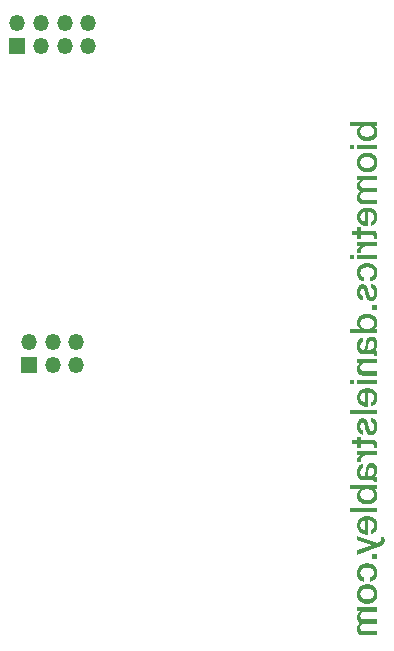
<source format=gbr>
%TF.GenerationSoftware,KiCad,Pcbnew,7.0.5-0*%
%TF.CreationDate,2023-07-22T21:58:15-05:00*%
%TF.ProjectId,biometrics,62696f6d-6574-4726-9963-732e6b696361,rev?*%
%TF.SameCoordinates,Original*%
%TF.FileFunction,Soldermask,Bot*%
%TF.FilePolarity,Negative*%
%FSLAX46Y46*%
G04 Gerber Fmt 4.6, Leading zero omitted, Abs format (unit mm)*
G04 Created by KiCad (PCBNEW 7.0.5-0) date 2023-07-22 21:58:15*
%MOMM*%
%LPD*%
G01*
G04 APERTURE LIST*
%ADD10C,0.000000*%
%ADD11R,1.350000X1.350000*%
%ADD12O,1.350000X1.350000*%
G04 APERTURE END LIST*
D10*
G36*
X152962038Y-96382806D02*
G01*
X152955341Y-96420950D01*
X152947156Y-96459499D01*
X152937482Y-96498482D01*
X152926319Y-96537933D01*
X152920120Y-96557122D01*
X152913432Y-96575995D01*
X152906263Y-96594541D01*
X152898621Y-96612754D01*
X152890514Y-96630627D01*
X152881950Y-96648150D01*
X152872936Y-96665318D01*
X152863480Y-96682120D01*
X152853590Y-96698551D01*
X152843274Y-96714603D01*
X152832539Y-96730267D01*
X152821394Y-96745536D01*
X152809846Y-96760401D01*
X152797902Y-96774857D01*
X152785571Y-96788894D01*
X152772861Y-96802505D01*
X152786503Y-96805640D01*
X152799644Y-96809096D01*
X152812282Y-96812886D01*
X152824413Y-96817020D01*
X152836031Y-96821510D01*
X152847135Y-96826369D01*
X152857719Y-96831606D01*
X152867779Y-96837236D01*
X152877313Y-96843268D01*
X152886316Y-96849714D01*
X152890617Y-96853096D01*
X152894784Y-96856587D01*
X152898816Y-96860187D01*
X152902713Y-96863897D01*
X152906475Y-96867720D01*
X152910100Y-96871657D01*
X152913589Y-96875709D01*
X152916940Y-96879878D01*
X152920154Y-96884165D01*
X152923230Y-96888572D01*
X152926168Y-96893100D01*
X152928966Y-96897750D01*
X152934268Y-96907302D01*
X152939255Y-96917105D01*
X152943925Y-96927164D01*
X152948273Y-96937483D01*
X152952295Y-96948064D01*
X152955987Y-96958914D01*
X152959347Y-96970034D01*
X152962369Y-96981429D01*
X152965050Y-96993104D01*
X152967385Y-97005061D01*
X152969373Y-97017305D01*
X152971007Y-97029839D01*
X152972285Y-97042668D01*
X152973203Y-97055796D01*
X152973756Y-97069225D01*
X152973941Y-97082961D01*
X152973900Y-97093835D01*
X152973802Y-97099938D01*
X152973611Y-97106445D01*
X152973297Y-97113323D01*
X152972828Y-97120542D01*
X152972173Y-97128071D01*
X152971302Y-97135879D01*
X152969275Y-97151758D01*
X152968184Y-97159696D01*
X152967001Y-97167632D01*
X152965693Y-97175569D01*
X152964231Y-97183506D01*
X152962584Y-97191445D01*
X152960720Y-97199386D01*
X152959608Y-97207204D01*
X152958279Y-97214838D01*
X152956765Y-97222349D01*
X152955095Y-97229800D01*
X152951416Y-97244769D01*
X152947490Y-97260238D01*
X152945619Y-97267931D01*
X152943933Y-97275160D01*
X152940872Y-97288345D01*
X152939372Y-97294364D01*
X152937811Y-97300042D01*
X152936987Y-97302763D01*
X152936125Y-97305410D01*
X152935216Y-97307988D01*
X152934253Y-97310500D01*
X152682903Y-97310500D01*
X152684847Y-97296690D01*
X152685742Y-97289941D01*
X152686543Y-97283378D01*
X152687220Y-97277064D01*
X152687743Y-97271061D01*
X152688079Y-97265432D01*
X152688198Y-97260238D01*
X152688198Y-97223190D01*
X152688074Y-97216865D01*
X152687707Y-97210793D01*
X152687099Y-97204976D01*
X152686255Y-97199419D01*
X152685745Y-97196739D01*
X152685178Y-97194125D01*
X152684554Y-97191578D01*
X152683873Y-97189098D01*
X152683135Y-97186686D01*
X152682342Y-97184343D01*
X152681494Y-97182068D01*
X152680591Y-97179862D01*
X152679634Y-97177726D01*
X152678623Y-97175661D01*
X152677559Y-97173666D01*
X152676441Y-97171742D01*
X152675272Y-97169890D01*
X152674051Y-97168110D01*
X152672778Y-97166403D01*
X152671454Y-97164769D01*
X152670080Y-97163208D01*
X152668656Y-97161722D01*
X152667183Y-97160310D01*
X152665661Y-97158974D01*
X152664090Y-97157713D01*
X152662471Y-97156528D01*
X152660805Y-97155419D01*
X152659092Y-97154388D01*
X152655465Y-97152002D01*
X152651527Y-97149798D01*
X152647280Y-97147771D01*
X152642722Y-97145919D01*
X152637855Y-97144236D01*
X152632677Y-97142719D01*
X152627188Y-97141366D01*
X152621390Y-97140170D01*
X152615281Y-97139130D01*
X152608863Y-97138240D01*
X152602134Y-97137498D01*
X152595095Y-97136900D01*
X152580087Y-97136117D01*
X152563839Y-97135863D01*
X152563839Y-97138564D01*
X151717151Y-97138564D01*
X151701402Y-97138318D01*
X151685904Y-97137583D01*
X151670662Y-97136368D01*
X151655679Y-97134681D01*
X151640960Y-97132529D01*
X151626508Y-97129919D01*
X151612328Y-97126860D01*
X151598423Y-97123359D01*
X151584796Y-97119424D01*
X151571453Y-97115062D01*
X151558396Y-97110282D01*
X151545629Y-97105090D01*
X151533157Y-97099495D01*
X151520984Y-97093505D01*
X151509112Y-97087126D01*
X151497547Y-97080367D01*
X151486260Y-97073266D01*
X151475226Y-97065855D01*
X151464448Y-97058134D01*
X151453930Y-97050103D01*
X151443676Y-97041762D01*
X151433689Y-97033112D01*
X151423973Y-97024151D01*
X151414533Y-97014880D01*
X151405372Y-97005300D01*
X151396494Y-96995409D01*
X151387903Y-96985208D01*
X151379603Y-96974697D01*
X151371597Y-96963875D01*
X151363889Y-96952744D01*
X151356483Y-96941302D01*
X151349384Y-96929549D01*
X151335876Y-96905481D01*
X151323174Y-96880853D01*
X151311340Y-96855604D01*
X151300436Y-96829673D01*
X151295352Y-96816432D01*
X151290524Y-96802998D01*
X151285959Y-96789362D01*
X151281666Y-96775518D01*
X151277651Y-96761456D01*
X151273924Y-96747170D01*
X151270491Y-96732652D01*
X151267360Y-96717895D01*
X151260905Y-96688124D01*
X151255411Y-96658354D01*
X151250848Y-96628585D01*
X151247184Y-96598817D01*
X151244389Y-96569050D01*
X151242431Y-96539283D01*
X151241279Y-96509517D01*
X151240902Y-96479751D01*
X151241387Y-96445262D01*
X151242803Y-96411209D01*
X151245087Y-96377528D01*
X151248177Y-96344157D01*
X151252012Y-96311034D01*
X151256528Y-96278096D01*
X151261665Y-96245280D01*
X151267360Y-96212524D01*
X151270958Y-96196276D01*
X151274808Y-96180273D01*
X151278913Y-96164511D01*
X151283278Y-96148984D01*
X151287906Y-96133691D01*
X151292801Y-96118626D01*
X151297968Y-96103785D01*
X151303410Y-96089166D01*
X151309131Y-96074763D01*
X151315135Y-96060574D01*
X151321426Y-96046593D01*
X151328007Y-96032818D01*
X151334883Y-96019244D01*
X151342058Y-96005867D01*
X151349535Y-95992684D01*
X151357319Y-95979690D01*
X151365441Y-95966946D01*
X151373928Y-95954509D01*
X151382771Y-95942374D01*
X151391963Y-95930536D01*
X151401496Y-95918994D01*
X151411362Y-95907741D01*
X151421554Y-95896775D01*
X151432064Y-95886092D01*
X151442883Y-95875688D01*
X151454005Y-95865559D01*
X151465422Y-95855702D01*
X151477125Y-95846111D01*
X151489108Y-95836785D01*
X151501362Y-95827718D01*
X151513879Y-95818907D01*
X151526653Y-95810348D01*
X151540234Y-95802134D01*
X151554190Y-95794358D01*
X151568527Y-95787023D01*
X151583248Y-95780134D01*
X151598356Y-95773694D01*
X151613856Y-95767708D01*
X151629752Y-95762178D01*
X151646046Y-95757110D01*
X151662744Y-95752506D01*
X151679849Y-95748372D01*
X151697365Y-95744710D01*
X151715295Y-95741524D01*
X151733644Y-95738819D01*
X151752415Y-95736599D01*
X151771613Y-95734867D01*
X151791240Y-95733627D01*
X151791240Y-96096114D01*
X151775118Y-96097941D01*
X151759496Y-96100449D01*
X151744378Y-96103641D01*
X151729767Y-96107515D01*
X151715668Y-96112072D01*
X151702084Y-96117311D01*
X151689019Y-96123232D01*
X151676478Y-96129836D01*
X151664464Y-96137123D01*
X151652980Y-96145091D01*
X151647439Y-96149331D01*
X151642032Y-96153742D01*
X151636759Y-96158323D01*
X151631622Y-96163075D01*
X151621755Y-96173090D01*
X151612434Y-96183788D01*
X151603663Y-96195167D01*
X151595447Y-96207229D01*
X151587759Y-96219848D01*
X151580566Y-96232897D01*
X151573870Y-96246373D01*
X151567670Y-96260271D01*
X151561965Y-96274587D01*
X151556757Y-96289319D01*
X151552045Y-96304461D01*
X151547828Y-96320010D01*
X151544108Y-96335963D01*
X151540884Y-96352314D01*
X151538156Y-96369061D01*
X151535924Y-96386199D01*
X151534188Y-96403724D01*
X151532947Y-96421633D01*
X151532203Y-96439922D01*
X151531955Y-96458587D01*
X151532079Y-96471722D01*
X151532452Y-96485292D01*
X151533072Y-96499234D01*
X151533940Y-96513486D01*
X151535056Y-96527986D01*
X151536420Y-96542673D01*
X151538031Y-96557484D01*
X151539890Y-96572356D01*
X151542121Y-96587105D01*
X151544849Y-96601577D01*
X151546399Y-96608699D01*
X151548074Y-96615740D01*
X151549872Y-96622696D01*
X151551795Y-96629563D01*
X151553841Y-96636338D01*
X151556012Y-96643015D01*
X151558306Y-96649592D01*
X151560724Y-96656065D01*
X151563266Y-96662429D01*
X151565932Y-96668681D01*
X151568722Y-96674816D01*
X151571636Y-96680831D01*
X151574705Y-96686721D01*
X151577957Y-96692491D01*
X151581387Y-96698144D01*
X151584991Y-96703686D01*
X151588766Y-96709120D01*
X151592707Y-96714449D01*
X151596812Y-96719677D01*
X151601075Y-96724809D01*
X151605493Y-96729848D01*
X151610062Y-96734798D01*
X151614778Y-96739663D01*
X151619638Y-96744447D01*
X151624637Y-96749153D01*
X151629771Y-96753786D01*
X151635037Y-96758349D01*
X151640430Y-96762847D01*
X151645981Y-96767159D01*
X151651722Y-96771164D01*
X151657657Y-96774866D01*
X151663789Y-96778270D01*
X151670122Y-96781379D01*
X151676662Y-96784197D01*
X151683410Y-96786728D01*
X151690371Y-96788976D01*
X151697550Y-96790945D01*
X151704949Y-96792639D01*
X151712573Y-96794061D01*
X151720425Y-96795216D01*
X151728510Y-96796108D01*
X151736832Y-96796740D01*
X151745394Y-96797116D01*
X151754200Y-96797240D01*
X151763968Y-96797085D01*
X151773426Y-96796620D01*
X151782573Y-96795844D01*
X151791410Y-96794758D01*
X151799937Y-96793362D01*
X151808154Y-96791655D01*
X151816060Y-96789639D01*
X151823657Y-96787313D01*
X151830943Y-96784677D01*
X151837919Y-96781731D01*
X151844585Y-96778475D01*
X151850940Y-96774909D01*
X151853308Y-96773391D01*
X152106113Y-96773391D01*
X152378635Y-96773391D01*
X152389426Y-96773206D01*
X152399973Y-96772657D01*
X152410280Y-96771752D01*
X152420350Y-96770498D01*
X152430188Y-96768903D01*
X152439796Y-96766975D01*
X152449180Y-96764721D01*
X152458343Y-96762149D01*
X152467289Y-96759267D01*
X152476022Y-96756083D01*
X152484545Y-96752605D01*
X152492863Y-96748839D01*
X152500979Y-96744794D01*
X152508898Y-96740478D01*
X152516623Y-96735899D01*
X152524158Y-96731063D01*
X152531506Y-96726009D01*
X152538672Y-96720768D01*
X152545660Y-96715342D01*
X152552473Y-96709729D01*
X152559117Y-96703930D01*
X152565593Y-96697945D01*
X152571907Y-96691774D01*
X152578063Y-96685416D01*
X152584063Y-96678873D01*
X152589912Y-96672144D01*
X152595614Y-96665229D01*
X152601173Y-96658128D01*
X152606592Y-96650842D01*
X152611876Y-96643370D01*
X152617027Y-96635712D01*
X152622051Y-96627868D01*
X152630727Y-96611880D01*
X152638877Y-96595672D01*
X152646468Y-96579276D01*
X152653471Y-96562724D01*
X152659853Y-96546048D01*
X152665584Y-96529278D01*
X152670633Y-96512448D01*
X152674968Y-96495589D01*
X152678688Y-96478732D01*
X152681912Y-96461937D01*
X152684640Y-96445267D01*
X152686871Y-96428783D01*
X152688607Y-96412546D01*
X152689846Y-96396618D01*
X152690590Y-96381061D01*
X152690838Y-96365935D01*
X152690600Y-96353903D01*
X152689929Y-96341590D01*
X152688885Y-96328966D01*
X152687532Y-96315999D01*
X152684143Y-96288917D01*
X152680256Y-96260101D01*
X152677151Y-96245351D01*
X152673767Y-96230880D01*
X152670073Y-96216717D01*
X152666037Y-96202893D01*
X152661629Y-96189441D01*
X152656818Y-96176392D01*
X152654252Y-96170028D01*
X152651573Y-96163776D01*
X152648778Y-96157641D01*
X152645862Y-96151626D01*
X152642794Y-96145269D01*
X152639547Y-96139090D01*
X152636130Y-96133081D01*
X152632550Y-96127236D01*
X152628815Y-96121545D01*
X152624932Y-96116001D01*
X152620911Y-96110597D01*
X152616757Y-96105325D01*
X152612480Y-96100176D01*
X152608086Y-96095144D01*
X152603583Y-96090220D01*
X152598980Y-96085397D01*
X152594284Y-96080666D01*
X152589503Y-96076021D01*
X152579715Y-96066955D01*
X152574662Y-96062643D01*
X152569426Y-96058638D01*
X152564012Y-96054936D01*
X152558424Y-96051532D01*
X152552665Y-96048423D01*
X152546739Y-96045605D01*
X152540651Y-96043074D01*
X152534403Y-96040826D01*
X152528001Y-96038857D01*
X152521448Y-96037163D01*
X152514748Y-96035741D01*
X152507904Y-96034586D01*
X152500921Y-96033694D01*
X152493803Y-96033062D01*
X152486553Y-96032686D01*
X152479175Y-96032561D01*
X152470338Y-96032655D01*
X152461686Y-96032934D01*
X152453221Y-96033400D01*
X152444942Y-96034052D01*
X152436849Y-96034890D01*
X152428942Y-96035914D01*
X152421221Y-96037124D01*
X152413686Y-96038520D01*
X152406338Y-96040102D01*
X152399176Y-96041870D01*
X152392199Y-96043824D01*
X152385409Y-96045964D01*
X152378806Y-96048289D01*
X152372388Y-96050801D01*
X152366156Y-96053498D01*
X152360111Y-96056380D01*
X152354219Y-96059448D01*
X152348451Y-96062694D01*
X152342808Y-96066110D01*
X152337289Y-96069690D01*
X152331893Y-96073425D01*
X152326622Y-96077307D01*
X152321475Y-96081329D01*
X152316452Y-96085483D01*
X152311553Y-96089761D01*
X152306778Y-96094155D01*
X152302127Y-96098658D01*
X152297600Y-96103261D01*
X152293198Y-96107958D01*
X152288919Y-96112739D01*
X152284765Y-96117598D01*
X152280735Y-96122527D01*
X152276828Y-96127550D01*
X152273046Y-96132697D01*
X152269388Y-96137967D01*
X152265854Y-96143362D01*
X152262444Y-96148880D01*
X152259158Y-96154522D01*
X152255996Y-96160289D01*
X152252958Y-96166179D01*
X152250044Y-96172193D01*
X152247253Y-96178332D01*
X152244587Y-96184595D01*
X152242044Y-96190982D01*
X152239626Y-96197493D01*
X152237331Y-96204128D01*
X152235159Y-96210888D01*
X152233112Y-96217773D01*
X152225257Y-96245550D01*
X152221484Y-96259440D01*
X152217897Y-96273330D01*
X152214558Y-96287220D01*
X152211530Y-96301110D01*
X152208874Y-96314999D01*
X152206653Y-96328887D01*
X152200942Y-96358767D01*
X152195697Y-96388832D01*
X152190886Y-96419021D01*
X152186477Y-96449271D01*
X152182441Y-96479522D01*
X152178745Y-96509711D01*
X152172252Y-96569656D01*
X152170609Y-96584849D01*
X152168652Y-96599678D01*
X152166376Y-96614151D01*
X152163780Y-96628275D01*
X152160857Y-96642058D01*
X152157605Y-96655508D01*
X152154020Y-96668633D01*
X152150097Y-96681440D01*
X152145834Y-96693937D01*
X152141225Y-96706132D01*
X152136268Y-96718032D01*
X152130958Y-96729646D01*
X152125291Y-96740981D01*
X152119264Y-96752045D01*
X152112873Y-96762846D01*
X152106113Y-96773391D01*
X151853308Y-96773391D01*
X151856986Y-96771034D01*
X151862722Y-96766850D01*
X151868148Y-96762356D01*
X151873264Y-96757552D01*
X151878134Y-96752468D01*
X151882821Y-96747139D01*
X151887330Y-96741570D01*
X151891665Y-96735764D01*
X151895828Y-96729726D01*
X151899825Y-96723460D01*
X151903659Y-96716968D01*
X151907334Y-96710256D01*
X151910854Y-96703327D01*
X151914222Y-96696184D01*
X151917443Y-96688833D01*
X151920521Y-96681277D01*
X151923460Y-96673519D01*
X151926262Y-96665564D01*
X151928933Y-96657416D01*
X151931476Y-96649078D01*
X151936197Y-96631842D01*
X151940451Y-96613892D01*
X151944271Y-96595260D01*
X151947687Y-96575977D01*
X151950730Y-96556074D01*
X151953432Y-96535584D01*
X151955823Y-96514537D01*
X151957935Y-96492965D01*
X151960050Y-96470130D01*
X151962444Y-96447235D01*
X151965147Y-96424216D01*
X151968192Y-96401014D01*
X151971608Y-96377564D01*
X151975426Y-96353805D01*
X151979678Y-96329676D01*
X151984394Y-96305114D01*
X151987617Y-96276344D01*
X151991304Y-96247605D01*
X151995423Y-96218930D01*
X151999945Y-96190349D01*
X152004839Y-96161892D01*
X152010073Y-96133590D01*
X152015618Y-96105474D01*
X152021442Y-96077575D01*
X152027778Y-96049280D01*
X152031244Y-96035486D01*
X152034920Y-96021917D01*
X152038813Y-96008565D01*
X152042930Y-95995424D01*
X152047280Y-95982484D01*
X152051870Y-95969739D01*
X152056708Y-95957180D01*
X152061802Y-95944800D01*
X152067159Y-95932591D01*
X152072788Y-95920545D01*
X152078696Y-95908655D01*
X152084890Y-95896913D01*
X152091379Y-95885310D01*
X152098171Y-95873840D01*
X152104806Y-95862584D01*
X152111810Y-95851635D01*
X152119178Y-95840988D01*
X152126906Y-95830640D01*
X152134990Y-95820585D01*
X152143428Y-95810822D01*
X152152213Y-95801345D01*
X152161344Y-95792152D01*
X152170816Y-95783237D01*
X152180625Y-95774597D01*
X152190767Y-95766228D01*
X152201239Y-95758127D01*
X152212036Y-95750289D01*
X152223154Y-95742710D01*
X152234591Y-95735388D01*
X152246341Y-95728316D01*
X152258493Y-95721587D01*
X152271133Y-95715292D01*
X152284254Y-95709430D01*
X152297848Y-95704003D01*
X152311908Y-95699011D01*
X152326425Y-95694452D01*
X152341391Y-95690327D01*
X152356800Y-95686637D01*
X152372642Y-95683381D01*
X152388911Y-95680559D01*
X152405599Y-95678171D01*
X152422698Y-95676217D01*
X152440199Y-95674698D01*
X152458096Y-95673612D01*
X152476380Y-95672961D01*
X152495044Y-95672744D01*
X152510270Y-95672900D01*
X152525193Y-95673374D01*
X152539822Y-95674174D01*
X152554164Y-95675307D01*
X152568227Y-95676781D01*
X152582019Y-95678604D01*
X152595547Y-95680784D01*
X152608819Y-95683328D01*
X152621843Y-95686244D01*
X152634626Y-95689540D01*
X152647177Y-95693223D01*
X152659503Y-95697302D01*
X152671612Y-95701784D01*
X152683512Y-95706677D01*
X152695210Y-95711989D01*
X152706714Y-95717727D01*
X152717535Y-95723772D01*
X152728166Y-95730012D01*
X152738604Y-95736453D01*
X152748843Y-95743104D01*
X152758881Y-95749972D01*
X152768713Y-95757065D01*
X152778336Y-95764390D01*
X152787746Y-95771957D01*
X152796939Y-95779771D01*
X152805911Y-95787841D01*
X152814658Y-95796175D01*
X152823176Y-95804781D01*
X152831462Y-95813665D01*
X152839511Y-95822836D01*
X152847320Y-95832302D01*
X152854885Y-95842071D01*
X152862202Y-95852056D01*
X152869274Y-95862173D01*
X152876107Y-95872429D01*
X152882704Y-95882832D01*
X152889068Y-95893390D01*
X152895203Y-95904111D01*
X152901114Y-95915002D01*
X152906804Y-95926072D01*
X152912277Y-95937328D01*
X152917536Y-95948778D01*
X152922587Y-95960430D01*
X152927432Y-95972291D01*
X152932076Y-95984369D01*
X152936521Y-95996673D01*
X152940773Y-96009210D01*
X152944835Y-96021987D01*
X152951404Y-96047035D01*
X152957198Y-96072546D01*
X152962185Y-96098491D01*
X152966335Y-96124839D01*
X152969616Y-96151559D01*
X152971999Y-96178620D01*
X152973451Y-96205991D01*
X152973941Y-96233642D01*
X152973198Y-96270483D01*
X152970966Y-96307604D01*
X152967246Y-96345034D01*
X152964364Y-96365935D01*
X152962038Y-96382806D01*
G37*
G36*
X152928981Y-95008620D02*
G01*
X152148464Y-95008620D01*
X152115112Y-95009122D01*
X152082566Y-95010647D01*
X152050888Y-95013227D01*
X152035393Y-95014922D01*
X152020139Y-95016893D01*
X152005133Y-95019142D01*
X151990383Y-95021675D01*
X151975897Y-95024494D01*
X151961681Y-95027604D01*
X151947745Y-95031009D01*
X151934095Y-95034712D01*
X151920740Y-95038717D01*
X151907688Y-95043029D01*
X151894447Y-95047585D01*
X151881512Y-95052327D01*
X151868880Y-95057256D01*
X151856546Y-95062370D01*
X151844506Y-95067670D01*
X151832758Y-95073157D01*
X151821296Y-95078830D01*
X151810117Y-95084689D01*
X151799218Y-95090735D01*
X151788593Y-95096967D01*
X151778240Y-95103385D01*
X151768155Y-95109990D01*
X151758333Y-95116781D01*
X151748771Y-95123759D01*
X151739465Y-95130923D01*
X151730411Y-95138274D01*
X151721607Y-95145808D01*
X151713054Y-95153524D01*
X151704757Y-95161418D01*
X151696720Y-95169487D01*
X151688946Y-95177726D01*
X151681440Y-95186132D01*
X151674204Y-95194700D01*
X151667245Y-95203427D01*
X151660564Y-95212310D01*
X151654166Y-95221343D01*
X151648055Y-95230524D01*
X151642234Y-95239849D01*
X151636708Y-95249312D01*
X151631481Y-95258912D01*
X151626555Y-95268643D01*
X151621936Y-95278503D01*
X151617595Y-95288486D01*
X151613506Y-95298590D01*
X151609673Y-95308811D01*
X151606099Y-95319144D01*
X151602789Y-95329586D01*
X151599747Y-95340133D01*
X151596976Y-95350780D01*
X151594480Y-95361524D01*
X151592264Y-95372361D01*
X151590330Y-95383286D01*
X151588683Y-95394297D01*
X151587327Y-95405388D01*
X151586266Y-95416557D01*
X151585503Y-95427798D01*
X151585042Y-95439109D01*
X151584888Y-95450484D01*
X151585007Y-95459531D01*
X151585342Y-95468796D01*
X151585863Y-95478249D01*
X151586539Y-95487857D01*
X151588232Y-95507416D01*
X151590175Y-95527221D01*
X151592203Y-95546644D01*
X151594480Y-95565576D01*
X151595789Y-95575012D01*
X151597252Y-95584511D01*
X151598900Y-95594133D01*
X151600765Y-95603942D01*
X151251514Y-95603942D01*
X151251395Y-95597115D01*
X151251060Y-95590505D01*
X151250539Y-95584082D01*
X151249862Y-95577813D01*
X151249061Y-95571669D01*
X151248167Y-95565617D01*
X151246219Y-95553664D01*
X151245345Y-95547093D01*
X151244689Y-95539280D01*
X151244218Y-95530226D01*
X151243903Y-95519931D01*
X151243613Y-95495621D01*
X151243572Y-95466354D01*
X151243696Y-95455967D01*
X151244068Y-95445638D01*
X151244688Y-95435364D01*
X151245556Y-95425139D01*
X151246672Y-95414961D01*
X151248037Y-95404826D01*
X151249649Y-95394729D01*
X151251509Y-95384668D01*
X151253618Y-95374637D01*
X151255974Y-95364633D01*
X151258579Y-95354652D01*
X151261432Y-95344691D01*
X151264533Y-95334745D01*
X151267882Y-95324811D01*
X151271480Y-95314884D01*
X151275325Y-95304961D01*
X151279387Y-95295072D01*
X151283631Y-95285251D01*
X151288053Y-95275509D01*
X151292649Y-95265851D01*
X151297416Y-95256287D01*
X151302349Y-95246823D01*
X151307444Y-95237468D01*
X151312699Y-95228229D01*
X151318108Y-95219114D01*
X151323669Y-95210131D01*
X151329377Y-95201288D01*
X151335228Y-95192592D01*
X151341218Y-95184051D01*
X151347345Y-95175674D01*
X151353603Y-95167467D01*
X151359989Y-95159438D01*
X151373132Y-95143705D01*
X151386739Y-95128312D01*
X151400781Y-95113352D01*
X151407954Y-95106064D01*
X151415225Y-95098920D01*
X151422588Y-95091931D01*
X151430040Y-95085108D01*
X151437578Y-95078463D01*
X151445196Y-95072009D01*
X151452892Y-95065756D01*
X151460662Y-95059717D01*
X151468501Y-95053902D01*
X151476406Y-95048324D01*
X151492286Y-95037788D01*
X151508198Y-95028027D01*
X151516174Y-95023446D01*
X151524170Y-95019071D01*
X151532190Y-95014904D01*
X151540236Y-95010951D01*
X151548314Y-95007215D01*
X151556426Y-95003700D01*
X151564577Y-95000410D01*
X151572771Y-94997349D01*
X151581012Y-94994521D01*
X151589303Y-94991929D01*
X151597648Y-94989578D01*
X151606052Y-94987472D01*
X151606052Y-94982177D01*
X151288547Y-94982177D01*
X151288547Y-94646148D01*
X152928981Y-94646148D01*
X152928981Y-95008620D01*
G37*
G36*
X152923671Y-102435470D02*
G01*
X153050670Y-102393142D01*
X153064312Y-102389170D01*
X153077458Y-102385165D01*
X153090108Y-102381097D01*
X153102262Y-102376935D01*
X153113920Y-102372650D01*
X153125083Y-102368210D01*
X153135751Y-102363587D01*
X153145923Y-102358749D01*
X153150853Y-102356702D01*
X153155721Y-102354535D01*
X153160527Y-102352252D01*
X153165271Y-102349857D01*
X153169953Y-102347354D01*
X153174572Y-102344746D01*
X153179130Y-102342038D01*
X153183626Y-102339233D01*
X153188059Y-102336334D01*
X153192431Y-102333347D01*
X153196740Y-102330274D01*
X153200988Y-102327120D01*
X153205173Y-102323888D01*
X153209297Y-102320583D01*
X153213358Y-102317207D01*
X153217357Y-102313766D01*
X153220799Y-102310231D01*
X153224175Y-102306576D01*
X153227480Y-102302805D01*
X153230713Y-102298921D01*
X153233867Y-102294930D01*
X153236940Y-102290833D01*
X153239928Y-102286636D01*
X153242827Y-102282342D01*
X153245633Y-102277955D01*
X153248341Y-102273480D01*
X153250949Y-102268919D01*
X153253452Y-102264278D01*
X153255847Y-102259559D01*
X153258129Y-102254767D01*
X153260295Y-102249906D01*
X153262340Y-102244979D01*
X153264262Y-102239455D01*
X153266060Y-102233804D01*
X153267734Y-102228021D01*
X153269284Y-102222104D01*
X153272012Y-102209847D01*
X153274243Y-102197004D01*
X153275978Y-102183541D01*
X153277218Y-102169429D01*
X153277961Y-102154635D01*
X153278209Y-102139129D01*
X153278086Y-102128221D01*
X153277714Y-102117344D01*
X153277095Y-102106527D01*
X153276228Y-102095803D01*
X153275112Y-102085203D01*
X153273748Y-102074758D01*
X153272136Y-102064499D01*
X153270275Y-102054458D01*
X153268403Y-102044417D01*
X153266719Y-102034160D01*
X153263660Y-102013120D01*
X153260602Y-101991585D01*
X153258917Y-101980709D01*
X153257045Y-101969802D01*
X153561313Y-101969802D01*
X153565908Y-102000677D01*
X153569789Y-102031770D01*
X153572988Y-102063050D01*
X153575536Y-102094485D01*
X153577464Y-102126045D01*
X153578803Y-102157698D01*
X153579584Y-102189414D01*
X153579837Y-102221160D01*
X153579681Y-102238832D01*
X153579207Y-102256127D01*
X153578407Y-102273043D01*
X153577274Y-102289575D01*
X153575800Y-102305719D01*
X153573977Y-102321472D01*
X153571798Y-102336830D01*
X153569254Y-102351789D01*
X153566338Y-102366344D01*
X153563042Y-102380494D01*
X153559358Y-102394232D01*
X153555279Y-102407556D01*
X153550797Y-102420463D01*
X153545904Y-102432947D01*
X153540593Y-102445005D01*
X153534855Y-102456634D01*
X153528808Y-102467923D01*
X153522567Y-102478968D01*
X153516125Y-102489772D01*
X153509473Y-102500340D01*
X153502605Y-102510675D01*
X153495511Y-102520781D01*
X153488185Y-102530662D01*
X153480618Y-102540322D01*
X153472803Y-102549765D01*
X153464733Y-102558995D01*
X153456399Y-102568015D01*
X153447793Y-102576829D01*
X153438909Y-102585441D01*
X153429737Y-102593856D01*
X153420271Y-102602076D01*
X153410503Y-102610107D01*
X153390401Y-102625613D01*
X153369741Y-102640408D01*
X153348461Y-102654522D01*
X153326499Y-102667985D01*
X153303792Y-102680828D01*
X153280280Y-102693081D01*
X153255898Y-102704776D01*
X153230587Y-102715942D01*
X153180026Y-102737774D01*
X153127731Y-102759603D01*
X153073948Y-102781428D01*
X153018924Y-102803252D01*
X151288547Y-103440902D01*
X151288547Y-103062545D01*
X152513569Y-102647140D01*
X152513569Y-102641845D01*
X151288547Y-102213226D01*
X151288547Y-101816344D01*
X152923671Y-102435470D01*
G37*
G36*
X151005443Y-78427200D02*
G01*
X150661487Y-78427200D01*
X150661487Y-78064712D01*
X151005443Y-78064712D01*
X151005443Y-78427200D01*
G37*
G36*
X152174305Y-78745567D02*
G01*
X152218135Y-78748134D01*
X152261346Y-78752375D01*
X152303875Y-78758260D01*
X152345660Y-78765758D01*
X152386639Y-78774837D01*
X152426750Y-78785469D01*
X152465931Y-78797622D01*
X152485124Y-78804257D01*
X152504003Y-78811269D01*
X152522564Y-78818661D01*
X152540803Y-78826436D01*
X152558716Y-78834599D01*
X152576300Y-78843154D01*
X152593550Y-78852104D01*
X152610463Y-78861453D01*
X152627035Y-78871205D01*
X152643262Y-78881365D01*
X152659140Y-78891934D01*
X152674665Y-78902919D01*
X152689835Y-78914322D01*
X152704644Y-78926147D01*
X152719088Y-78938398D01*
X152733165Y-78951080D01*
X152746870Y-78963698D01*
X152760207Y-78976743D01*
X152773179Y-78990206D01*
X152785791Y-79004080D01*
X152798046Y-79018357D01*
X152809949Y-79033030D01*
X152821503Y-79048090D01*
X152832712Y-79063529D01*
X152843580Y-79079341D01*
X152854111Y-79095516D01*
X152864308Y-79112049D01*
X152874177Y-79128929D01*
X152883720Y-79146151D01*
X152892941Y-79163705D01*
X152901844Y-79181585D01*
X152910434Y-79199783D01*
X152918589Y-79218325D01*
X152926189Y-79237239D01*
X152933240Y-79256525D01*
X152939744Y-79276183D01*
X152945705Y-79296213D01*
X152951128Y-79316615D01*
X152956016Y-79337389D01*
X152960374Y-79358535D01*
X152964204Y-79380053D01*
X152967511Y-79401942D01*
X152970298Y-79424204D01*
X152972570Y-79446838D01*
X152974331Y-79469843D01*
X152975584Y-79493220D01*
X152976332Y-79516970D01*
X152976581Y-79541091D01*
X152975929Y-79580313D01*
X152973971Y-79618597D01*
X152970703Y-79655935D01*
X152966122Y-79692319D01*
X152960222Y-79727743D01*
X152953001Y-79762197D01*
X152944454Y-79795675D01*
X152934578Y-79828168D01*
X152923368Y-79859669D01*
X152910822Y-79890170D01*
X152896934Y-79919663D01*
X152881702Y-79948141D01*
X152865121Y-79975595D01*
X152847187Y-80002019D01*
X152827897Y-80027404D01*
X152807247Y-80051742D01*
X152785791Y-80075461D01*
X152763098Y-80098011D01*
X152739173Y-80119397D01*
X152714020Y-80139629D01*
X152687642Y-80158714D01*
X152660044Y-80176659D01*
X152631228Y-80193473D01*
X152601200Y-80209163D01*
X152569962Y-80223737D01*
X152537519Y-80237202D01*
X152503875Y-80249567D01*
X152469033Y-80260838D01*
X152432998Y-80271025D01*
X152395772Y-80280134D01*
X152357361Y-80288173D01*
X152317768Y-80295150D01*
X152317768Y-79932677D01*
X152339316Y-79928925D01*
X152360303Y-79924610D01*
X152380723Y-79919729D01*
X152400574Y-79914279D01*
X152419852Y-79908256D01*
X152438552Y-79901655D01*
X152456670Y-79894472D01*
X152474204Y-79886705D01*
X152491148Y-79878348D01*
X152507499Y-79869398D01*
X152523254Y-79859851D01*
X152538407Y-79849703D01*
X152552956Y-79838950D01*
X152566897Y-79827588D01*
X152580225Y-79815614D01*
X152592937Y-79803023D01*
X152604936Y-79789909D01*
X152616133Y-79776361D01*
X152626531Y-79762379D01*
X152636135Y-79747962D01*
X152644949Y-79733112D01*
X152652976Y-79717828D01*
X152660220Y-79702109D01*
X152666686Y-79685956D01*
X152672376Y-79669369D01*
X152677295Y-79652347D01*
X152681447Y-79634891D01*
X152684835Y-79617000D01*
X152687464Y-79598675D01*
X152689336Y-79579915D01*
X152690457Y-79560721D01*
X152690830Y-79541091D01*
X152690643Y-79526365D01*
X152690080Y-79511945D01*
X152689138Y-79497827D01*
X152687812Y-79484007D01*
X152686098Y-79470481D01*
X152683993Y-79457246D01*
X152681492Y-79444297D01*
X152678592Y-79431630D01*
X152675290Y-79419243D01*
X152671580Y-79407130D01*
X152667459Y-79395289D01*
X152662924Y-79383714D01*
X152657971Y-79372403D01*
X152652594Y-79361351D01*
X152646792Y-79350555D01*
X152640560Y-79340011D01*
X152634016Y-79329715D01*
X152627282Y-79319668D01*
X152620355Y-79309869D01*
X152613230Y-79300319D01*
X152605904Y-79291017D01*
X152598372Y-79281963D01*
X152590631Y-79273158D01*
X152582677Y-79264600D01*
X152574507Y-79256290D01*
X152566115Y-79248229D01*
X152557499Y-79240415D01*
X152548654Y-79232849D01*
X152539577Y-79225531D01*
X152530264Y-79218460D01*
X152520711Y-79211637D01*
X152510913Y-79205062D01*
X152490813Y-79192542D01*
X152470154Y-79180798D01*
X152459596Y-79175227D01*
X152448875Y-79169861D01*
X152437982Y-79164704D01*
X152426912Y-79159761D01*
X152415655Y-79155034D01*
X152404205Y-79150528D01*
X152392553Y-79146246D01*
X152380691Y-79142193D01*
X152368613Y-79138372D01*
X152356309Y-79134787D01*
X152343773Y-79131442D01*
X152330997Y-79128341D01*
X152305316Y-79122761D01*
X152279819Y-79117924D01*
X152254447Y-79113831D01*
X152229136Y-79110480D01*
X152203825Y-79107874D01*
X152178451Y-79106012D01*
X152152953Y-79104894D01*
X152127269Y-79104522D01*
X152103768Y-79104707D01*
X152080882Y-79105261D01*
X152058609Y-79106180D01*
X152036944Y-79107459D01*
X152015884Y-79109094D01*
X151995424Y-79111082D01*
X151975560Y-79113419D01*
X151956290Y-79116101D01*
X151937608Y-79119124D01*
X151919512Y-79122485D01*
X151901996Y-79126178D01*
X151885058Y-79130200D01*
X151868694Y-79134548D01*
X151852899Y-79139217D01*
X151837669Y-79144204D01*
X151823002Y-79149505D01*
X151808832Y-79155054D01*
X151795088Y-79160789D01*
X151781763Y-79166711D01*
X151768848Y-79172819D01*
X151756336Y-79179113D01*
X151744219Y-79185593D01*
X151732489Y-79192259D01*
X151721140Y-79199111D01*
X151710162Y-79206149D01*
X151699549Y-79213373D01*
X151689293Y-79220783D01*
X151679385Y-79228379D01*
X151669819Y-79236160D01*
X151660587Y-79244128D01*
X151651681Y-79252281D01*
X151643093Y-79260619D01*
X151634845Y-79269085D01*
X151626965Y-79277617D01*
X151619450Y-79286218D01*
X151612294Y-79294893D01*
X151605495Y-79303645D01*
X151599049Y-79312479D01*
X151592952Y-79321398D01*
X151587199Y-79330405D01*
X151581787Y-79339506D01*
X151576713Y-79348704D01*
X151571972Y-79358002D01*
X151567561Y-79367406D01*
X151563475Y-79376917D01*
X151559711Y-79386541D01*
X151556266Y-79396282D01*
X151553135Y-79406142D01*
X151547553Y-79425749D01*
X151542716Y-79444920D01*
X151538623Y-79463720D01*
X151535275Y-79482209D01*
X151532671Y-79500450D01*
X151530811Y-79518505D01*
X151529695Y-79536436D01*
X151529323Y-79554305D01*
X151529604Y-79572970D01*
X151530450Y-79591259D01*
X151531869Y-79609168D01*
X151533871Y-79626693D01*
X151536461Y-79643831D01*
X151539648Y-79660578D01*
X151543440Y-79676929D01*
X151547844Y-79692882D01*
X151552868Y-79708431D01*
X151558520Y-79723573D01*
X151564808Y-79738305D01*
X151571739Y-79752621D01*
X151579321Y-79766519D01*
X151587562Y-79779995D01*
X151596470Y-79793044D01*
X151606052Y-79805663D01*
X151616252Y-79817756D01*
X151627010Y-79829233D01*
X151638327Y-79840098D01*
X151650202Y-79850354D01*
X151662635Y-79860005D01*
X151675626Y-79869056D01*
X151689176Y-79877510D01*
X151703284Y-79885371D01*
X151717950Y-79892643D01*
X151733174Y-79899330D01*
X151748957Y-79905436D01*
X151765297Y-79910965D01*
X151782195Y-79915920D01*
X151799652Y-79920305D01*
X151817666Y-79924125D01*
X151836239Y-79927383D01*
X151841526Y-79927383D01*
X151841526Y-80295165D01*
X151822363Y-80293464D01*
X151803569Y-80291331D01*
X151785140Y-80288771D01*
X151767071Y-80285789D01*
X151749358Y-80282387D01*
X151731998Y-80278571D01*
X151714987Y-80274343D01*
X151698321Y-80269708D01*
X151681996Y-80264670D01*
X151666008Y-80259232D01*
X151650354Y-80253399D01*
X151635029Y-80247175D01*
X151620029Y-80240564D01*
X151605352Y-80233569D01*
X151590992Y-80226194D01*
X151576946Y-80218444D01*
X151563180Y-80210353D01*
X151549669Y-80201955D01*
X151536423Y-80193255D01*
X151523447Y-80184256D01*
X151510751Y-80174963D01*
X151498342Y-80165378D01*
X151486228Y-80155507D01*
X151474415Y-80145353D01*
X151462913Y-80134919D01*
X151451729Y-80124210D01*
X151440871Y-80113230D01*
X151430346Y-80101983D01*
X151420162Y-80090472D01*
X151410327Y-80078701D01*
X151400849Y-80066675D01*
X151391735Y-80054397D01*
X151382930Y-80041873D01*
X151374377Y-80029106D01*
X151366080Y-80016097D01*
X151358042Y-80002852D01*
X151350268Y-79989373D01*
X151342761Y-79975666D01*
X151335525Y-79961734D01*
X151328564Y-79947581D01*
X151321883Y-79933211D01*
X151315484Y-79918628D01*
X151309372Y-79903836D01*
X151303551Y-79888838D01*
X151298025Y-79873639D01*
X151292797Y-79858242D01*
X151287871Y-79842652D01*
X151283252Y-79826873D01*
X151274822Y-79793997D01*
X151267415Y-79760842D01*
X151261063Y-79727378D01*
X151255796Y-79693574D01*
X151251646Y-79659399D01*
X151248643Y-79624821D01*
X151246819Y-79589810D01*
X151246204Y-79554336D01*
X151246482Y-79529222D01*
X151247315Y-79504485D01*
X151248698Y-79480127D01*
X151250627Y-79456152D01*
X151253099Y-79432565D01*
X151256110Y-79409370D01*
X151259656Y-79386569D01*
X151263733Y-79364167D01*
X151268336Y-79342169D01*
X151273463Y-79320577D01*
X151279110Y-79299395D01*
X151285272Y-79278628D01*
X151291946Y-79258280D01*
X151299127Y-79238353D01*
X151306813Y-79218853D01*
X151314998Y-79199783D01*
X151323648Y-79181147D01*
X151332727Y-79162938D01*
X151342234Y-79145147D01*
X151352163Y-79127768D01*
X151362510Y-79110791D01*
X151373273Y-79094210D01*
X151384446Y-79078016D01*
X151396026Y-79062202D01*
X151408010Y-79046759D01*
X151420392Y-79031681D01*
X151433170Y-79016960D01*
X151446339Y-79002587D01*
X151459895Y-78988554D01*
X151473835Y-78974855D01*
X151488154Y-78961481D01*
X151502849Y-78948424D01*
X151517888Y-78935743D01*
X151533241Y-78923492D01*
X151548911Y-78911667D01*
X151564903Y-78900264D01*
X151581221Y-78889279D01*
X151597868Y-78878710D01*
X151614849Y-78868550D01*
X151632167Y-78858798D01*
X151649825Y-78849449D01*
X151667829Y-78840499D01*
X151686182Y-78831944D01*
X151704887Y-78823781D01*
X151723949Y-78816006D01*
X151743372Y-78808614D01*
X151763158Y-78801602D01*
X151783313Y-78794967D01*
X151824359Y-78782932D01*
X151866117Y-78772604D01*
X151908558Y-78763949D01*
X151951651Y-78756938D01*
X151995364Y-78751539D01*
X152039667Y-78747721D01*
X152084528Y-78745453D01*
X152129917Y-78744704D01*
X152174305Y-78745567D01*
G37*
G36*
X151555774Y-75990371D02*
G01*
X152524150Y-75990371D01*
X152548702Y-75991610D01*
X152572727Y-75993313D01*
X152596193Y-75995451D01*
X152619070Y-75997991D01*
X152641327Y-76000902D01*
X152662932Y-76004153D01*
X152683856Y-76007713D01*
X152704067Y-76011550D01*
X152713895Y-76013658D01*
X152723534Y-76016017D01*
X152732978Y-76018633D01*
X152742225Y-76021508D01*
X152751270Y-76024647D01*
X152760110Y-76028054D01*
X152768740Y-76031732D01*
X152777157Y-76035686D01*
X152785358Y-76039919D01*
X152793337Y-76044435D01*
X152801092Y-76049238D01*
X152808618Y-76054332D01*
X152815912Y-76059722D01*
X152822970Y-76065409D01*
X152829787Y-76071400D01*
X152836361Y-76077697D01*
X152842716Y-76084270D01*
X152848886Y-76091096D01*
X152854870Y-76098177D01*
X152860668Y-76105519D01*
X152866280Y-76113124D01*
X152871706Y-76120996D01*
X152876946Y-76129140D01*
X152882000Y-76137559D01*
X152886868Y-76146257D01*
X152891550Y-76155239D01*
X152896046Y-76164507D01*
X152900356Y-76174066D01*
X152904480Y-76183919D01*
X152908418Y-76194071D01*
X152912171Y-76204525D01*
X152915737Y-76215285D01*
X152919085Y-76226415D01*
X152922190Y-76237978D01*
X152927683Y-76262409D01*
X152932246Y-76288577D01*
X152935910Y-76316482D01*
X152938706Y-76346123D01*
X152940665Y-76377501D01*
X152941818Y-76410615D01*
X152942196Y-76445464D01*
X152942113Y-76475196D01*
X152941916Y-76489981D01*
X152941534Y-76504672D01*
X152940903Y-76519239D01*
X152939962Y-76533651D01*
X152938648Y-76547878D01*
X152936901Y-76561889D01*
X152935029Y-76575900D01*
X152933344Y-76590126D01*
X152930286Y-76619104D01*
X152927228Y-76648576D01*
X152925543Y-76663421D01*
X152923671Y-76678298D01*
X152643215Y-76678298D01*
X152647102Y-76658875D01*
X152648890Y-76649379D01*
X152650491Y-76639943D01*
X152651845Y-76630507D01*
X152652888Y-76621008D01*
X152653274Y-76616216D01*
X152653559Y-76611386D01*
X152653736Y-76606508D01*
X152653797Y-76601577D01*
X152654671Y-76591773D01*
X152655327Y-76582154D01*
X152655798Y-76572658D01*
X152656113Y-76563222D01*
X152656403Y-76544287D01*
X152656444Y-76524856D01*
X152656383Y-76517510D01*
X152656201Y-76510350D01*
X152655903Y-76503375D01*
X152655493Y-76496586D01*
X152654974Y-76489983D01*
X152654350Y-76483566D01*
X152653626Y-76477334D01*
X152652805Y-76471288D01*
X152651891Y-76465428D01*
X152650888Y-76459753D01*
X152649799Y-76454265D01*
X152648629Y-76448962D01*
X152647382Y-76443845D01*
X152646061Y-76438914D01*
X152644671Y-76434169D01*
X152643215Y-76429610D01*
X152641635Y-76425207D01*
X152639877Y-76420932D01*
X152637949Y-76416788D01*
X152635857Y-76412780D01*
X152633611Y-76408912D01*
X152631217Y-76405188D01*
X152628684Y-76401611D01*
X152626018Y-76398185D01*
X152623229Y-76394914D01*
X152620323Y-76391803D01*
X152617309Y-76388854D01*
X152614193Y-76386073D01*
X152610985Y-76383462D01*
X152607691Y-76381026D01*
X152604320Y-76378768D01*
X152600879Y-76376693D01*
X152597345Y-76374737D01*
X152593690Y-76372847D01*
X152589919Y-76371028D01*
X152586036Y-76369283D01*
X152582044Y-76367616D01*
X152577948Y-76366031D01*
X152573751Y-76364532D01*
X152569458Y-76363122D01*
X152565071Y-76361805D01*
X152560595Y-76360586D01*
X152556034Y-76359466D01*
X152551391Y-76358452D01*
X152546671Y-76357545D01*
X152541878Y-76356751D01*
X152537014Y-76356073D01*
X152532085Y-76355514D01*
X152510836Y-76353573D01*
X152487107Y-76351876D01*
X152474467Y-76351198D01*
X152461394Y-76350675D01*
X152447948Y-76350338D01*
X152434192Y-76350219D01*
X151558422Y-76350219D01*
X151558422Y-76678298D01*
X151288547Y-76678298D01*
X151288547Y-76350219D01*
X150796428Y-76350219D01*
X150796428Y-75987746D01*
X151288547Y-75987746D01*
X151288547Y-75717849D01*
X151555774Y-75717849D01*
X151555774Y-75990371D01*
G37*
G36*
X152928981Y-77302718D02*
G01*
X152148464Y-77302718D01*
X152115112Y-77303219D01*
X152082566Y-77304743D01*
X152050888Y-77307320D01*
X152035393Y-77309014D01*
X152020139Y-77310983D01*
X152005133Y-77313231D01*
X151990383Y-77315762D01*
X151975897Y-77318580D01*
X151961681Y-77321689D01*
X151947745Y-77325093D01*
X151934095Y-77328795D01*
X151920740Y-77332800D01*
X151907688Y-77337112D01*
X151894447Y-77341668D01*
X151881512Y-77346411D01*
X151868880Y-77351340D01*
X151856546Y-77356455D01*
X151844506Y-77361756D01*
X151832758Y-77367244D01*
X151821296Y-77372918D01*
X151810117Y-77378778D01*
X151799218Y-77384824D01*
X151788593Y-77391056D01*
X151778240Y-77397474D01*
X151768155Y-77404079D01*
X151758333Y-77410869D01*
X151748771Y-77417846D01*
X151739465Y-77425008D01*
X151730411Y-77432357D01*
X151721607Y-77439891D01*
X151713054Y-77447607D01*
X151704757Y-77455501D01*
X151696720Y-77463570D01*
X151688946Y-77471809D01*
X151681440Y-77480215D01*
X151674204Y-77488784D01*
X151667245Y-77497512D01*
X151660564Y-77506395D01*
X151654166Y-77515430D01*
X151648055Y-77524612D01*
X151642234Y-77533938D01*
X151636708Y-77543403D01*
X151631481Y-77553005D01*
X151626555Y-77562738D01*
X151621936Y-77572601D01*
X151617595Y-77582584D01*
X151613506Y-77592688D01*
X151609673Y-77602908D01*
X151606099Y-77613240D01*
X151602789Y-77623681D01*
X151599747Y-77634226D01*
X151596976Y-77644873D01*
X151594480Y-77655616D01*
X151592264Y-77666452D01*
X151590330Y-77677377D01*
X151588683Y-77688388D01*
X151587327Y-77699480D01*
X151586266Y-77710649D01*
X151585503Y-77721892D01*
X151585042Y-77733204D01*
X151584888Y-77744582D01*
X151585007Y-77753628D01*
X151585342Y-77762891D01*
X151585863Y-77772342D01*
X151586539Y-77781947D01*
X151588232Y-77801501D01*
X151590175Y-77821304D01*
X151592203Y-77840735D01*
X151594480Y-77859670D01*
X151595789Y-77869105D01*
X151597252Y-77878602D01*
X151598900Y-77888221D01*
X151600765Y-77898025D01*
X151251514Y-77898025D01*
X151251395Y-77891197D01*
X151251060Y-77884588D01*
X151250539Y-77878165D01*
X151249862Y-77871898D01*
X151249061Y-77865755D01*
X151248167Y-77859706D01*
X151246219Y-77847762D01*
X151245345Y-77841186D01*
X151244689Y-77833369D01*
X151244218Y-77824312D01*
X151243903Y-77814016D01*
X151243613Y-77789704D01*
X151243572Y-77760436D01*
X151243696Y-77750050D01*
X151244068Y-77739721D01*
X151244689Y-77729446D01*
X151245557Y-77719222D01*
X151246674Y-77709044D01*
X151248039Y-77698909D01*
X151249651Y-77688812D01*
X151251512Y-77678750D01*
X151253621Y-77668719D01*
X151255978Y-77658715D01*
X151258583Y-77648735D01*
X151261435Y-77638773D01*
X151264536Y-77628827D01*
X151267885Y-77618893D01*
X151271481Y-77608967D01*
X151275325Y-77599044D01*
X151279387Y-77589154D01*
X151283631Y-77579334D01*
X151288053Y-77569591D01*
X151292649Y-77559934D01*
X151297416Y-77550370D01*
X151302349Y-77540906D01*
X151307444Y-77531552D01*
X151312699Y-77522313D01*
X151318108Y-77513199D01*
X151323669Y-77504217D01*
X151329377Y-77495375D01*
X151335228Y-77486681D01*
X151341218Y-77478142D01*
X151347345Y-77469766D01*
X151353603Y-77461562D01*
X151359989Y-77453536D01*
X151366500Y-77445662D01*
X151373132Y-77437911D01*
X151379880Y-77430284D01*
X151386739Y-77422780D01*
X151400781Y-77408145D01*
X151415225Y-77394006D01*
X151430040Y-77380362D01*
X151445196Y-77367214D01*
X151460662Y-77354562D01*
X151476406Y-77342406D01*
X151492286Y-77331872D01*
X151508198Y-77322112D01*
X151516174Y-77317532D01*
X151524170Y-77313157D01*
X151532190Y-77308992D01*
X151540236Y-77305040D01*
X151548314Y-77301304D01*
X151556426Y-77297790D01*
X151564577Y-77294500D01*
X151572771Y-77291438D01*
X151581012Y-77288609D01*
X151589303Y-77286016D01*
X151597648Y-77283663D01*
X151606052Y-77281554D01*
X151606052Y-77276260D01*
X151288547Y-77276260D01*
X151288547Y-76940231D01*
X152928981Y-76940231D01*
X152928981Y-77302718D01*
G37*
G36*
X152962038Y-85677776D02*
G01*
X152955341Y-85715919D01*
X152947156Y-85754467D01*
X152937482Y-85793450D01*
X152926319Y-85832900D01*
X152920120Y-85852090D01*
X152913432Y-85870962D01*
X152906263Y-85889509D01*
X152898621Y-85907722D01*
X152890514Y-85925594D01*
X152881950Y-85943118D01*
X152872936Y-85960285D01*
X152863480Y-85977088D01*
X152853590Y-85993519D01*
X152843274Y-86009570D01*
X152832539Y-86025234D01*
X152821394Y-86040503D01*
X152809846Y-86055369D01*
X152797902Y-86069824D01*
X152785571Y-86083861D01*
X152772861Y-86097472D01*
X152786503Y-86100636D01*
X152799644Y-86104172D01*
X152812282Y-86108080D01*
X152824413Y-86112359D01*
X152836031Y-86117010D01*
X152847135Y-86122032D01*
X152857719Y-86127427D01*
X152867779Y-86133193D01*
X152877313Y-86139331D01*
X152886316Y-86145842D01*
X152894784Y-86152724D01*
X152902713Y-86159979D01*
X152910100Y-86167605D01*
X152913589Y-86171558D01*
X152916940Y-86175604D01*
X152920154Y-86179743D01*
X152923230Y-86183975D01*
X152926168Y-86188300D01*
X152928966Y-86192718D01*
X152934268Y-86202269D01*
X152939255Y-86212073D01*
X152943925Y-86222132D01*
X152948273Y-86232450D01*
X152952295Y-86243032D01*
X152955987Y-86253881D01*
X152959347Y-86265002D01*
X152962369Y-86276397D01*
X152965050Y-86288071D01*
X152967385Y-86300028D01*
X152969373Y-86312272D01*
X152971007Y-86324807D01*
X152972285Y-86337636D01*
X152973203Y-86350763D01*
X152973756Y-86364193D01*
X152973941Y-86377929D01*
X152973900Y-86388802D01*
X152973802Y-86394906D01*
X152973611Y-86401414D01*
X152973297Y-86408294D01*
X152972828Y-86415516D01*
X152972173Y-86423049D01*
X152971302Y-86430862D01*
X152969275Y-86446732D01*
X152968184Y-86454667D01*
X152967001Y-86462602D01*
X152965693Y-86470537D01*
X152964231Y-86478474D01*
X152962584Y-86486413D01*
X152960720Y-86494353D01*
X152959608Y-86502171D01*
X152958279Y-86509805D01*
X152956765Y-86517317D01*
X152955095Y-86524768D01*
X152951416Y-86539736D01*
X152947490Y-86555205D01*
X152945619Y-86562900D01*
X152943933Y-86570129D01*
X152940872Y-86583318D01*
X152939372Y-86589338D01*
X152937811Y-86595016D01*
X152936987Y-86597736D01*
X152936125Y-86600382D01*
X152935216Y-86602958D01*
X152934253Y-86605468D01*
X152682903Y-86605468D01*
X152684847Y-86592031D01*
X152685742Y-86585608D01*
X152686543Y-86579341D01*
X152687220Y-86573198D01*
X152687743Y-86567149D01*
X152688079Y-86561162D01*
X152688198Y-86555205D01*
X152688198Y-86518157D01*
X152688074Y-86511833D01*
X152687707Y-86505761D01*
X152687099Y-86499944D01*
X152686255Y-86494386D01*
X152685745Y-86491706D01*
X152685178Y-86489092D01*
X152684554Y-86486545D01*
X152683873Y-86484066D01*
X152683135Y-86481654D01*
X152682342Y-86479310D01*
X152681494Y-86477035D01*
X152680591Y-86474830D01*
X152679634Y-86472694D01*
X152678623Y-86470628D01*
X152677559Y-86468633D01*
X152676441Y-86466710D01*
X152675272Y-86464858D01*
X152674051Y-86463078D01*
X152672778Y-86461371D01*
X152671454Y-86459736D01*
X152670080Y-86458176D01*
X152668656Y-86456690D01*
X152667183Y-86455278D01*
X152665661Y-86453941D01*
X152664090Y-86452680D01*
X152662471Y-86451495D01*
X152660805Y-86450387D01*
X152659092Y-86449355D01*
X152655465Y-86446970D01*
X152651527Y-86444766D01*
X152647280Y-86442740D01*
X152642722Y-86440889D01*
X152637855Y-86439207D01*
X152632677Y-86437692D01*
X152627188Y-86436339D01*
X152621390Y-86435146D01*
X152615281Y-86434107D01*
X152608863Y-86433219D01*
X152602134Y-86432478D01*
X152595095Y-86431880D01*
X152580087Y-86431100D01*
X152563839Y-86430846D01*
X152563839Y-86433532D01*
X151717151Y-86433532D01*
X151701402Y-86433285D01*
X151685904Y-86432551D01*
X151670662Y-86431336D01*
X151655679Y-86429649D01*
X151640960Y-86427496D01*
X151626508Y-86424887D01*
X151612328Y-86421827D01*
X151598423Y-86418327D01*
X151584796Y-86414391D01*
X151571453Y-86410030D01*
X151558396Y-86405249D01*
X151545629Y-86400058D01*
X151533157Y-86394463D01*
X151520984Y-86388472D01*
X151509112Y-86382094D01*
X151497547Y-86375335D01*
X151486260Y-86368233D01*
X151475226Y-86360822D01*
X151464448Y-86353101D01*
X151453930Y-86345071D01*
X151443676Y-86336730D01*
X151433689Y-86328079D01*
X151423973Y-86319119D01*
X151414533Y-86309848D01*
X151405372Y-86300267D01*
X151396494Y-86290377D01*
X151387903Y-86280176D01*
X151379603Y-86269664D01*
X151371597Y-86258843D01*
X151363889Y-86247711D01*
X151356483Y-86236269D01*
X151349384Y-86224517D01*
X151335876Y-86200448D01*
X151323174Y-86175820D01*
X151311340Y-86150572D01*
X151300436Y-86124641D01*
X151295352Y-86111400D01*
X151290524Y-86097966D01*
X151285959Y-86084330D01*
X151281666Y-86070485D01*
X151277651Y-86056424D01*
X151273924Y-86042138D01*
X151270491Y-86027620D01*
X151267360Y-86012862D01*
X151260905Y-85983091D01*
X151255411Y-85953322D01*
X151250848Y-85923553D01*
X151247184Y-85893787D01*
X151244389Y-85864021D01*
X151242431Y-85834257D01*
X151241279Y-85804495D01*
X151240902Y-85774734D01*
X151241387Y-85740240D01*
X151242803Y-85706183D01*
X151245087Y-85672499D01*
X151248177Y-85639127D01*
X151252012Y-85606003D01*
X151256528Y-85573064D01*
X151261665Y-85540248D01*
X151267360Y-85507491D01*
X151270958Y-85491244D01*
X151274808Y-85475241D01*
X151278913Y-85459478D01*
X151283278Y-85443952D01*
X151287906Y-85428658D01*
X151292801Y-85413593D01*
X151297968Y-85398753D01*
X151303410Y-85384133D01*
X151309131Y-85369731D01*
X151315135Y-85355541D01*
X151321426Y-85341561D01*
X151328007Y-85327785D01*
X151334883Y-85314211D01*
X151342058Y-85300835D01*
X151349535Y-85287651D01*
X151357319Y-85274657D01*
X151365441Y-85261914D01*
X151373928Y-85249477D01*
X151382771Y-85237341D01*
X151391963Y-85225504D01*
X151401496Y-85213961D01*
X151411362Y-85202709D01*
X151421554Y-85191743D01*
X151432064Y-85181060D01*
X151442883Y-85170656D01*
X151454005Y-85160527D01*
X151465422Y-85150669D01*
X151477125Y-85141079D01*
X151489108Y-85131752D01*
X151501362Y-85122685D01*
X151513879Y-85113874D01*
X151526653Y-85105315D01*
X151540234Y-85097101D01*
X151554190Y-85089325D01*
X151568527Y-85081991D01*
X151583248Y-85075102D01*
X151598356Y-85068662D01*
X151613856Y-85062675D01*
X151629752Y-85057146D01*
X151646046Y-85052077D01*
X151662744Y-85047474D01*
X151679849Y-85043339D01*
X151697365Y-85039677D01*
X151715295Y-85036492D01*
X151733644Y-85033787D01*
X151752415Y-85031567D01*
X151771613Y-85029834D01*
X151791240Y-85028594D01*
X151791240Y-85391082D01*
X151775118Y-85392908D01*
X151759496Y-85395417D01*
X151744378Y-85398609D01*
X151729767Y-85402483D01*
X151715668Y-85407039D01*
X151702084Y-85412278D01*
X151689019Y-85418200D01*
X151676478Y-85424804D01*
X151664464Y-85432090D01*
X151652980Y-85440059D01*
X151647439Y-85444299D01*
X151642032Y-85448710D01*
X151636759Y-85453291D01*
X151631622Y-85458043D01*
X151621755Y-85468058D01*
X151612434Y-85478755D01*
X151603663Y-85490135D01*
X151595447Y-85502196D01*
X151587759Y-85514815D01*
X151580566Y-85527865D01*
X151573870Y-85541340D01*
X151567670Y-85555238D01*
X151561965Y-85569555D01*
X151556757Y-85584287D01*
X151552045Y-85599429D01*
X151547828Y-85614978D01*
X151544108Y-85630930D01*
X151540884Y-85647282D01*
X151538156Y-85664028D01*
X151535924Y-85681166D01*
X151534188Y-85698692D01*
X151532947Y-85716601D01*
X151532203Y-85734890D01*
X151531955Y-85753554D01*
X151532079Y-85766690D01*
X151532452Y-85780260D01*
X151533072Y-85794201D01*
X151533940Y-85808454D01*
X151535056Y-85822954D01*
X151536420Y-85837641D01*
X151538031Y-85852451D01*
X151539890Y-85867324D01*
X151542121Y-85882073D01*
X151544849Y-85896545D01*
X151546399Y-85903667D01*
X151548074Y-85910708D01*
X151549872Y-85917664D01*
X151551795Y-85924531D01*
X151553841Y-85931305D01*
X151556012Y-85937983D01*
X151558306Y-85944560D01*
X151560724Y-85951033D01*
X151563266Y-85957397D01*
X151565932Y-85963648D01*
X151568722Y-85969784D01*
X151571636Y-85975799D01*
X151574705Y-85981688D01*
X151577957Y-85987458D01*
X151581387Y-85993112D01*
X151584991Y-85998654D01*
X151588766Y-86004087D01*
X151592707Y-86009416D01*
X151596812Y-86014645D01*
X151601075Y-86019776D01*
X151605493Y-86024815D01*
X151610062Y-86029766D01*
X151614778Y-86034631D01*
X151619638Y-86039414D01*
X151624637Y-86044121D01*
X151629771Y-86048754D01*
X151635037Y-86053317D01*
X151640430Y-86057815D01*
X151645981Y-86062126D01*
X151651722Y-86066131D01*
X151657657Y-86069834D01*
X151663789Y-86073237D01*
X151670122Y-86076346D01*
X151676662Y-86079164D01*
X151683410Y-86081695D01*
X151690371Y-86083944D01*
X151697550Y-86085912D01*
X151704949Y-86087606D01*
X151712573Y-86089029D01*
X151720425Y-86090184D01*
X151728510Y-86091075D01*
X151736832Y-86091707D01*
X151745394Y-86092083D01*
X151754200Y-86092208D01*
X151763968Y-86092053D01*
X151773426Y-86091588D01*
X151782573Y-86090813D01*
X151791410Y-86089728D01*
X151799937Y-86088332D01*
X151808154Y-86086627D01*
X151816060Y-86084612D01*
X151823657Y-86082286D01*
X151830943Y-86079650D01*
X151837919Y-86076705D01*
X151844585Y-86073449D01*
X151850940Y-86069883D01*
X151853318Y-86068359D01*
X152106113Y-86068359D01*
X152378635Y-86068359D01*
X152389426Y-86068174D01*
X152399973Y-86067625D01*
X152410280Y-86066720D01*
X152420350Y-86065466D01*
X152430188Y-86063871D01*
X152439796Y-86061942D01*
X152449180Y-86059688D01*
X152458343Y-86057117D01*
X152467289Y-86054235D01*
X152476022Y-86051051D01*
X152484545Y-86047572D01*
X152492863Y-86043807D01*
X152500979Y-86039762D01*
X152508898Y-86035446D01*
X152516623Y-86030866D01*
X152524158Y-86026031D01*
X152531506Y-86020977D01*
X152538672Y-86015736D01*
X152545660Y-86010309D01*
X152552473Y-86004697D01*
X152559117Y-85998898D01*
X152565593Y-85992913D01*
X152571907Y-85986742D01*
X152578063Y-85980386D01*
X152584063Y-85973844D01*
X152589912Y-85967116D01*
X152595614Y-85960202D01*
X152601173Y-85953102D01*
X152606592Y-85945818D01*
X152611876Y-85938347D01*
X152617027Y-85930692D01*
X152622051Y-85922851D01*
X152630727Y-85906858D01*
X152638877Y-85890646D01*
X152646468Y-85874248D01*
X152653471Y-85857694D01*
X152659853Y-85841016D01*
X152665584Y-85824246D01*
X152670633Y-85807416D01*
X152674968Y-85790557D01*
X152678688Y-85773699D01*
X152681912Y-85756905D01*
X152684640Y-85740235D01*
X152686871Y-85723750D01*
X152688607Y-85707513D01*
X152689846Y-85691586D01*
X152690590Y-85676028D01*
X152690838Y-85660903D01*
X152690600Y-85648871D01*
X152689929Y-85636558D01*
X152688885Y-85623933D01*
X152687532Y-85610967D01*
X152684143Y-85583885D01*
X152680256Y-85555068D01*
X152677151Y-85540319D01*
X152673767Y-85525847D01*
X152670073Y-85511684D01*
X152666037Y-85497861D01*
X152661629Y-85484409D01*
X152656818Y-85471360D01*
X152654252Y-85464996D01*
X152651573Y-85458744D01*
X152648778Y-85452609D01*
X152645862Y-85446593D01*
X152642794Y-85440236D01*
X152639547Y-85434058D01*
X152636130Y-85428049D01*
X152632550Y-85422203D01*
X152628815Y-85416513D01*
X152624932Y-85410969D01*
X152620911Y-85405565D01*
X152616757Y-85400293D01*
X152612480Y-85395144D01*
X152608086Y-85390112D01*
X152603583Y-85385188D01*
X152598980Y-85380364D01*
X152594284Y-85375634D01*
X152589503Y-85370989D01*
X152579715Y-85361922D01*
X152574662Y-85357611D01*
X152569426Y-85353606D01*
X152564012Y-85349904D01*
X152558424Y-85346500D01*
X152552665Y-85343391D01*
X152546739Y-85340573D01*
X152540651Y-85338042D01*
X152534403Y-85335794D01*
X152528001Y-85333825D01*
X152521448Y-85332131D01*
X152514748Y-85330709D01*
X152507904Y-85329554D01*
X152500921Y-85328662D01*
X152493803Y-85328030D01*
X152486553Y-85327654D01*
X152479175Y-85327529D01*
X152470338Y-85327622D01*
X152461686Y-85327902D01*
X152453221Y-85328367D01*
X152444942Y-85329019D01*
X152436849Y-85329857D01*
X152428942Y-85330881D01*
X152421221Y-85332091D01*
X152413686Y-85333488D01*
X152406338Y-85335070D01*
X152399176Y-85336838D01*
X152392199Y-85338792D01*
X152385409Y-85340932D01*
X152378806Y-85343257D01*
X152372388Y-85345768D01*
X152366156Y-85348465D01*
X152360111Y-85351348D01*
X152354219Y-85354418D01*
X152348451Y-85357666D01*
X152342808Y-85361085D01*
X152337289Y-85364666D01*
X152331893Y-85368402D01*
X152326622Y-85372285D01*
X152321475Y-85376308D01*
X152316452Y-85380462D01*
X152311553Y-85384740D01*
X152306778Y-85389133D01*
X152302127Y-85393635D01*
X152297600Y-85398237D01*
X152293198Y-85402932D01*
X152288919Y-85407712D01*
X152284765Y-85412569D01*
X152280735Y-85417495D01*
X152276828Y-85422518D01*
X152273046Y-85427665D01*
X152269388Y-85432936D01*
X152265854Y-85438332D01*
X152262444Y-85443851D01*
X152259158Y-85449494D01*
X152255996Y-85455261D01*
X152252958Y-85461152D01*
X152250044Y-85467167D01*
X152247253Y-85473306D01*
X152244587Y-85479569D01*
X152242044Y-85485956D01*
X152239626Y-85492466D01*
X152237331Y-85499100D01*
X152235159Y-85505858D01*
X152233112Y-85512740D01*
X152225257Y-85540518D01*
X152221484Y-85554408D01*
X152217897Y-85568299D01*
X152214558Y-85582191D01*
X152211530Y-85596084D01*
X152208874Y-85609977D01*
X152206653Y-85623870D01*
X152200942Y-85653745D01*
X152195697Y-85683808D01*
X152190886Y-85713996D01*
X152186477Y-85744247D01*
X152182441Y-85774497D01*
X152178745Y-85804685D01*
X152172252Y-85864623D01*
X152170609Y-85879819D01*
X152168652Y-85894650D01*
X152166376Y-85909124D01*
X152163780Y-85923249D01*
X152160857Y-85937032D01*
X152157605Y-85950482D01*
X152154020Y-85963607D01*
X152150097Y-85976413D01*
X152145834Y-85988909D01*
X152141225Y-86001103D01*
X152136268Y-86013003D01*
X152130958Y-86024616D01*
X152125291Y-86035950D01*
X152119264Y-86047013D01*
X152112873Y-86057814D01*
X152106113Y-86068359D01*
X151853318Y-86068359D01*
X151856986Y-86066008D01*
X151862722Y-86061822D01*
X151868148Y-86057326D01*
X151873264Y-86052520D01*
X151878134Y-86047436D01*
X151882821Y-86042108D01*
X151887330Y-86036540D01*
X151891664Y-86030736D01*
X151895827Y-86024700D01*
X151899823Y-86018435D01*
X151903657Y-86011946D01*
X151907331Y-86005235D01*
X151910851Y-85998307D01*
X151914219Y-85991165D01*
X151917440Y-85983814D01*
X151920518Y-85976257D01*
X151923457Y-85968498D01*
X151926260Y-85960540D01*
X151928932Y-85952388D01*
X151931476Y-85944045D01*
X151936197Y-85926809D01*
X151940451Y-85908859D01*
X151944271Y-85890227D01*
X151947687Y-85870944D01*
X151950730Y-85851042D01*
X151953432Y-85830551D01*
X151955823Y-85809504D01*
X151957935Y-85787933D01*
X151960050Y-85765098D01*
X151962444Y-85742204D01*
X151965147Y-85719188D01*
X151968192Y-85695987D01*
X151971608Y-85672538D01*
X151975426Y-85648780D01*
X151979678Y-85624648D01*
X151984394Y-85600082D01*
X151987617Y-85571311D01*
X151991304Y-85542573D01*
X151995423Y-85513898D01*
X151999945Y-85485316D01*
X152004839Y-85456859D01*
X152010073Y-85428558D01*
X152015618Y-85400442D01*
X152021442Y-85372543D01*
X152027778Y-85344252D01*
X152031244Y-85330460D01*
X152034920Y-85316893D01*
X152038813Y-85303543D01*
X152042930Y-85290402D01*
X152047280Y-85277463D01*
X152051870Y-85264718D01*
X152056708Y-85252159D01*
X152061802Y-85239779D01*
X152067159Y-85227569D01*
X152072788Y-85215522D01*
X152078696Y-85203630D01*
X152084890Y-85191885D01*
X152091379Y-85180280D01*
X152098171Y-85168807D01*
X152104806Y-85157552D01*
X152111810Y-85146603D01*
X152119178Y-85135956D01*
X152126906Y-85125607D01*
X152134990Y-85115553D01*
X152143428Y-85105790D01*
X152152213Y-85096313D01*
X152161344Y-85087119D01*
X152170816Y-85078204D01*
X152180625Y-85069565D01*
X152190767Y-85061196D01*
X152201239Y-85053095D01*
X152212036Y-85045257D01*
X152223154Y-85037678D01*
X152234591Y-85030355D01*
X152246341Y-85023284D01*
X152258493Y-85016555D01*
X152271133Y-85010259D01*
X152284254Y-85004398D01*
X152297848Y-84998971D01*
X152311908Y-84993978D01*
X152326425Y-84989420D01*
X152341391Y-84985295D01*
X152356800Y-84981605D01*
X152372642Y-84978349D01*
X152388911Y-84975526D01*
X152405599Y-84973139D01*
X152422698Y-84971185D01*
X152440199Y-84969665D01*
X152458096Y-84968580D01*
X152476380Y-84967929D01*
X152495044Y-84967712D01*
X152510270Y-84967868D01*
X152525193Y-84968342D01*
X152539822Y-84969142D01*
X152554164Y-84970275D01*
X152568227Y-84971749D01*
X152582019Y-84973572D01*
X152595547Y-84975752D01*
X152608819Y-84978295D01*
X152621843Y-84981212D01*
X152634626Y-84984507D01*
X152647177Y-84988191D01*
X152659503Y-84992270D01*
X152671612Y-84996752D01*
X152683512Y-85001645D01*
X152695210Y-85006957D01*
X152706714Y-85012695D01*
X152717535Y-85018742D01*
X152728166Y-85024984D01*
X152738604Y-85031426D01*
X152748843Y-85038078D01*
X152758881Y-85044946D01*
X152768713Y-85052039D01*
X152778336Y-85059364D01*
X152787746Y-85066930D01*
X152796939Y-85074744D01*
X152805911Y-85082813D01*
X152814658Y-85091146D01*
X152823176Y-85099750D01*
X152831462Y-85108634D01*
X152839511Y-85117805D01*
X152847320Y-85127270D01*
X152854885Y-85137038D01*
X152862202Y-85147024D01*
X152869274Y-85157140D01*
X152876107Y-85167396D01*
X152882704Y-85177800D01*
X152889068Y-85188358D01*
X152895203Y-85199079D01*
X152901114Y-85209970D01*
X152906804Y-85221040D01*
X152912277Y-85232296D01*
X152917536Y-85243746D01*
X152922587Y-85255397D01*
X152927432Y-85267259D01*
X152932076Y-85279337D01*
X152936521Y-85291641D01*
X152940773Y-85304177D01*
X152944835Y-85316955D01*
X152951404Y-85342002D01*
X152957198Y-85367514D01*
X152962185Y-85393460D01*
X152966335Y-85419809D01*
X152969616Y-85446530D01*
X152971999Y-85473594D01*
X152973451Y-85500969D01*
X152973941Y-85528625D01*
X152973198Y-85565461D01*
X152970966Y-85602578D01*
X152967246Y-85640006D01*
X152964364Y-85660903D01*
X152962038Y-85677776D01*
G37*
G36*
X152928966Y-91545226D02*
G01*
X150661487Y-91545226D01*
X150661487Y-91182738D01*
X152928966Y-91182738D01*
X152928966Y-91545226D01*
G37*
G36*
X152928966Y-69076812D02*
G01*
X151288547Y-69076812D01*
X151288547Y-68714339D01*
X152928966Y-68714339D01*
X152928966Y-69076812D01*
G37*
G36*
X152969314Y-83862240D02*
G01*
X152967747Y-83881457D01*
X152965715Y-83900503D01*
X152963210Y-83919383D01*
X152960225Y-83938100D01*
X152956751Y-83956659D01*
X152952782Y-83975062D01*
X152948308Y-83993314D01*
X152943323Y-84011418D01*
X152937818Y-84029380D01*
X152931786Y-84047201D01*
X152925219Y-84064888D01*
X152918110Y-84082442D01*
X152910450Y-84099868D01*
X152902668Y-84116980D01*
X152894207Y-84133593D01*
X152885073Y-84149702D01*
X152875268Y-84165304D01*
X152864796Y-84180394D01*
X152853661Y-84194969D01*
X152841868Y-84209025D01*
X152829420Y-84222558D01*
X152816320Y-84235564D01*
X152802574Y-84248039D01*
X152788184Y-84259980D01*
X152773155Y-84271381D01*
X152757490Y-84282240D01*
X152741194Y-84292553D01*
X152724270Y-84302315D01*
X152706722Y-84311523D01*
X152706722Y-84316817D01*
X152928966Y-84316817D01*
X152928966Y-84660796D01*
X150658847Y-84660796D01*
X150658847Y-84298309D01*
X151497577Y-84298309D01*
X151497577Y-84293014D01*
X151489235Y-84287960D01*
X151481071Y-84282720D01*
X151473078Y-84277294D01*
X151465248Y-84271682D01*
X151457573Y-84265884D01*
X151450045Y-84259900D01*
X151442657Y-84253730D01*
X151435401Y-84247375D01*
X151428268Y-84240833D01*
X151421252Y-84234105D01*
X151414345Y-84227192D01*
X151407538Y-84220092D01*
X151400824Y-84212806D01*
X151394195Y-84205335D01*
X151387643Y-84197677D01*
X151381160Y-84189834D01*
X151368630Y-84173831D01*
X151356812Y-84157581D01*
X151345676Y-84141084D01*
X151335191Y-84124339D01*
X151325327Y-84107347D01*
X151316051Y-84090107D01*
X151307334Y-84072620D01*
X151299144Y-84054885D01*
X151291567Y-84036026D01*
X151284672Y-84017138D01*
X151278398Y-83998188D01*
X151272682Y-83979146D01*
X151267462Y-83959980D01*
X151262677Y-83940659D01*
X151258264Y-83921152D01*
X151254161Y-83901427D01*
X151251313Y-83881588D01*
X151248744Y-83861778D01*
X151248434Y-83859069D01*
X151526683Y-83859069D01*
X151527273Y-83884556D01*
X151529045Y-83909419D01*
X151532003Y-83933653D01*
X151536150Y-83957256D01*
X151541492Y-83980222D01*
X151548030Y-84002549D01*
X151555771Y-84024232D01*
X151564716Y-84045268D01*
X151574871Y-84065653D01*
X151586238Y-84085382D01*
X151598823Y-84104453D01*
X151612628Y-84122861D01*
X151627658Y-84140602D01*
X151643916Y-84157673D01*
X151661407Y-84174070D01*
X151680133Y-84189788D01*
X151699916Y-84204673D01*
X151720575Y-84218570D01*
X151742118Y-84231482D01*
X151764552Y-84243414D01*
X151787885Y-84254368D01*
X151812125Y-84264350D01*
X151837280Y-84273362D01*
X151863357Y-84281409D01*
X151890365Y-84288495D01*
X151918310Y-84294624D01*
X151947201Y-84299799D01*
X151977045Y-84304024D01*
X152007851Y-84307304D01*
X152039626Y-84309642D01*
X152072377Y-84311042D01*
X152106113Y-84311507D01*
X152132896Y-84311130D01*
X152159647Y-84309978D01*
X152186337Y-84308020D01*
X152212934Y-84305225D01*
X152239407Y-84301561D01*
X152265726Y-84296998D01*
X152291859Y-84291504D01*
X152317775Y-84285049D01*
X152330582Y-84281484D01*
X152343206Y-84277730D01*
X152355652Y-84273782D01*
X152367923Y-84269635D01*
X152380024Y-84265287D01*
X152391958Y-84260733D01*
X152403730Y-84255970D01*
X152415342Y-84250993D01*
X152426799Y-84245799D01*
X152438106Y-84240384D01*
X152449264Y-84234744D01*
X152460280Y-84228875D01*
X152471156Y-84222773D01*
X152481897Y-84216435D01*
X152492506Y-84209856D01*
X152502987Y-84203033D01*
X152512815Y-84195965D01*
X152522453Y-84188648D01*
X152531898Y-84181083D01*
X152541144Y-84173270D01*
X152550190Y-84165209D01*
X152559029Y-84156899D01*
X152567660Y-84148341D01*
X152576077Y-84139535D01*
X152584277Y-84130481D01*
X152592257Y-84121179D01*
X152600012Y-84111629D01*
X152607538Y-84101832D01*
X152614832Y-84091786D01*
X152621889Y-84081493D01*
X152628707Y-84070953D01*
X152635280Y-84060165D01*
X152641513Y-84049099D01*
X152647315Y-84037730D01*
X152652691Y-84026067D01*
X152657645Y-84014116D01*
X152662180Y-84001887D01*
X152666300Y-83989385D01*
X152670010Y-83976620D01*
X152673313Y-83963599D01*
X152676213Y-83950330D01*
X152678713Y-83936821D01*
X152680818Y-83923078D01*
X152682532Y-83909111D01*
X152683858Y-83894927D01*
X152684801Y-83880533D01*
X152685364Y-83865938D01*
X152685550Y-83851150D01*
X152685364Y-83836389D01*
X152684806Y-83821881D01*
X152683877Y-83807629D01*
X152682575Y-83793638D01*
X152680901Y-83779910D01*
X152678855Y-83766451D01*
X152676437Y-83753263D01*
X152673647Y-83740350D01*
X152670484Y-83727716D01*
X152666950Y-83715366D01*
X152663043Y-83703302D01*
X152658765Y-83691528D01*
X152654114Y-83680049D01*
X152649091Y-83668868D01*
X152643695Y-83657988D01*
X152637928Y-83647414D01*
X152631849Y-83637088D01*
X152625522Y-83626952D01*
X152618947Y-83617011D01*
X152612125Y-83607267D01*
X152605055Y-83597725D01*
X152597737Y-83588388D01*
X152590172Y-83579261D01*
X152582358Y-83570348D01*
X152574296Y-83561652D01*
X152565987Y-83553177D01*
X152557430Y-83544926D01*
X152548624Y-83536905D01*
X152539570Y-83529117D01*
X152530269Y-83521565D01*
X152520719Y-83514253D01*
X152510921Y-83507186D01*
X152500937Y-83500363D01*
X152490821Y-83493784D01*
X152480565Y-83487446D01*
X152470162Y-83481344D01*
X152459604Y-83475475D01*
X152448882Y-83469834D01*
X152437990Y-83464419D01*
X152426920Y-83459224D01*
X152415663Y-83454246D01*
X152404212Y-83449482D01*
X152392560Y-83444927D01*
X152380699Y-83440577D01*
X152368620Y-83436429D01*
X152356317Y-83432479D01*
X152331005Y-83425155D01*
X152305207Y-83418709D01*
X152279410Y-83413221D01*
X152253614Y-83408661D01*
X152227817Y-83404998D01*
X152202021Y-83402202D01*
X152176224Y-83400242D01*
X152150427Y-83399089D01*
X152124630Y-83398711D01*
X152096968Y-83399083D01*
X152069524Y-83400197D01*
X152042265Y-83402055D01*
X152015162Y-83404657D01*
X151988183Y-83408003D01*
X151961297Y-83412095D01*
X151934473Y-83416932D01*
X151907680Y-83422515D01*
X151894379Y-83425615D01*
X151881264Y-83428962D01*
X151868335Y-83432558D01*
X151855591Y-83436402D01*
X151843034Y-83440495D01*
X151830662Y-83444835D01*
X151818477Y-83449424D01*
X151806477Y-83454261D01*
X151794664Y-83459346D01*
X151783036Y-83464679D01*
X151771595Y-83470261D01*
X151760340Y-83476091D01*
X151749271Y-83482168D01*
X151738388Y-83488495D01*
X151727692Y-83495069D01*
X151717182Y-83501891D01*
X151706421Y-83508957D01*
X151695967Y-83516271D01*
X151685816Y-83523834D01*
X151675963Y-83531645D01*
X151666405Y-83539705D01*
X151657137Y-83548014D01*
X151648157Y-83556572D01*
X151639459Y-83565377D01*
X151631041Y-83574432D01*
X151622898Y-83583734D01*
X151615026Y-83593285D01*
X151607422Y-83603084D01*
X151600081Y-83613130D01*
X151593000Y-83623425D01*
X151586174Y-83633968D01*
X151579601Y-83644759D01*
X151573338Y-83655826D01*
X151567450Y-83667204D01*
X151561943Y-83678892D01*
X151556820Y-83690890D01*
X151552084Y-83703199D01*
X151547740Y-83715818D01*
X151543791Y-83728747D01*
X151540242Y-83741986D01*
X151537096Y-83755536D01*
X151534356Y-83769396D01*
X151532028Y-83783566D01*
X151530114Y-83798046D01*
X151528619Y-83812837D01*
X151527546Y-83827938D01*
X151526900Y-83843348D01*
X151526683Y-83859069D01*
X151248434Y-83859069D01*
X151246485Y-83842030D01*
X151244568Y-83822375D01*
X151243024Y-83802845D01*
X151241882Y-83783470D01*
X151241175Y-83764283D01*
X151240932Y-83745315D01*
X151241148Y-83728480D01*
X151241790Y-83711706D01*
X151242851Y-83694995D01*
X151244323Y-83678345D01*
X151246197Y-83661756D01*
X151248467Y-83645230D01*
X151251125Y-83628766D01*
X151254162Y-83612363D01*
X151257572Y-83596023D01*
X151261346Y-83579744D01*
X151265476Y-83563528D01*
X151269955Y-83547374D01*
X151279928Y-83515253D01*
X151291202Y-83483382D01*
X151297403Y-83467600D01*
X151304091Y-83452009D01*
X151311260Y-83436611D01*
X151318902Y-83421411D01*
X151327008Y-83406412D01*
X151335572Y-83391620D01*
X151344586Y-83377036D01*
X151354041Y-83362666D01*
X151363930Y-83348513D01*
X151374246Y-83334581D01*
X151384980Y-83320874D01*
X151396125Y-83307395D01*
X151407673Y-83294149D01*
X151419617Y-83281139D01*
X151431948Y-83268369D01*
X151444660Y-83255843D01*
X151458242Y-83243129D01*
X151472205Y-83230783D01*
X151486554Y-83218801D01*
X151501299Y-83207181D01*
X151516447Y-83195918D01*
X151532006Y-83185007D01*
X151547983Y-83174446D01*
X151564387Y-83164230D01*
X151581225Y-83154354D01*
X151598504Y-83144817D01*
X151616233Y-83135612D01*
X151634420Y-83126737D01*
X151653071Y-83118187D01*
X151672196Y-83109959D01*
X151691801Y-83102048D01*
X151711895Y-83094451D01*
X151732451Y-83087227D01*
X151753446Y-83080442D01*
X151796766Y-83068200D01*
X151841885Y-83057756D01*
X151888834Y-83049142D01*
X151937642Y-83042388D01*
X151988342Y-83037526D01*
X152040964Y-83034586D01*
X152095539Y-83033599D01*
X152140920Y-83034343D01*
X152185744Y-83036575D01*
X152229948Y-83040295D01*
X152273471Y-83045503D01*
X152316249Y-83052199D01*
X152358220Y-83060385D01*
X152399323Y-83070059D01*
X152439495Y-83081222D01*
X152459184Y-83087361D01*
X152478563Y-83093873D01*
X152497632Y-83100757D01*
X152516390Y-83108012D01*
X152534839Y-83115640D01*
X152552978Y-83123639D01*
X152570806Y-83132011D01*
X152588324Y-83140754D01*
X152605532Y-83149869D01*
X152622430Y-83159356D01*
X152639018Y-83169215D01*
X152655296Y-83179446D01*
X152671263Y-83190049D01*
X152686920Y-83201024D01*
X152702267Y-83212371D01*
X152717304Y-83224090D01*
X152731534Y-83236181D01*
X152745447Y-83248648D01*
X152759034Y-83261495D01*
X152772287Y-83274726D01*
X152785200Y-83288344D01*
X152797764Y-83302354D01*
X152809971Y-83316760D01*
X152821814Y-83331565D01*
X152833285Y-83346773D01*
X152844376Y-83362389D01*
X152855080Y-83378416D01*
X152865389Y-83394859D01*
X152875294Y-83411720D01*
X152884789Y-83429004D01*
X152893865Y-83446716D01*
X152902515Y-83464858D01*
X152910699Y-83483371D01*
X152918384Y-83502201D01*
X152925564Y-83521357D01*
X152932237Y-83540846D01*
X152938398Y-83560677D01*
X152944044Y-83580856D01*
X152949171Y-83601391D01*
X152953774Y-83622291D01*
X152957850Y-83643562D01*
X152961396Y-83665214D01*
X152964406Y-83687252D01*
X152966878Y-83709686D01*
X152968808Y-83732523D01*
X152970191Y-83755770D01*
X152971023Y-83779435D01*
X152971302Y-83803527D01*
X152971083Y-83823279D01*
X152970423Y-83842848D01*
X152969948Y-83851150D01*
X152969314Y-83862240D01*
G37*
G36*
X152928966Y-99839919D02*
G01*
X150661487Y-99839919D01*
X150661487Y-99477447D01*
X152928966Y-99477447D01*
X152928966Y-99839919D01*
G37*
G36*
X152967547Y-67591505D02*
G01*
X152968979Y-67612342D01*
X152970038Y-67633179D01*
X152970756Y-67654016D01*
X152971165Y-67674854D01*
X152971294Y-67695693D01*
X152971015Y-67718297D01*
X152970178Y-67740474D01*
X152968783Y-67762233D01*
X152966829Y-67783581D01*
X152964318Y-67804526D01*
X152961248Y-67825075D01*
X152957620Y-67845238D01*
X152953435Y-67865020D01*
X152948691Y-67884430D01*
X152943388Y-67903477D01*
X152937528Y-67922167D01*
X152931109Y-67940508D01*
X152924132Y-67958509D01*
X152916597Y-67976176D01*
X152908504Y-67993518D01*
X152899852Y-68010543D01*
X152890737Y-68026758D01*
X152881250Y-68042659D01*
X152871390Y-68058243D01*
X152861158Y-68073504D01*
X152850555Y-68088441D01*
X152839579Y-68103047D01*
X152828231Y-68117321D01*
X152816511Y-68131257D01*
X152804419Y-68144853D01*
X152791954Y-68158103D01*
X152779118Y-68171005D01*
X152765909Y-68183554D01*
X152752329Y-68195747D01*
X152738376Y-68207579D01*
X152724051Y-68219047D01*
X152709354Y-68230148D01*
X152694317Y-68240874D01*
X152678973Y-68251233D01*
X152663328Y-68261228D01*
X152647384Y-68270863D01*
X152631146Y-68280142D01*
X152614617Y-68289068D01*
X152597801Y-68297646D01*
X152580702Y-68305879D01*
X152563325Y-68313771D01*
X152545672Y-68321325D01*
X152527748Y-68328546D01*
X152509556Y-68335438D01*
X152472386Y-68348248D01*
X152434192Y-68359786D01*
X152395368Y-68369964D01*
X152356265Y-68378682D01*
X152316852Y-68385973D01*
X152277098Y-68391868D01*
X152236972Y-68396398D01*
X152196442Y-68399594D01*
X152155478Y-68401489D01*
X152114048Y-68402114D01*
X152069652Y-68401370D01*
X152025783Y-68399138D01*
X151982473Y-68395418D01*
X151939752Y-68390210D01*
X151897651Y-68383514D01*
X151856202Y-68375328D01*
X151815434Y-68365654D01*
X151775379Y-68354491D01*
X151755691Y-68348354D01*
X151736313Y-68341844D01*
X151717245Y-68334962D01*
X151698488Y-68327707D01*
X151680039Y-68320080D01*
X151661901Y-68312081D01*
X151644073Y-68303709D01*
X151626555Y-68294965D01*
X151609347Y-68285849D01*
X151592449Y-68276361D01*
X151575860Y-68266501D01*
X151559582Y-68256269D01*
X151543614Y-68245665D01*
X151527956Y-68234690D01*
X151512608Y-68223342D01*
X151497570Y-68211623D01*
X151482875Y-68199500D01*
X151468556Y-68186951D01*
X151454616Y-68173983D01*
X151441060Y-68160605D01*
X151427892Y-68146824D01*
X151415114Y-68132648D01*
X151402732Y-68118084D01*
X151390750Y-68103141D01*
X151379170Y-68087826D01*
X151367997Y-68072146D01*
X151357234Y-68056111D01*
X151346886Y-68039726D01*
X151336957Y-68023000D01*
X151327450Y-68005941D01*
X151318369Y-67988557D01*
X151309719Y-67970855D01*
X151301533Y-67952342D01*
X151293848Y-67933512D01*
X151286666Y-67914356D01*
X151279992Y-67894867D01*
X151273830Y-67875036D01*
X151268184Y-67854857D01*
X151263057Y-67834322D01*
X151258453Y-67813422D01*
X151254376Y-67792151D01*
X151250831Y-67770500D01*
X151247820Y-67748461D01*
X151245348Y-67726027D01*
X151243418Y-67703191D01*
X151242035Y-67679943D01*
X151241203Y-67656278D01*
X151240924Y-67632186D01*
X151241286Y-67615199D01*
X151242330Y-67597995D01*
X151243615Y-67584563D01*
X151526668Y-67584563D01*
X151526884Y-67598331D01*
X151527526Y-67611859D01*
X151528587Y-67625154D01*
X151530059Y-67638224D01*
X151531934Y-67651077D01*
X151534204Y-67663722D01*
X151536862Y-67676164D01*
X151539899Y-67688413D01*
X151543309Y-67700475D01*
X151547084Y-67712359D01*
X151551214Y-67724073D01*
X151555694Y-67735623D01*
X151560515Y-67747018D01*
X151565669Y-67758266D01*
X151571148Y-67769373D01*
X151576946Y-67780349D01*
X151583052Y-67791140D01*
X151589460Y-67801682D01*
X151596163Y-67811977D01*
X151603153Y-67822023D01*
X151610422Y-67831821D01*
X151617962Y-67841371D01*
X151625766Y-67850673D01*
X151633826Y-67859727D01*
X151642134Y-67868533D01*
X151650682Y-67877091D01*
X151659463Y-67885401D01*
X151668468Y-67893463D01*
X151677691Y-67901277D01*
X151687123Y-67908843D01*
X151696757Y-67916162D01*
X151706585Y-67923232D01*
X151726808Y-67936748D01*
X151737208Y-67943216D01*
X151747805Y-67949487D01*
X151758604Y-67955556D01*
X151769608Y-67961419D01*
X151780820Y-67967073D01*
X151792246Y-67972514D01*
X151803889Y-67977738D01*
X151815753Y-67982741D01*
X151827842Y-67987519D01*
X151840160Y-67992068D01*
X151852710Y-67996385D01*
X151865497Y-68000466D01*
X151878524Y-68004307D01*
X151891796Y-68007903D01*
X151918592Y-68014468D01*
X151945418Y-68020258D01*
X151972307Y-68025244D01*
X151999288Y-68029393D01*
X152026393Y-68032675D01*
X152053653Y-68035058D01*
X152081099Y-68036511D01*
X152108760Y-68037002D01*
X152136303Y-68036630D01*
X152163413Y-68035514D01*
X152190150Y-68033654D01*
X152216577Y-68031049D01*
X152242756Y-68027700D01*
X152268749Y-68023606D01*
X152294617Y-68018767D01*
X152320423Y-68013183D01*
X152333258Y-68010083D01*
X152345962Y-68006735D01*
X152358526Y-68003140D01*
X152370943Y-67999295D01*
X152383205Y-67995203D01*
X152395304Y-67990863D01*
X152407232Y-67986274D01*
X152418982Y-67981437D01*
X152430546Y-67976352D01*
X152441916Y-67971018D01*
X152453085Y-67965437D01*
X152464044Y-67959607D01*
X152474787Y-67953529D01*
X152485304Y-67947203D01*
X152495589Y-67940629D01*
X152505634Y-67933807D01*
X152515897Y-67926768D01*
X152525858Y-67919536D01*
X152535525Y-67912102D01*
X152544905Y-67904459D01*
X152554007Y-67896598D01*
X152562837Y-67888512D01*
X152571403Y-67880194D01*
X152579714Y-67871635D01*
X152587777Y-67862827D01*
X152595600Y-67853764D01*
X152603191Y-67844438D01*
X152610557Y-67834839D01*
X152617705Y-67824962D01*
X152624645Y-67814798D01*
X152631383Y-67804339D01*
X152637928Y-67793578D01*
X152644160Y-67782974D01*
X152649962Y-67772006D01*
X152655338Y-67760681D01*
X152660291Y-67749009D01*
X152664825Y-67736995D01*
X152668945Y-67724648D01*
X152672654Y-67711977D01*
X152675956Y-67698987D01*
X152678855Y-67685688D01*
X152681355Y-67672086D01*
X152683460Y-67658190D01*
X152685173Y-67644008D01*
X152686499Y-67629546D01*
X152687441Y-67614813D01*
X152688003Y-67599816D01*
X152688190Y-67584563D01*
X152688005Y-67570767D01*
X152687451Y-67557160D01*
X152686534Y-67543747D01*
X152685256Y-67530531D01*
X152683621Y-67517517D01*
X152681634Y-67504708D01*
X152679298Y-67492109D01*
X152676617Y-67479722D01*
X152673595Y-67467552D01*
X152670236Y-67455604D01*
X152666543Y-67443879D01*
X152662521Y-67432383D01*
X152658174Y-67421120D01*
X152653504Y-67410093D01*
X152648516Y-67399306D01*
X152643215Y-67388763D01*
X152637169Y-67377974D01*
X152630933Y-67367429D01*
X152624503Y-67357125D01*
X152617875Y-67347056D01*
X152611046Y-67337220D01*
X152604011Y-67327613D01*
X152596767Y-67318230D01*
X152589309Y-67309068D01*
X152581635Y-67300123D01*
X152573740Y-67291391D01*
X152565619Y-67282868D01*
X152557270Y-67274550D01*
X152548689Y-67266434D01*
X152539871Y-67258515D01*
X152530813Y-67250790D01*
X152521511Y-67243255D01*
X152511960Y-67235937D01*
X152502161Y-67228862D01*
X152492114Y-67222028D01*
X152481820Y-67215430D01*
X152471277Y-67209065D01*
X152460487Y-67202928D01*
X152449449Y-67197016D01*
X152438162Y-67191325D01*
X152426628Y-67185851D01*
X152414846Y-67180591D01*
X152402816Y-67175539D01*
X152390538Y-67170694D01*
X152378013Y-67166049D01*
X152365239Y-67161603D01*
X152338947Y-67153289D01*
X152311911Y-67146725D01*
X152284378Y-67140934D01*
X152256348Y-67135948D01*
X152227822Y-67131799D01*
X152198800Y-67128517D01*
X152169282Y-67126134D01*
X152139269Y-67124682D01*
X152108760Y-67124190D01*
X152075955Y-67124655D01*
X152044013Y-67126046D01*
X152012932Y-67128359D01*
X151982708Y-67131591D01*
X151953337Y-67135737D01*
X151924814Y-67140795D01*
X151897136Y-67146759D01*
X151870300Y-67153627D01*
X151844301Y-67161393D01*
X151819135Y-67170056D01*
X151794798Y-67179609D01*
X151771287Y-67190051D01*
X151748598Y-67201376D01*
X151726726Y-67213581D01*
X151705668Y-67226662D01*
X151685421Y-67240615D01*
X151666198Y-67255435D01*
X151648215Y-67271127D01*
X151631472Y-67287696D01*
X151615970Y-67305144D01*
X151601707Y-67323476D01*
X151588684Y-67342695D01*
X151576902Y-67362807D01*
X151566359Y-67383813D01*
X151557057Y-67405719D01*
X151548995Y-67428528D01*
X151542173Y-67452244D01*
X151536591Y-67476870D01*
X151532250Y-67502412D01*
X151529149Y-67528872D01*
X151527288Y-67556255D01*
X151526668Y-67584563D01*
X151243615Y-67584563D01*
X151243993Y-67580606D01*
X151246215Y-67563062D01*
X151248934Y-67545394D01*
X151252087Y-67527634D01*
X151255612Y-67509811D01*
X151259449Y-67491958D01*
X151263670Y-67474110D01*
X151268419Y-67456323D01*
X151273726Y-67438661D01*
X151279623Y-67421184D01*
X151286139Y-67403954D01*
X151289640Y-67395452D01*
X151293307Y-67387034D01*
X151297144Y-67378709D01*
X151301156Y-67370485D01*
X151305346Y-67362369D01*
X151309719Y-67354369D01*
X151318777Y-67338620D01*
X151328115Y-67323118D01*
X151337763Y-67307864D01*
X151347752Y-67292857D01*
X151358114Y-67278098D01*
X151368879Y-67263586D01*
X151380078Y-67249322D01*
X151391742Y-67235305D01*
X151397756Y-67228450D01*
X151403890Y-67221774D01*
X151410141Y-67215269D01*
X151416504Y-67208926D01*
X151422976Y-67202739D01*
X151429553Y-67196699D01*
X151436230Y-67190799D01*
X151443004Y-67185031D01*
X151456828Y-67173859D01*
X151470992Y-67163121D01*
X151485466Y-67152756D01*
X151500217Y-67142699D01*
X151500217Y-67137405D01*
X150661487Y-67137405D01*
X150661487Y-66777587D01*
X152928966Y-66777587D01*
X152928966Y-67121551D01*
X152704067Y-67121551D01*
X152704067Y-67126830D01*
X152713895Y-67131913D01*
X152723534Y-67137233D01*
X152732978Y-67142778D01*
X152742225Y-67148536D01*
X152751270Y-67154495D01*
X152760110Y-67160645D01*
X152768740Y-67166972D01*
X152777157Y-67173467D01*
X152785358Y-67180116D01*
X152793337Y-67186909D01*
X152801092Y-67193834D01*
X152808618Y-67200879D01*
X152815912Y-67208032D01*
X152822970Y-67215282D01*
X152829787Y-67222617D01*
X152836361Y-67230025D01*
X152842717Y-67237559D01*
X152848891Y-67245270D01*
X152854887Y-67253152D01*
X152860709Y-67261197D01*
X152866360Y-67269396D01*
X152871845Y-67277743D01*
X152877167Y-67286229D01*
X152882330Y-67294847D01*
X152892194Y-67312446D01*
X152901470Y-67330480D01*
X152910187Y-67348884D01*
X152918377Y-67367599D01*
X152925949Y-67387448D01*
X152932807Y-67407328D01*
X152938984Y-67427270D01*
X152944508Y-67447305D01*
X152949412Y-67467463D01*
X152953727Y-67487777D01*
X152957483Y-67508276D01*
X152960712Y-67528991D01*
X152963445Y-67549830D01*
X152965713Y-67570668D01*
X152966936Y-67584563D01*
X152967547Y-67591505D01*
G37*
G36*
X152928966Y-89015807D02*
G01*
X151288547Y-89015807D01*
X151288547Y-88653335D01*
X152928966Y-88653335D01*
X152928966Y-89015807D01*
G37*
G36*
X152923664Y-108251022D02*
G01*
X151950000Y-108251022D01*
X151925449Y-108251403D01*
X151901424Y-108252590D01*
X151889620Y-108253505D01*
X151877958Y-108254644D01*
X151866444Y-108256016D01*
X151855081Y-108257629D01*
X151843873Y-108259489D01*
X151832824Y-108261606D01*
X151821938Y-108263986D01*
X151811219Y-108266638D01*
X151800670Y-108269570D01*
X151790295Y-108272789D01*
X151780098Y-108276303D01*
X151770084Y-108280120D01*
X151760256Y-108284150D01*
X151750617Y-108288305D01*
X151741173Y-108292583D01*
X151731926Y-108296986D01*
X151722881Y-108301512D01*
X151714041Y-108306163D01*
X151705411Y-108310938D01*
X151696993Y-108315837D01*
X151688793Y-108320860D01*
X151680814Y-108326007D01*
X151673059Y-108331279D01*
X151665533Y-108336674D01*
X151658239Y-108342193D01*
X151651181Y-108347837D01*
X151644364Y-108353605D01*
X151637790Y-108359496D01*
X151631405Y-108365539D01*
X151625151Y-108371761D01*
X151619037Y-108378154D01*
X151613071Y-108384710D01*
X151607259Y-108391421D01*
X151601610Y-108398280D01*
X151596132Y-108405279D01*
X151590831Y-108412410D01*
X151585717Y-108419665D01*
X151580797Y-108427036D01*
X151576078Y-108434515D01*
X151571568Y-108442095D01*
X151567275Y-108449768D01*
X151563206Y-108457526D01*
X151559370Y-108465361D01*
X151555774Y-108473266D01*
X151552396Y-108481233D01*
X151549207Y-108489263D01*
X151546212Y-108497355D01*
X151543415Y-108505509D01*
X151540819Y-108513726D01*
X151538428Y-108522004D01*
X151536246Y-108530344D01*
X151534278Y-108538747D01*
X151532526Y-108547212D01*
X151530995Y-108555738D01*
X151529689Y-108564327D01*
X151528612Y-108572977D01*
X151527768Y-108581690D01*
X151527159Y-108590465D01*
X151526792Y-108599301D01*
X151526668Y-108608199D01*
X151527009Y-108628601D01*
X151528033Y-108648142D01*
X151529738Y-108666832D01*
X151532125Y-108684676D01*
X151535195Y-108701684D01*
X151538947Y-108717863D01*
X151543381Y-108733220D01*
X151548497Y-108747764D01*
X151551311Y-108754733D01*
X151554295Y-108761501D01*
X151557450Y-108768070D01*
X151560775Y-108774440D01*
X151564271Y-108780613D01*
X151567937Y-108786588D01*
X151571774Y-108792369D01*
X151575782Y-108797954D01*
X151579959Y-108803345D01*
X151584308Y-108808544D01*
X151588827Y-108813550D01*
X151593516Y-108818366D01*
X151598376Y-108822992D01*
X151603407Y-108827428D01*
X151608608Y-108831677D01*
X151613979Y-108835738D01*
X151625234Y-108842960D01*
X151637168Y-108849744D01*
X151649776Y-108856086D01*
X151663054Y-108861983D01*
X151676999Y-108867432D01*
X151691607Y-108872427D01*
X151706873Y-108876965D01*
X151722794Y-108881042D01*
X151739366Y-108884654D01*
X151756586Y-108887797D01*
X151774448Y-108890467D01*
X151792950Y-108892661D01*
X151812087Y-108894374D01*
X151831856Y-108895603D01*
X151852252Y-108896343D01*
X151873272Y-108896590D01*
X152926319Y-108896590D01*
X152926319Y-109259063D01*
X151963230Y-109259063D01*
X151937775Y-109259374D01*
X151913006Y-109260308D01*
X151888927Y-109261871D01*
X151865542Y-109264065D01*
X151842854Y-109266895D01*
X151820867Y-109270364D01*
X151799586Y-109274477D01*
X151779014Y-109279237D01*
X151759155Y-109284648D01*
X151740014Y-109290714D01*
X151721593Y-109297438D01*
X151703897Y-109304826D01*
X151686929Y-109312880D01*
X151670694Y-109321604D01*
X151655196Y-109331002D01*
X151640438Y-109341079D01*
X151626517Y-109351901D01*
X151613522Y-109363525D01*
X151601449Y-109375947D01*
X151590294Y-109389163D01*
X151580054Y-109403170D01*
X151570725Y-109417964D01*
X151562302Y-109433540D01*
X151554783Y-109449895D01*
X151548162Y-109467025D01*
X151542436Y-109484927D01*
X151537602Y-109503596D01*
X151533656Y-109523029D01*
X151530593Y-109543222D01*
X151528410Y-109564171D01*
X151527103Y-109585872D01*
X151526668Y-109608321D01*
X151526792Y-109621063D01*
X151527165Y-109633491D01*
X151527785Y-109645601D01*
X151528654Y-109657390D01*
X151529770Y-109668852D01*
X151531135Y-109679986D01*
X151532748Y-109690786D01*
X151534608Y-109701249D01*
X151536717Y-109711371D01*
X151539074Y-109721149D01*
X151541679Y-109730577D01*
X151544532Y-109739653D01*
X151547632Y-109748372D01*
X151550981Y-109756732D01*
X151554577Y-109764726D01*
X151558422Y-109772353D01*
X151562484Y-109779674D01*
X151566736Y-109786750D01*
X151571182Y-109793586D01*
X151575825Y-109800184D01*
X151580670Y-109806550D01*
X151585721Y-109812687D01*
X151590981Y-109818598D01*
X151596454Y-109824289D01*
X151602145Y-109829762D01*
X151608056Y-109835021D01*
X151614192Y-109840072D01*
X151620557Y-109844917D01*
X151627154Y-109849560D01*
X151633988Y-109854006D01*
X151641062Y-109858257D01*
X151648380Y-109862319D01*
X151655912Y-109866167D01*
X151663627Y-109869775D01*
X151671520Y-109873149D01*
X151679588Y-109876298D01*
X151687827Y-109879230D01*
X151696232Y-109881953D01*
X151704800Y-109884473D01*
X151713527Y-109886800D01*
X151722410Y-109888941D01*
X151731444Y-109890903D01*
X151749950Y-109894323D01*
X151769015Y-109897124D01*
X151788608Y-109899367D01*
X151830856Y-109901315D01*
X151874595Y-109903011D01*
X151920320Y-109904208D01*
X151968525Y-109904662D01*
X152926311Y-109904662D01*
X152926311Y-110267135D01*
X151793895Y-110267135D01*
X151757340Y-110266547D01*
X151722090Y-110264789D01*
X151688151Y-110261868D01*
X151655526Y-110257793D01*
X151624219Y-110252571D01*
X151594233Y-110246209D01*
X151565573Y-110238715D01*
X151538243Y-110230098D01*
X151512246Y-110220364D01*
X151487586Y-110209522D01*
X151464267Y-110197580D01*
X151442293Y-110184544D01*
X151421668Y-110170423D01*
X151402395Y-110155225D01*
X151384479Y-110138957D01*
X151367923Y-110121627D01*
X151352544Y-110103301D01*
X151338156Y-110084044D01*
X151324761Y-110063857D01*
X151312358Y-110042740D01*
X151300947Y-110020693D01*
X151290529Y-109997716D01*
X151281103Y-109973809D01*
X151272668Y-109948972D01*
X151265227Y-109923205D01*
X151258777Y-109896508D01*
X151253320Y-109868880D01*
X151248855Y-109840323D01*
X151245382Y-109810836D01*
X151242901Y-109780419D01*
X151241413Y-109749073D01*
X151240917Y-109716796D01*
X151241226Y-109694225D01*
X151242147Y-109672149D01*
X151243673Y-109650570D01*
X151245795Y-109629486D01*
X151248507Y-109608899D01*
X151251800Y-109588807D01*
X151255667Y-109569212D01*
X151260099Y-109550113D01*
X151265090Y-109531510D01*
X151270631Y-109513402D01*
X151276714Y-109495791D01*
X151283332Y-109478676D01*
X151290478Y-109462057D01*
X151298142Y-109445934D01*
X151306318Y-109430307D01*
X151314998Y-109415176D01*
X151324611Y-109400386D01*
X151334599Y-109385787D01*
X151344967Y-109371381D01*
X151355719Y-109357173D01*
X151366859Y-109343166D01*
X151378390Y-109329365D01*
X151390316Y-109315773D01*
X151402642Y-109302394D01*
X151415371Y-109289232D01*
X151428507Y-109276292D01*
X151442053Y-109263576D01*
X151456015Y-109251089D01*
X151470395Y-109238834D01*
X151485198Y-109226816D01*
X151500427Y-109215039D01*
X151516086Y-109203506D01*
X151499002Y-109196283D01*
X151482476Y-109188502D01*
X151466508Y-109180162D01*
X151451098Y-109171265D01*
X151436246Y-109161809D01*
X151421953Y-109151795D01*
X151408217Y-109141222D01*
X151395040Y-109130092D01*
X151382421Y-109118403D01*
X151370360Y-109106156D01*
X151358857Y-109093350D01*
X151347912Y-109079987D01*
X151337525Y-109066065D01*
X151327696Y-109051585D01*
X151318424Y-109036546D01*
X151309711Y-109020950D01*
X151301555Y-109004981D01*
X151293954Y-108988827D01*
X151286903Y-108972487D01*
X151280398Y-108955961D01*
X151274437Y-108939249D01*
X151269014Y-108922351D01*
X151264126Y-108905268D01*
X151259769Y-108887998D01*
X151255939Y-108870542D01*
X151252633Y-108852900D01*
X151249846Y-108835071D01*
X151247574Y-108817057D01*
X151245814Y-108798855D01*
X151244561Y-108780468D01*
X151243813Y-108761894D01*
X151243564Y-108743133D01*
X151243931Y-108718700D01*
X151245012Y-108695013D01*
X151246774Y-108672071D01*
X151249188Y-108649873D01*
X151252221Y-108628420D01*
X151255843Y-108607711D01*
X151260023Y-108587747D01*
X151264728Y-108568526D01*
X151269937Y-108549921D01*
X151275642Y-108531813D01*
X151281842Y-108514202D01*
X151288539Y-108497087D01*
X151295731Y-108480467D01*
X151303420Y-108464343D01*
X151311604Y-108448713D01*
X151320285Y-108433578D01*
X151324347Y-108426198D01*
X151328592Y-108418938D01*
X151333014Y-108411795D01*
X151337610Y-108404765D01*
X151342378Y-108397843D01*
X151347311Y-108391026D01*
X151352408Y-108384310D01*
X151357663Y-108377690D01*
X151363073Y-108371164D01*
X151368634Y-108364726D01*
X151374343Y-108358373D01*
X151380194Y-108352101D01*
X151386185Y-108345906D01*
X151392312Y-108339784D01*
X151398570Y-108333731D01*
X151404956Y-108327743D01*
X151417981Y-108315840D01*
X151431252Y-108304002D01*
X151444772Y-108292288D01*
X151458539Y-108280763D01*
X151472554Y-108269487D01*
X151486816Y-108258522D01*
X151501327Y-108247932D01*
X151516086Y-108237777D01*
X151516086Y-108227203D01*
X151288547Y-108227203D01*
X151288547Y-107888534D01*
X152923664Y-107888534D01*
X152923664Y-108251022D01*
G37*
G36*
X152928966Y-103824523D02*
G01*
X152500347Y-103824523D01*
X152500347Y-103382674D01*
X152928966Y-103382674D01*
X152928966Y-103824523D01*
G37*
G36*
X152422821Y-80499567D02*
G01*
X152440304Y-80500624D01*
X152457532Y-80502061D01*
X152474499Y-80503882D01*
X152491203Y-80506091D01*
X152507639Y-80508691D01*
X152523804Y-80511686D01*
X152539693Y-80515081D01*
X152555304Y-80518878D01*
X152570631Y-80523083D01*
X152585672Y-80527699D01*
X152600422Y-80532730D01*
X152614877Y-80538180D01*
X152629034Y-80544053D01*
X152642888Y-80550352D01*
X152656437Y-80557082D01*
X152669677Y-80564214D01*
X152682612Y-80571709D01*
X152695245Y-80579561D01*
X152707579Y-80587762D01*
X152719618Y-80596303D01*
X152731366Y-80605178D01*
X152742828Y-80614379D01*
X152754007Y-80623897D01*
X152764907Y-80633725D01*
X152775531Y-80643856D01*
X152785884Y-80654281D01*
X152795969Y-80664993D01*
X152805791Y-80675984D01*
X152815353Y-80687247D01*
X152824659Y-80698773D01*
X152833713Y-80710555D01*
X152842488Y-80722585D01*
X152850957Y-80734871D01*
X152859123Y-80747421D01*
X152866991Y-80760242D01*
X152874564Y-80773343D01*
X152881847Y-80786730D01*
X152888843Y-80800412D01*
X152895556Y-80814397D01*
X152901990Y-80828692D01*
X152908149Y-80843305D01*
X152914036Y-80858243D01*
X152919657Y-80873516D01*
X152925013Y-80889129D01*
X152930110Y-80905091D01*
X152934951Y-80921411D01*
X152939541Y-80938094D01*
X152947857Y-80972080D01*
X152954964Y-81006594D01*
X152960893Y-81041666D01*
X152965673Y-81077329D01*
X152969337Y-81113611D01*
X152971916Y-81150545D01*
X152973440Y-81188159D01*
X152973941Y-81226485D01*
X152973451Y-81258237D01*
X152971999Y-81290021D01*
X152969616Y-81321868D01*
X152966335Y-81353809D01*
X152962185Y-81385874D01*
X152957198Y-81418094D01*
X152951404Y-81450500D01*
X152944835Y-81483123D01*
X152941208Y-81498936D01*
X152937274Y-81514621D01*
X152933038Y-81530175D01*
X152928504Y-81545592D01*
X152923676Y-81560870D01*
X152918557Y-81576005D01*
X152913151Y-81590992D01*
X152907462Y-81605828D01*
X152901494Y-81620510D01*
X152895251Y-81635032D01*
X152888737Y-81649391D01*
X152881955Y-81663584D01*
X152874909Y-81677606D01*
X152867604Y-81691454D01*
X152860043Y-81705124D01*
X152852230Y-81718612D01*
X152844168Y-81731385D01*
X152835850Y-81743907D01*
X152827269Y-81756173D01*
X152818416Y-81768180D01*
X152809284Y-81779923D01*
X152799865Y-81791400D01*
X152790151Y-81802605D01*
X152780135Y-81813535D01*
X152769809Y-81824186D01*
X152759164Y-81834553D01*
X152748195Y-81844634D01*
X152736892Y-81854424D01*
X152725247Y-81863919D01*
X152713254Y-81873115D01*
X152700904Y-81882008D01*
X152688190Y-81890594D01*
X152675136Y-81898749D01*
X152661767Y-81906351D01*
X152648081Y-81913402D01*
X152634073Y-81919906D01*
X152619739Y-81925868D01*
X152605076Y-81931291D01*
X152590080Y-81936179D01*
X152574747Y-81940536D01*
X152559072Y-81944365D01*
X152543053Y-81947672D01*
X152526685Y-81950459D01*
X152509965Y-81952731D01*
X152492888Y-81954491D01*
X152475451Y-81955743D01*
X152457649Y-81956492D01*
X152439479Y-81956741D01*
X152424285Y-81956584D01*
X152409455Y-81956110D01*
X152394981Y-81955310D01*
X152380857Y-81954178D01*
X152367074Y-81952704D01*
X152353624Y-81950881D01*
X152340500Y-81948702D01*
X152327694Y-81946159D01*
X152315197Y-81943243D01*
X152303003Y-81939948D01*
X152291104Y-81936266D01*
X152279491Y-81932189D01*
X152268157Y-81927708D01*
X152257095Y-81922817D01*
X152246295Y-81917508D01*
X152235752Y-81911773D01*
X152225458Y-81905725D01*
X152215409Y-81899488D01*
X152205599Y-81893057D01*
X152196026Y-81886429D01*
X152186686Y-81879598D01*
X152177574Y-81872563D01*
X152168687Y-81865318D01*
X152160020Y-81857860D01*
X152151571Y-81850185D01*
X152143334Y-81842288D01*
X152135307Y-81834167D01*
X152127485Y-81825818D01*
X152119864Y-81817235D01*
X152112441Y-81808416D01*
X152105211Y-81799357D01*
X152098171Y-81790054D01*
X152085527Y-81770947D01*
X152073410Y-81751314D01*
X152061851Y-81731123D01*
X152050881Y-81710344D01*
X152040531Y-81688944D01*
X152030831Y-81666893D01*
X152021813Y-81644159D01*
X152013507Y-81620711D01*
X152005806Y-81596897D01*
X151998539Y-81573051D01*
X151991644Y-81549143D01*
X151985059Y-81525142D01*
X151972573Y-81476735D01*
X151960582Y-81427581D01*
X151949133Y-81378012D01*
X151938425Y-81328691D01*
X151918247Y-81231780D01*
X151914036Y-81208337D01*
X151909359Y-81185605D01*
X151904248Y-81163555D01*
X151898734Y-81142156D01*
X151892847Y-81121376D01*
X151886619Y-81101187D01*
X151880081Y-81081556D01*
X151873264Y-81062453D01*
X151869731Y-81053150D01*
X151866077Y-81044090D01*
X151862307Y-81035272D01*
X151858425Y-81026689D01*
X151854434Y-81018339D01*
X151850338Y-81010218D01*
X151846142Y-81002322D01*
X151841848Y-80994647D01*
X151837461Y-80987189D01*
X151832985Y-80979944D01*
X151828424Y-80972909D01*
X151823780Y-80966078D01*
X151819060Y-80959450D01*
X151814265Y-80953019D01*
X151809400Y-80946781D01*
X151804470Y-80940734D01*
X151798949Y-80935434D01*
X151793297Y-80930447D01*
X151787506Y-80925779D01*
X151781567Y-80921432D01*
X151775474Y-80917411D01*
X151769218Y-80913719D01*
X151762791Y-80910360D01*
X151756186Y-80907338D01*
X151749395Y-80904658D01*
X151742410Y-80902322D01*
X151735224Y-80900335D01*
X151727828Y-80898701D01*
X151720215Y-80897423D01*
X151712377Y-80896505D01*
X151704306Y-80895952D01*
X151695995Y-80895766D01*
X151689143Y-80895890D01*
X151682477Y-80896263D01*
X151675997Y-80896883D01*
X151669703Y-80897751D01*
X151663596Y-80898868D01*
X151657674Y-80900232D01*
X151651938Y-80901845D01*
X151646389Y-80903705D01*
X151641025Y-80905813D01*
X151635847Y-80908169D01*
X151630855Y-80910772D01*
X151626049Y-80913623D01*
X151621429Y-80916722D01*
X151616995Y-80920069D01*
X151612747Y-80923663D01*
X151608684Y-80927505D01*
X151604747Y-80931534D01*
X151600880Y-80935684D01*
X151597090Y-80939950D01*
X151593386Y-80944329D01*
X151589775Y-80948816D01*
X151586265Y-80953408D01*
X151582863Y-80958100D01*
X151579578Y-80962890D01*
X151576417Y-80967772D01*
X151573388Y-80972744D01*
X151570498Y-80977800D01*
X151567756Y-80982938D01*
X151565169Y-80988154D01*
X151562744Y-80993443D01*
X151560490Y-80998801D01*
X151558414Y-81004226D01*
X151554567Y-81015381D01*
X151550970Y-81026969D01*
X151547620Y-81038928D01*
X151544520Y-81051196D01*
X151541668Y-81063712D01*
X151539065Y-81076414D01*
X151536710Y-81089239D01*
X151534603Y-81102126D01*
X151532663Y-81126972D01*
X151530969Y-81150085D01*
X151530292Y-81161068D01*
X151529770Y-81171709D01*
X151529435Y-81182040D01*
X151529316Y-81192092D01*
X151529501Y-81206882D01*
X151530055Y-81221486D01*
X151530973Y-81235904D01*
X151532251Y-81250136D01*
X151533886Y-81264182D01*
X151535874Y-81278042D01*
X151538211Y-81291716D01*
X151540892Y-81305204D01*
X151543915Y-81318505D01*
X151547275Y-81331620D01*
X151550968Y-81344550D01*
X151554991Y-81357293D01*
X151559339Y-81369849D01*
X151564009Y-81382220D01*
X151568997Y-81394404D01*
X151574299Y-81406402D01*
X151580097Y-81418030D01*
X151586577Y-81429100D01*
X151593740Y-81439612D01*
X151601584Y-81449566D01*
X151610111Y-81458961D01*
X151619319Y-81467799D01*
X151629210Y-81476078D01*
X151639783Y-81483798D01*
X151651037Y-81490961D01*
X151662974Y-81497565D01*
X151675593Y-81503611D01*
X151688894Y-81509098D01*
X151702878Y-81514028D01*
X151717543Y-81518399D01*
X151732890Y-81522212D01*
X151748920Y-81525466D01*
X151748920Y-81903823D01*
X151732178Y-81901684D01*
X151715692Y-81899227D01*
X151699470Y-81896443D01*
X151683518Y-81893327D01*
X151667846Y-81889869D01*
X151652461Y-81886062D01*
X151637370Y-81881898D01*
X151622581Y-81877370D01*
X151608103Y-81872470D01*
X151593942Y-81867190D01*
X151580107Y-81861522D01*
X151566605Y-81855460D01*
X151553444Y-81848994D01*
X151540632Y-81842117D01*
X151528177Y-81834823D01*
X151516086Y-81827102D01*
X151504305Y-81819068D01*
X151492775Y-81810841D01*
X151481501Y-81802412D01*
X151470487Y-81793774D01*
X151459736Y-81784919D01*
X151449253Y-81775840D01*
X151439041Y-81766528D01*
X151429104Y-81756976D01*
X151419447Y-81747177D01*
X151410072Y-81737121D01*
X151400984Y-81726803D01*
X151392186Y-81716213D01*
X151383684Y-81705344D01*
X151375479Y-81694190D01*
X151367577Y-81682740D01*
X151359981Y-81670989D01*
X151352665Y-81659457D01*
X151345597Y-81647684D01*
X151338776Y-81635678D01*
X151332204Y-81623448D01*
X151325879Y-81611000D01*
X151319802Y-81598343D01*
X151313973Y-81585485D01*
X151308392Y-81572433D01*
X151297974Y-81545778D01*
X151288548Y-81518442D01*
X151280113Y-81490487D01*
X151272670Y-81461974D01*
X151266217Y-81432960D01*
X151260725Y-81403480D01*
X151256162Y-81373564D01*
X151252497Y-81343246D01*
X151249701Y-81312555D01*
X151247742Y-81281524D01*
X151246589Y-81250184D01*
X151246212Y-81218566D01*
X151246578Y-81190652D01*
X151247658Y-81162460D01*
X151249420Y-81133959D01*
X151251833Y-81105119D01*
X151254866Y-81075907D01*
X151258488Y-81046293D01*
X151262668Y-81016245D01*
X151267376Y-80985732D01*
X151270012Y-80970445D01*
X151272954Y-80955343D01*
X151276198Y-80940428D01*
X151279740Y-80925699D01*
X151283577Y-80911157D01*
X151287704Y-80896800D01*
X151292118Y-80882630D01*
X151296815Y-80868646D01*
X151301790Y-80854848D01*
X151307041Y-80841236D01*
X151312564Y-80827810D01*
X151318354Y-80814571D01*
X151324407Y-80801517D01*
X151330721Y-80788650D01*
X151337290Y-80775968D01*
X151344112Y-80763473D01*
X151351180Y-80751195D01*
X151358501Y-80739169D01*
X151366077Y-80727398D01*
X151373914Y-80715887D01*
X151382014Y-80704639D01*
X151390381Y-80693659D01*
X151399020Y-80682951D01*
X151407935Y-80672517D01*
X151417128Y-80662363D01*
X151426605Y-80652491D01*
X151436369Y-80642907D01*
X151446423Y-80633613D01*
X151456773Y-80624614D01*
X151467420Y-80615914D01*
X151478371Y-80607517D01*
X151489627Y-80599425D01*
X151501194Y-80591272D01*
X151513075Y-80583673D01*
X151525273Y-80576623D01*
X151537793Y-80570119D01*
X151550638Y-80564158D01*
X151563813Y-80558735D01*
X151577320Y-80553847D01*
X151591165Y-80549489D01*
X151605351Y-80545659D01*
X151619882Y-80542351D01*
X151634761Y-80539563D01*
X151649994Y-80537290D01*
X151665582Y-80535530D01*
X151681531Y-80534276D01*
X151697845Y-80533527D01*
X151714527Y-80533279D01*
X151730216Y-80533464D01*
X151745537Y-80534018D01*
X151760494Y-80534936D01*
X151775090Y-80536215D01*
X151789330Y-80537851D01*
X151803218Y-80539839D01*
X151816756Y-80542176D01*
X151829950Y-80544858D01*
X151842803Y-80547881D01*
X151855318Y-80551241D01*
X151867501Y-80554934D01*
X151879354Y-80558957D01*
X151890881Y-80563305D01*
X151902087Y-80567974D01*
X151912975Y-80572961D01*
X151923549Y-80578262D01*
X151933843Y-80583842D01*
X151943892Y-80589670D01*
X151953702Y-80595746D01*
X151963275Y-80602071D01*
X151972615Y-80608644D01*
X151981727Y-80615465D01*
X151990614Y-80622534D01*
X151999281Y-80629851D01*
X152007730Y-80637417D01*
X152015967Y-80645231D01*
X152023994Y-80653293D01*
X152031816Y-80661603D01*
X152039437Y-80670162D01*
X152046860Y-80678968D01*
X152054090Y-80688023D01*
X152061130Y-80697326D01*
X152073775Y-80716428D01*
X152085892Y-80736059D01*
X152097452Y-80756250D01*
X152108423Y-80777030D01*
X152118774Y-80798431D01*
X152128473Y-80820484D01*
X152137490Y-80843220D01*
X152145794Y-80866668D01*
X152153495Y-80890488D01*
X152160762Y-80914370D01*
X152167657Y-80938376D01*
X152174242Y-80962569D01*
X152186728Y-81011765D01*
X152198719Y-81062453D01*
X152210168Y-81111607D01*
X152220875Y-81160014D01*
X152241047Y-81255584D01*
X152245260Y-81279032D01*
X152249939Y-81301765D01*
X152255051Y-81323816D01*
X152260565Y-81345216D01*
X152266452Y-81365995D01*
X152272678Y-81386186D01*
X152279215Y-81405819D01*
X152286029Y-81424926D01*
X152289563Y-81434230D01*
X152293222Y-81443289D01*
X152297004Y-81452108D01*
X152300911Y-81460690D01*
X152304942Y-81469040D01*
X152309097Y-81477161D01*
X152313376Y-81485057D01*
X152317779Y-81492732D01*
X152322307Y-81500190D01*
X152326958Y-81507435D01*
X152331734Y-81514471D01*
X152336633Y-81521301D01*
X152341657Y-81527930D01*
X152346804Y-81534361D01*
X152352076Y-81540598D01*
X152357471Y-81546645D01*
X152363021Y-81552411D01*
X152368761Y-81557809D01*
X152374694Y-81562843D01*
X152380825Y-81567517D01*
X152387158Y-81571835D01*
X152393697Y-81575800D01*
X152400445Y-81579417D01*
X152407406Y-81582688D01*
X152414584Y-81585619D01*
X152421983Y-81588213D01*
X152429606Y-81590473D01*
X152437459Y-81592404D01*
X152445544Y-81594009D01*
X152453865Y-81595292D01*
X152462427Y-81596257D01*
X152471233Y-81596908D01*
X152480039Y-81596783D01*
X152488601Y-81596407D01*
X152496923Y-81595775D01*
X152505008Y-81594883D01*
X152512861Y-81593728D01*
X152520486Y-81592306D01*
X152527886Y-81590612D01*
X152535064Y-81588643D01*
X152542026Y-81586395D01*
X152548774Y-81583864D01*
X152555314Y-81581046D01*
X152561647Y-81577937D01*
X152567779Y-81574533D01*
X152573713Y-81570831D01*
X152579453Y-81566826D01*
X152585003Y-81562514D01*
X152590368Y-81557959D01*
X152595551Y-81553221D01*
X152600555Y-81548304D01*
X152605386Y-81543213D01*
X152610045Y-81537951D01*
X152614538Y-81532522D01*
X152618869Y-81526931D01*
X152623040Y-81521180D01*
X152627056Y-81515275D01*
X152630921Y-81509218D01*
X152634638Y-81503014D01*
X152638212Y-81496667D01*
X152641646Y-81490181D01*
X152644945Y-81483559D01*
X152648111Y-81476805D01*
X152651149Y-81469924D01*
X152655981Y-81455793D01*
X152660534Y-81441228D01*
X152664776Y-81426291D01*
X152668678Y-81411044D01*
X152672208Y-81395550D01*
X152675334Y-81379871D01*
X152678027Y-81364068D01*
X152680256Y-81348205D01*
X152682117Y-81331698D01*
X152683729Y-81315875D01*
X152685093Y-81300672D01*
X152686208Y-81286027D01*
X152687076Y-81271878D01*
X152687695Y-81258162D01*
X152688066Y-81244817D01*
X152688190Y-81231780D01*
X152687942Y-81213582D01*
X152687198Y-81195698D01*
X152685958Y-81178131D01*
X152684222Y-81160885D01*
X152681990Y-81143965D01*
X152679261Y-81127374D01*
X152676037Y-81111116D01*
X152672316Y-81095195D01*
X152668100Y-81079615D01*
X152663387Y-81064379D01*
X152658178Y-81049492D01*
X152652473Y-81034958D01*
X152646271Y-81020779D01*
X152639574Y-81006962D01*
X152632380Y-80993508D01*
X152624691Y-80980422D01*
X152616381Y-80967398D01*
X152607327Y-80955115D01*
X152597529Y-80943568D01*
X152586987Y-80932753D01*
X152575700Y-80922668D01*
X152563670Y-80913307D01*
X152550896Y-80904667D01*
X152537377Y-80896745D01*
X152523114Y-80889536D01*
X152508107Y-80883036D01*
X152492356Y-80877241D01*
X152475861Y-80872149D01*
X152458622Y-80867754D01*
X152440638Y-80864053D01*
X152421911Y-80861043D01*
X152402439Y-80858718D01*
X152405086Y-80858718D01*
X152405086Y-80498885D01*
X152422821Y-80499567D01*
G37*
G36*
X151005443Y-69076812D02*
G01*
X150661487Y-69076812D01*
X150661487Y-68714339D01*
X151005443Y-68714339D01*
X151005443Y-69076812D01*
G37*
G36*
X152973700Y-70247077D02*
G01*
X152972952Y-70271328D01*
X152971699Y-70295215D01*
X152969938Y-70318741D01*
X152967666Y-70341910D01*
X152964878Y-70364727D01*
X152961571Y-70387195D01*
X152957740Y-70409318D01*
X152953383Y-70431100D01*
X152948494Y-70452545D01*
X152943071Y-70473657D01*
X152937108Y-70494440D01*
X152930604Y-70514897D01*
X152923552Y-70535032D01*
X152915951Y-70554851D01*
X152907795Y-70574355D01*
X152899205Y-70593051D01*
X152890298Y-70611433D01*
X152881065Y-70629496D01*
X152871499Y-70647239D01*
X152861591Y-70664655D01*
X152851335Y-70681743D01*
X152840722Y-70698497D01*
X152829745Y-70714914D01*
X152818396Y-70730989D01*
X152806667Y-70746720D01*
X152794550Y-70762103D01*
X152782039Y-70777132D01*
X152769124Y-70791806D01*
X152755799Y-70806119D01*
X152742055Y-70820067D01*
X152727886Y-70833648D01*
X152713343Y-70846824D01*
X152698487Y-70859570D01*
X152683312Y-70871891D01*
X152667816Y-70883788D01*
X152651994Y-70895268D01*
X152635843Y-70906333D01*
X152619359Y-70916988D01*
X152602537Y-70927236D01*
X152585374Y-70937081D01*
X152567866Y-70946527D01*
X152550010Y-70955578D01*
X152531801Y-70964237D01*
X152513236Y-70972509D01*
X152494311Y-70980398D01*
X152475021Y-70987907D01*
X152455364Y-70995040D01*
X152435396Y-71001770D01*
X152415180Y-71008065D01*
X152374004Y-71019353D01*
X152331835Y-71028905D01*
X152288675Y-71036719D01*
X152244523Y-71042798D01*
X152199378Y-71047139D01*
X152153242Y-71049744D01*
X152106113Y-71050613D01*
X152059856Y-71049744D01*
X152037016Y-71048659D01*
X152014374Y-71047139D01*
X151991934Y-71045186D01*
X151969699Y-71042798D01*
X151947674Y-71039976D01*
X151925862Y-71036719D01*
X151904267Y-71033029D01*
X151882893Y-71028905D01*
X151861744Y-71024346D01*
X151840824Y-71019353D01*
X151820137Y-71013926D01*
X151799686Y-71008065D01*
X151779476Y-71001770D01*
X151759510Y-70995040D01*
X151739851Y-70987907D01*
X151720561Y-70980399D01*
X151701635Y-70972511D01*
X151683069Y-70964239D01*
X151664860Y-70955581D01*
X151647004Y-70946531D01*
X151629496Y-70937086D01*
X151612334Y-70927241D01*
X151595513Y-70916994D01*
X151579028Y-70906340D01*
X151562878Y-70895275D01*
X151547056Y-70883795D01*
X151531560Y-70871896D01*
X151516386Y-70859575D01*
X151501530Y-70846827D01*
X151486988Y-70833648D01*
X151472788Y-70820534D01*
X151458964Y-70806990D01*
X151445520Y-70793019D01*
X151432459Y-70778626D01*
X151419786Y-70763814D01*
X151407505Y-70748587D01*
X151395619Y-70732950D01*
X151384132Y-70716905D01*
X151373048Y-70700457D01*
X151362371Y-70683609D01*
X151352105Y-70666367D01*
X151342254Y-70648732D01*
X151332821Y-70630710D01*
X151323810Y-70612304D01*
X151315226Y-70593518D01*
X151307071Y-70574355D01*
X151298916Y-70554853D01*
X151291314Y-70535037D01*
X151284263Y-70514902D01*
X151277759Y-70494446D01*
X151271797Y-70473664D01*
X151266374Y-70452552D01*
X151261486Y-70431107D01*
X151257129Y-70409324D01*
X151253300Y-70387200D01*
X151249993Y-70364731D01*
X151247206Y-70341913D01*
X151244934Y-70318743D01*
X151243174Y-70295216D01*
X151241922Y-70271328D01*
X151241173Y-70247077D01*
X151240924Y-70222457D01*
X151531963Y-70222457D01*
X151532150Y-70237248D01*
X151532712Y-70251845D01*
X151533654Y-70266240D01*
X151534980Y-70280425D01*
X151536693Y-70294393D01*
X151538798Y-70308135D01*
X151541298Y-70321645D01*
X151544198Y-70334914D01*
X151547500Y-70347935D01*
X151551210Y-70360701D01*
X151555330Y-70373202D01*
X151559865Y-70385432D01*
X151564820Y-70397384D01*
X151570196Y-70409048D01*
X151575999Y-70420419D01*
X151582233Y-70431487D01*
X151588805Y-70442308D01*
X151595621Y-70452934D01*
X151602678Y-70463358D01*
X151609971Y-70473574D01*
X151617497Y-70483572D01*
X151625251Y-70493345D01*
X151633230Y-70502885D01*
X151641431Y-70512185D01*
X151649848Y-70521237D01*
X151658479Y-70530034D01*
X151667319Y-70538567D01*
X151676365Y-70546829D01*
X151685612Y-70554812D01*
X151695058Y-70562508D01*
X151704697Y-70569910D01*
X151714527Y-70577010D01*
X151724572Y-70584295D01*
X151734857Y-70591279D01*
X151745374Y-70597967D01*
X151756116Y-70604370D01*
X151767076Y-70610493D01*
X151778244Y-70616346D01*
X151789615Y-70621935D01*
X151801179Y-70627269D01*
X151812929Y-70632355D01*
X151824857Y-70637201D01*
X151836956Y-70641814D01*
X151849218Y-70646203D01*
X151874199Y-70654337D01*
X151899738Y-70661666D01*
X151925649Y-70668121D01*
X151951746Y-70673615D01*
X151977967Y-70678178D01*
X152004249Y-70681842D01*
X152030532Y-70684637D01*
X152056752Y-70686596D01*
X152082849Y-70687748D01*
X152108760Y-70688125D01*
X152135543Y-70687748D01*
X152162295Y-70686596D01*
X152188985Y-70684637D01*
X152215582Y-70681842D01*
X152242055Y-70678178D01*
X152268373Y-70673615D01*
X152294506Y-70668121D01*
X152320423Y-70661666D01*
X152333229Y-70658070D01*
X152345854Y-70654229D01*
X152358300Y-70650148D01*
X152370572Y-70645831D01*
X152382673Y-70641282D01*
X152394608Y-70636505D01*
X152406379Y-70631502D01*
X152417992Y-70626279D01*
X152429450Y-70620839D01*
X152440756Y-70615186D01*
X152451915Y-70609324D01*
X152462931Y-70603256D01*
X152473806Y-70596987D01*
X152484546Y-70590521D01*
X152505634Y-70577010D01*
X152515462Y-70569910D01*
X152525101Y-70562508D01*
X152534545Y-70554812D01*
X152543792Y-70546829D01*
X152552837Y-70538567D01*
X152561677Y-70530034D01*
X152570307Y-70521237D01*
X152578725Y-70512185D01*
X152586925Y-70502885D01*
X152594904Y-70493345D01*
X152602659Y-70483572D01*
X152610185Y-70473574D01*
X152617479Y-70463358D01*
X152624537Y-70452934D01*
X152631354Y-70442308D01*
X152637928Y-70431487D01*
X152644160Y-70420419D01*
X152649962Y-70409048D01*
X152655338Y-70397382D01*
X152660292Y-70385430D01*
X152664827Y-70373199D01*
X152668948Y-70360696D01*
X152672657Y-70347930D01*
X152675960Y-70334909D01*
X152678860Y-70321639D01*
X152681361Y-70308129D01*
X152683466Y-70294386D01*
X152685180Y-70280419D01*
X152686506Y-70266234D01*
X152687448Y-70251841D01*
X152688011Y-70237246D01*
X152688198Y-70222457D01*
X152687982Y-70207233D01*
X152687340Y-70192316D01*
X152686279Y-70177701D01*
X152684807Y-70163384D01*
X152682933Y-70149362D01*
X152680662Y-70135630D01*
X152678005Y-70122185D01*
X152674967Y-70109023D01*
X152671558Y-70096140D01*
X152667784Y-70083532D01*
X152663654Y-70071195D01*
X152659175Y-70059126D01*
X152654355Y-70047319D01*
X152649202Y-70035773D01*
X152643724Y-70024482D01*
X152637928Y-70013442D01*
X152631819Y-70002622D01*
X152625405Y-69991996D01*
X152618689Y-69981571D01*
X152611673Y-69971356D01*
X152604364Y-69961358D01*
X152596764Y-69951585D01*
X152588877Y-69942044D01*
X152580707Y-69932744D01*
X152572259Y-69923692D01*
X152563535Y-69914896D01*
X152554540Y-69906363D01*
X152545278Y-69898101D01*
X152535752Y-69890118D01*
X152525967Y-69882421D01*
X152515926Y-69875019D01*
X152505634Y-69867919D01*
X152495152Y-69860631D01*
X152484542Y-69853646D01*
X152473801Y-69846955D01*
X152462924Y-69840551D01*
X152451908Y-69834426D01*
X152440750Y-69828572D01*
X152429444Y-69822982D01*
X152417987Y-69817647D01*
X152406375Y-69812561D01*
X152394604Y-69807714D01*
X152382670Y-69803101D01*
X152370570Y-69798712D01*
X152345853Y-69790577D01*
X152320423Y-69783248D01*
X152294509Y-69776793D01*
X152268377Y-69771299D01*
X152242058Y-69766736D01*
X152215584Y-69763072D01*
X152188987Y-69760277D01*
X152162296Y-69758319D01*
X152135543Y-69757166D01*
X152108760Y-69756789D01*
X152082849Y-69757166D01*
X152056752Y-69758319D01*
X152030532Y-69760277D01*
X152004249Y-69763072D01*
X151977967Y-69766736D01*
X151951746Y-69771299D01*
X151925649Y-69776793D01*
X151899738Y-69783248D01*
X151886902Y-69786845D01*
X151874199Y-69790685D01*
X151861634Y-69794766D01*
X151849218Y-69799083D01*
X151836956Y-69803632D01*
X151824857Y-69808410D01*
X151812929Y-69813413D01*
X151801179Y-69818637D01*
X151789615Y-69824078D01*
X151778244Y-69829732D01*
X151767076Y-69835595D01*
X151756116Y-69841664D01*
X151745374Y-69847935D01*
X151734857Y-69854404D01*
X151724572Y-69861066D01*
X151714527Y-69867919D01*
X151704262Y-69875017D01*
X151694300Y-69882417D01*
X151684632Y-69890112D01*
X151675251Y-69898094D01*
X151666149Y-69906356D01*
X151657319Y-69914889D01*
X151648752Y-69923686D01*
X151640441Y-69932738D01*
X151632378Y-69942039D01*
X151624555Y-69951581D01*
X151616965Y-69961355D01*
X151609600Y-69971354D01*
X151602452Y-69981570D01*
X151595513Y-69991995D01*
X151588776Y-70002622D01*
X151582233Y-70013442D01*
X151575999Y-70024511D01*
X151570196Y-70035882D01*
X151564820Y-70047547D01*
X151559865Y-70059499D01*
X151555330Y-70071730D01*
X151551210Y-70084232D01*
X151547500Y-70096998D01*
X151544198Y-70110019D01*
X151541298Y-70123288D01*
X151538798Y-70136797D01*
X151536693Y-70150538D01*
X151534980Y-70164504D01*
X151533654Y-70178687D01*
X151532712Y-70193078D01*
X151532150Y-70207671D01*
X151531963Y-70222457D01*
X151240924Y-70222457D01*
X151241173Y-70197809D01*
X151241922Y-70173478D01*
X151243175Y-70149473D01*
X151244935Y-70125802D01*
X151247207Y-70102473D01*
X151249995Y-70079492D01*
X151253302Y-70056868D01*
X151257132Y-70034608D01*
X151261489Y-70012720D01*
X151266378Y-69991213D01*
X151271800Y-69970092D01*
X151277762Y-69949367D01*
X151284266Y-69929045D01*
X151291316Y-69909134D01*
X151298917Y-69889641D01*
X151307071Y-69870574D01*
X151315661Y-69851878D01*
X151324568Y-69833496D01*
X151333800Y-69815432D01*
X151343366Y-69797689D01*
X151353273Y-69780271D01*
X151363529Y-69763183D01*
X151374142Y-69746428D01*
X151385119Y-69730010D01*
X151396468Y-69713934D01*
X151408198Y-69698202D01*
X151420315Y-69682820D01*
X151432827Y-69667791D01*
X151445743Y-69653118D01*
X151459070Y-69638806D01*
X151472816Y-69624860D01*
X151486988Y-69611282D01*
X151501530Y-69598103D01*
X151516386Y-69585354D01*
X151531560Y-69573032D01*
X151547056Y-69561132D01*
X151562878Y-69549651D01*
X151579028Y-69538585D01*
X151595513Y-69527930D01*
X151612334Y-69517682D01*
X151629496Y-69507837D01*
X151647004Y-69498392D01*
X151664860Y-69489342D01*
X151683069Y-69480684D01*
X151701635Y-69472413D01*
X151720561Y-69464526D01*
X151739851Y-69457020D01*
X151759510Y-69449889D01*
X151779476Y-69443160D01*
X151799686Y-69436865D01*
X151840824Y-69425576D01*
X151882893Y-69416025D01*
X151925862Y-69408210D01*
X151969699Y-69402132D01*
X152014374Y-69397790D01*
X152059856Y-69395185D01*
X152106113Y-69394317D01*
X152153242Y-69395185D01*
X152176434Y-69396271D01*
X152199378Y-69397790D01*
X152222074Y-69399744D01*
X152244523Y-69402132D01*
X152266723Y-69404954D01*
X152288675Y-69408210D01*
X152310379Y-69411900D01*
X152331835Y-69416025D01*
X152353043Y-69420584D01*
X152374004Y-69425576D01*
X152394716Y-69431003D01*
X152415180Y-69436865D01*
X152435396Y-69443160D01*
X152455364Y-69449889D01*
X152475023Y-69457020D01*
X152494313Y-69464526D01*
X152513239Y-69472413D01*
X152531805Y-69480684D01*
X152550014Y-69489342D01*
X152567870Y-69498392D01*
X152585377Y-69507837D01*
X152602540Y-69517682D01*
X152619361Y-69527930D01*
X152635845Y-69538585D01*
X152651996Y-69549651D01*
X152667817Y-69561132D01*
X152683313Y-69573032D01*
X152698487Y-69585354D01*
X152713344Y-69598103D01*
X152727886Y-69611282D01*
X152742057Y-69624396D01*
X152755801Y-69637940D01*
X152769127Y-69651912D01*
X152782042Y-69666306D01*
X152794554Y-69681119D01*
X152806671Y-69696346D01*
X152818400Y-69711985D01*
X152829749Y-69728030D01*
X152840726Y-69744479D01*
X152851339Y-69761327D01*
X152861595Y-69778570D01*
X152871503Y-69796204D01*
X152881070Y-69814225D01*
X152890304Y-69832630D01*
X152899212Y-69851414D01*
X152907802Y-69870574D01*
X152915957Y-69890076D01*
X152923557Y-69909892D01*
X152930608Y-69930026D01*
X152937112Y-69950481D01*
X152943073Y-69971262D01*
X152948496Y-69992373D01*
X152953384Y-70013817D01*
X152957741Y-70035598D01*
X152961572Y-70057720D01*
X152964879Y-70080188D01*
X152967666Y-70103004D01*
X152969938Y-70126174D01*
X152971699Y-70149700D01*
X152972952Y-70173586D01*
X152973700Y-70197838D01*
X152973949Y-70222457D01*
X152973700Y-70247077D01*
G37*
G36*
X151555774Y-93696288D02*
G01*
X152524150Y-93696288D01*
X152548702Y-93697522D01*
X152572727Y-93699222D01*
X152596193Y-93701357D01*
X152619070Y-93703895D01*
X152641327Y-93706805D01*
X152662932Y-93710056D01*
X152683856Y-93713615D01*
X152704067Y-93717452D01*
X152713895Y-93719562D01*
X152723534Y-93721924D01*
X152732978Y-93724542D01*
X152742225Y-93727419D01*
X152751270Y-93730559D01*
X152760110Y-93733967D01*
X152768740Y-93737645D01*
X152777157Y-93741599D01*
X152785358Y-93745832D01*
X152793337Y-93750348D01*
X152801092Y-93755150D01*
X152808618Y-93760243D01*
X152815912Y-93765631D01*
X152822970Y-93771316D01*
X152829787Y-93777305D01*
X152836361Y-93783599D01*
X152842716Y-93790175D01*
X152848886Y-93797003D01*
X152854870Y-93804087D01*
X152860668Y-93811429D01*
X152866280Y-93819036D01*
X152871706Y-93826909D01*
X152876946Y-93835053D01*
X152882000Y-93843473D01*
X152886868Y-93852171D01*
X152891550Y-93861151D01*
X152896046Y-93870419D01*
X152900356Y-93879976D01*
X152904480Y-93889828D01*
X152908418Y-93899978D01*
X152912171Y-93910430D01*
X152915737Y-93921188D01*
X152919085Y-93932319D01*
X152922190Y-93943885D01*
X152927683Y-93968320D01*
X152932246Y-93994490D01*
X152935910Y-94022397D01*
X152938706Y-94052040D01*
X152940665Y-94083418D01*
X152941818Y-94116532D01*
X152942196Y-94151382D01*
X152942113Y-94181106D01*
X152941916Y-94195891D01*
X152941534Y-94210582D01*
X152940903Y-94225149D01*
X152939962Y-94239560D01*
X152938648Y-94253784D01*
X152936901Y-94267791D01*
X152935029Y-94281802D01*
X152933344Y-94296029D01*
X152930286Y-94325008D01*
X152927228Y-94354484D01*
X152925543Y-94369333D01*
X152923671Y-94384216D01*
X152643215Y-94384216D01*
X152647102Y-94364784D01*
X152648890Y-94355285D01*
X152650491Y-94345849D01*
X152651845Y-94336414D01*
X152652888Y-94326917D01*
X152653274Y-94322127D01*
X152653559Y-94317298D01*
X152653736Y-94312423D01*
X152653797Y-94307494D01*
X152654671Y-94297686D01*
X152655327Y-94288063D01*
X152655798Y-94278564D01*
X152656113Y-94269128D01*
X152656403Y-94250196D01*
X152656444Y-94230773D01*
X152656383Y-94223425D01*
X152656201Y-94216263D01*
X152655903Y-94209287D01*
X152655493Y-94202497D01*
X152654974Y-94195894D01*
X152654350Y-94189476D01*
X152653626Y-94183245D01*
X152652805Y-94177200D01*
X152651891Y-94171340D01*
X152650888Y-94165667D01*
X152649799Y-94160179D01*
X152648629Y-94154877D01*
X152647382Y-94149761D01*
X152646061Y-94144831D01*
X152644671Y-94140087D01*
X152643215Y-94135528D01*
X152641635Y-94131122D01*
X152639877Y-94126845D01*
X152637949Y-94122700D01*
X152635857Y-94118691D01*
X152633611Y-94114822D01*
X152631217Y-94111098D01*
X152628684Y-94107520D01*
X152626018Y-94104095D01*
X152623229Y-94100824D01*
X152620323Y-94097712D01*
X152617309Y-94094764D01*
X152614193Y-94091982D01*
X152610985Y-94089370D01*
X152607691Y-94086932D01*
X152604320Y-94084673D01*
X152600879Y-94082595D01*
X152597345Y-94080641D01*
X152593690Y-94078754D01*
X152589919Y-94076936D01*
X152586036Y-94075192D01*
X152582044Y-94073526D01*
X152577948Y-94071941D01*
X152573751Y-94070442D01*
X152569458Y-94069032D01*
X152565071Y-94067715D01*
X152560595Y-94066495D01*
X152556034Y-94065377D01*
X152551391Y-94064362D01*
X152546671Y-94063457D01*
X152541878Y-94062664D01*
X152537014Y-94061987D01*
X152532085Y-94061431D01*
X152510836Y-94059484D01*
X152487107Y-94057788D01*
X152474467Y-94057112D01*
X152461394Y-94056590D01*
X152447948Y-94056255D01*
X152434192Y-94056136D01*
X151558422Y-94056136D01*
X151558422Y-94384216D01*
X151288547Y-94384216D01*
X151288547Y-94056136D01*
X150796428Y-94056136D01*
X150796428Y-93693648D01*
X151288547Y-93693648D01*
X151288547Y-93423751D01*
X151555774Y-93423751D01*
X151555774Y-93696288D01*
G37*
G36*
X152931606Y-87187560D02*
G01*
X151963230Y-87187560D01*
X151951881Y-87187684D01*
X151940653Y-87188051D01*
X151929540Y-87188658D01*
X151918540Y-87189502D01*
X151907648Y-87190578D01*
X151896861Y-87191883D01*
X151886174Y-87193412D01*
X151875584Y-87195163D01*
X151865088Y-87197130D01*
X151854680Y-87199311D01*
X151844358Y-87201701D01*
X151834118Y-87204297D01*
X151813866Y-87210090D01*
X151793895Y-87216659D01*
X151784067Y-87220225D01*
X151774421Y-87223977D01*
X151764952Y-87227915D01*
X151755658Y-87232040D01*
X151746534Y-87236350D01*
X151737577Y-87240846D01*
X151728783Y-87245528D01*
X151720147Y-87250396D01*
X151711666Y-87255450D01*
X151703336Y-87260690D01*
X151695154Y-87266116D01*
X151687114Y-87271728D01*
X151679215Y-87277526D01*
X151671451Y-87283509D01*
X151663819Y-87289679D01*
X151656314Y-87296035D01*
X151648967Y-87302574D01*
X151641809Y-87309295D01*
X151634844Y-87316195D01*
X151628078Y-87323270D01*
X151621512Y-87330516D01*
X151615153Y-87337929D01*
X151609002Y-87345505D01*
X151603065Y-87353240D01*
X151597345Y-87361131D01*
X151591846Y-87369172D01*
X151586571Y-87377361D01*
X151581526Y-87385694D01*
X151576713Y-87394166D01*
X151572137Y-87402773D01*
X151567801Y-87411512D01*
X151563709Y-87420379D01*
X151559399Y-87429401D01*
X151555395Y-87438605D01*
X151551693Y-87447987D01*
X151548290Y-87457545D01*
X151545181Y-87467273D01*
X151542363Y-87477167D01*
X151539831Y-87487225D01*
X151537583Y-87497441D01*
X151535614Y-87507813D01*
X151533919Y-87518336D01*
X151532497Y-87529006D01*
X151531341Y-87539819D01*
X151530449Y-87550771D01*
X151529817Y-87561859D01*
X151529440Y-87573079D01*
X151529316Y-87584426D01*
X151529657Y-87604424D01*
X151530680Y-87623740D01*
X151532385Y-87642374D01*
X151534772Y-87660326D01*
X151537841Y-87677596D01*
X151541592Y-87694184D01*
X151546025Y-87710090D01*
X151551140Y-87725314D01*
X151556938Y-87739856D01*
X151563417Y-87753716D01*
X151570579Y-87766894D01*
X151578423Y-87779390D01*
X151586948Y-87791205D01*
X151596156Y-87802337D01*
X151606046Y-87812787D01*
X151616619Y-87822555D01*
X151627937Y-87831701D01*
X151640066Y-87840293D01*
X151653008Y-87848334D01*
X151666768Y-87855830D01*
X151681349Y-87862783D01*
X151696756Y-87869197D01*
X151712993Y-87875077D01*
X151730062Y-87880426D01*
X151747969Y-87885248D01*
X151766716Y-87889546D01*
X151786308Y-87893326D01*
X151806749Y-87896590D01*
X151828042Y-87899343D01*
X151850192Y-87901588D01*
X151873201Y-87903329D01*
X151897075Y-87904571D01*
X152928959Y-87904571D01*
X152928959Y-88267043D01*
X151801830Y-88267043D01*
X151767632Y-88266424D01*
X151734492Y-88264568D01*
X151702414Y-88261480D01*
X151671402Y-88257162D01*
X151641459Y-88251621D01*
X151612589Y-88244858D01*
X151584798Y-88236878D01*
X151558087Y-88227685D01*
X151532462Y-88217283D01*
X151507925Y-88205675D01*
X151484481Y-88192866D01*
X151462135Y-88178859D01*
X151440888Y-88163658D01*
X151420747Y-88147267D01*
X151401714Y-88129690D01*
X151383793Y-88110931D01*
X151366957Y-88091120D01*
X151351179Y-88070383D01*
X151336464Y-88048723D01*
X151322814Y-88026145D01*
X151310234Y-88002653D01*
X151298728Y-87978249D01*
X151288299Y-87952938D01*
X151278951Y-87926725D01*
X151270689Y-87899612D01*
X151263516Y-87871603D01*
X151257436Y-87842703D01*
X151252452Y-87812916D01*
X151248570Y-87782244D01*
X151245791Y-87750693D01*
X151244122Y-87718266D01*
X151243564Y-87684966D01*
X151243845Y-87664750D01*
X151244691Y-87644779D01*
X151246111Y-87625047D01*
X151248112Y-87605552D01*
X151250702Y-87586289D01*
X151253889Y-87567254D01*
X151257681Y-87548444D01*
X151262086Y-87529855D01*
X151267110Y-87511483D01*
X151272763Y-87493323D01*
X151279051Y-87475373D01*
X151285983Y-87457629D01*
X151293566Y-87440085D01*
X151301808Y-87422740D01*
X151310717Y-87405588D01*
X151320301Y-87388625D01*
X151330440Y-87371973D01*
X151341013Y-87355752D01*
X151352020Y-87339957D01*
X151363461Y-87324585D01*
X151375336Y-87309632D01*
X151387645Y-87295094D01*
X151400388Y-87280967D01*
X151413565Y-87267247D01*
X151427177Y-87253931D01*
X151441222Y-87241013D01*
X151455701Y-87228491D01*
X151470615Y-87216361D01*
X151485963Y-87204618D01*
X151501744Y-87193259D01*
X151517960Y-87182279D01*
X151534610Y-87171676D01*
X151529323Y-87166366D01*
X151288547Y-87166366D01*
X151288547Y-86825088D01*
X152931606Y-86825088D01*
X152931606Y-87187560D01*
G37*
G36*
X152422821Y-91852823D02*
G01*
X152440304Y-91853881D01*
X152457532Y-91855319D01*
X152474499Y-91857141D01*
X152491203Y-91859351D01*
X152507639Y-91861952D01*
X152523804Y-91864948D01*
X152539693Y-91868344D01*
X152555304Y-91872144D01*
X152570631Y-91876350D01*
X152585672Y-91880967D01*
X152600422Y-91886000D01*
X152614877Y-91891450D01*
X152629034Y-91897324D01*
X152642888Y-91903624D01*
X152656437Y-91910354D01*
X152669677Y-91917485D01*
X152682612Y-91924980D01*
X152695245Y-91932832D01*
X152707579Y-91941033D01*
X152719618Y-91949574D01*
X152731366Y-91958449D01*
X152742828Y-91967649D01*
X152754007Y-91977166D01*
X152764907Y-91986994D01*
X152775531Y-91997123D01*
X152785884Y-92007547D01*
X152795969Y-92018258D01*
X152805791Y-92029247D01*
X152815353Y-92040508D01*
X152824659Y-92052032D01*
X152833713Y-92063811D01*
X152842488Y-92075842D01*
X152850957Y-92088128D01*
X152859123Y-92100677D01*
X152866991Y-92113499D01*
X152874564Y-92126599D01*
X152881847Y-92139986D01*
X152888843Y-92153669D01*
X152895556Y-92167653D01*
X152901990Y-92181948D01*
X152908149Y-92196561D01*
X152914036Y-92211500D01*
X152919657Y-92226772D01*
X152925013Y-92242385D01*
X152930110Y-92258348D01*
X152934951Y-92274667D01*
X152939541Y-92291351D01*
X152947857Y-92325340D01*
X152954964Y-92359857D01*
X152960893Y-92394930D01*
X152965673Y-92430593D01*
X152969337Y-92466875D01*
X152971916Y-92503809D01*
X152973440Y-92541426D01*
X152973941Y-92579757D01*
X152973451Y-92611508D01*
X152971999Y-92643290D01*
X152969616Y-92675135D01*
X152966335Y-92707074D01*
X152962185Y-92739138D01*
X152957198Y-92771359D01*
X152951404Y-92803767D01*
X152944835Y-92836394D01*
X152941208Y-92852207D01*
X152937274Y-92867892D01*
X152933038Y-92883445D01*
X152928504Y-92898861D01*
X152923676Y-92914138D01*
X152918557Y-92929272D01*
X152913151Y-92944258D01*
X152907462Y-92959092D01*
X152901494Y-92973772D01*
X152895251Y-92988293D01*
X152888737Y-93002651D01*
X152881955Y-93016843D01*
X152874909Y-93030864D01*
X152867604Y-93044711D01*
X152860043Y-93058381D01*
X152852230Y-93071868D01*
X152844168Y-93084644D01*
X152835850Y-93097167D01*
X152827269Y-93109435D01*
X152818416Y-93121443D01*
X152809284Y-93133187D01*
X152799865Y-93144664D01*
X152790151Y-93155869D01*
X152780135Y-93166799D01*
X152769809Y-93177450D01*
X152759164Y-93187817D01*
X152748195Y-93197898D01*
X152736892Y-93207689D01*
X152725247Y-93217184D01*
X152713254Y-93226382D01*
X152700904Y-93235276D01*
X152688190Y-93243865D01*
X152675136Y-93252018D01*
X152661767Y-93259618D01*
X152648081Y-93266668D01*
X152634073Y-93273171D01*
X152619739Y-93279133D01*
X152605076Y-93284556D01*
X152590080Y-93289444D01*
X152574747Y-93293801D01*
X152559072Y-93297632D01*
X152543053Y-93300939D01*
X152526685Y-93303728D01*
X152509965Y-93306000D01*
X152492888Y-93307761D01*
X152475451Y-93309014D01*
X152457649Y-93309763D01*
X152439479Y-93310012D01*
X152424285Y-93309856D01*
X152409455Y-93309382D01*
X152394981Y-93308582D01*
X152380857Y-93307449D01*
X152367074Y-93305975D01*
X152353624Y-93304152D01*
X152340500Y-93301972D01*
X152327694Y-93299428D01*
X152315197Y-93296512D01*
X152303003Y-93293216D01*
X152291104Y-93289533D01*
X152279491Y-93285454D01*
X152268157Y-93280972D01*
X152257095Y-93276079D01*
X152246295Y-93270767D01*
X152235752Y-93265029D01*
X152225458Y-93258982D01*
X152215409Y-93252744D01*
X152205599Y-93246313D01*
X152196026Y-93239685D01*
X152186686Y-93232855D01*
X152177574Y-93225819D01*
X152168687Y-93218574D01*
X152160020Y-93211116D01*
X152151571Y-93203441D01*
X152143334Y-93195545D01*
X152135307Y-93187424D01*
X152127485Y-93179074D01*
X152119864Y-93170492D01*
X152112441Y-93161673D01*
X152105211Y-93152613D01*
X152098171Y-93143310D01*
X152085526Y-93124207D01*
X152073408Y-93104576D01*
X152061847Y-93084387D01*
X152050875Y-93063607D01*
X152040524Y-93042208D01*
X152030825Y-93020158D01*
X152021809Y-92997426D01*
X152013507Y-92973983D01*
X152005806Y-92950163D01*
X151998539Y-92926314D01*
X151991644Y-92902403D01*
X151985059Y-92878400D01*
X151972573Y-92829991D01*
X151960582Y-92780837D01*
X151949133Y-92731269D01*
X151938425Y-92681949D01*
X151918247Y-92585052D01*
X151914036Y-92561608D01*
X151909359Y-92538877D01*
X151904248Y-92516826D01*
X151898734Y-92495425D01*
X151892847Y-92474644D01*
X151886619Y-92454452D01*
X151880081Y-92434817D01*
X151873264Y-92415710D01*
X151869731Y-92406409D01*
X151866077Y-92397351D01*
X151862307Y-92388534D01*
X151858425Y-92379952D01*
X151854434Y-92371603D01*
X151850338Y-92363482D01*
X151846142Y-92355586D01*
X151841848Y-92347911D01*
X151837461Y-92340453D01*
X151832985Y-92333208D01*
X151828424Y-92326173D01*
X151823780Y-92319343D01*
X151819060Y-92312715D01*
X151814265Y-92306286D01*
X151809400Y-92300050D01*
X151804470Y-92294006D01*
X151798949Y-92288703D01*
X151793297Y-92283714D01*
X151787506Y-92279043D01*
X151781567Y-92274695D01*
X151775474Y-92270672D01*
X151769218Y-92266979D01*
X151762791Y-92263619D01*
X151756186Y-92260596D01*
X151749395Y-92257915D01*
X151742410Y-92255579D01*
X151735224Y-92253592D01*
X151727828Y-92251957D01*
X151720215Y-92250679D01*
X151712377Y-92249761D01*
X151704306Y-92249208D01*
X151695995Y-92249023D01*
X151689143Y-92249147D01*
X151682477Y-92249519D01*
X151675997Y-92250139D01*
X151669703Y-92251008D01*
X151663596Y-92252125D01*
X151657674Y-92253489D01*
X151651938Y-92255102D01*
X151646389Y-92256963D01*
X151641025Y-92259072D01*
X151635847Y-92261429D01*
X151630855Y-92264033D01*
X151626049Y-92266886D01*
X151621429Y-92269987D01*
X151616995Y-92273335D01*
X151612747Y-92276932D01*
X151608684Y-92280776D01*
X151600880Y-92288842D01*
X151597090Y-92292989D01*
X151593386Y-92297221D01*
X151589775Y-92301546D01*
X151586265Y-92305973D01*
X151582863Y-92310508D01*
X151579578Y-92315160D01*
X151576417Y-92319936D01*
X151573388Y-92324844D01*
X151570498Y-92329892D01*
X151567756Y-92335088D01*
X151565169Y-92340438D01*
X151562744Y-92345951D01*
X151560490Y-92351635D01*
X151558414Y-92357497D01*
X151554567Y-92368647D01*
X151550970Y-92380232D01*
X151547620Y-92392189D01*
X151544520Y-92404456D01*
X151541668Y-92416973D01*
X151539065Y-92429677D01*
X151536710Y-92442506D01*
X151534603Y-92455398D01*
X151532663Y-92480244D01*
X151530969Y-92503354D01*
X151530292Y-92514335D01*
X151529770Y-92524974D01*
X151529435Y-92535302D01*
X151529316Y-92545348D01*
X151529501Y-92560138D01*
X151530054Y-92574742D01*
X151530972Y-92589161D01*
X151532250Y-92603393D01*
X151533885Y-92617439D01*
X151535872Y-92631299D01*
X151538208Y-92644973D01*
X151540889Y-92658462D01*
X151543912Y-92671764D01*
X151547271Y-92684880D01*
X151550965Y-92697811D01*
X151554988Y-92710555D01*
X151559336Y-92723114D01*
X151564007Y-92735486D01*
X151568996Y-92747673D01*
X151574299Y-92759673D01*
X151580097Y-92771299D01*
X151586577Y-92782367D01*
X151593740Y-92792877D01*
X151601584Y-92802829D01*
X151610111Y-92812223D01*
X151619319Y-92821059D01*
X151629210Y-92829338D01*
X151639783Y-92837058D01*
X151651037Y-92844221D01*
X151662974Y-92850825D01*
X151675593Y-92856872D01*
X151688894Y-92862361D01*
X151702878Y-92867292D01*
X151717543Y-92871665D01*
X151732890Y-92875480D01*
X151748920Y-92878738D01*
X151748920Y-93257079D01*
X151732178Y-93254940D01*
X151715692Y-93252483D01*
X151699470Y-93249701D01*
X151683518Y-93246585D01*
X151667846Y-93243128D01*
X151652461Y-93239322D01*
X151637370Y-93235159D01*
X151622581Y-93230632D01*
X151608103Y-93225732D01*
X151593942Y-93220453D01*
X151580107Y-93214785D01*
X151566605Y-93208722D01*
X151553444Y-93202256D01*
X151540632Y-93195378D01*
X151528177Y-93188081D01*
X151516086Y-93180358D01*
X151504305Y-93172325D01*
X151492775Y-93164098D01*
X151481501Y-93155670D01*
X151470487Y-93147033D01*
X151459736Y-93138179D01*
X151449253Y-93129100D01*
X151439041Y-93119789D01*
X151429104Y-93110238D01*
X151419447Y-93100439D01*
X151410072Y-93090384D01*
X151400984Y-93080066D01*
X151392186Y-93069476D01*
X151383684Y-93058606D01*
X151375479Y-93047450D01*
X151367577Y-93035999D01*
X151359981Y-93024245D01*
X151352665Y-93012715D01*
X151345597Y-93000944D01*
X151338776Y-92988940D01*
X151332204Y-92976710D01*
X151325879Y-92964263D01*
X151319802Y-92951606D01*
X151313973Y-92938747D01*
X151308392Y-92925695D01*
X151297974Y-92899039D01*
X151288548Y-92871701D01*
X151280113Y-92843744D01*
X151272670Y-92815231D01*
X151266217Y-92786217D01*
X151260725Y-92756738D01*
X151256162Y-92726825D01*
X151252497Y-92696508D01*
X151249701Y-92665818D01*
X151247742Y-92634787D01*
X151246589Y-92603444D01*
X151246212Y-92571822D01*
X151246470Y-92543908D01*
X151247287Y-92515716D01*
X151248724Y-92487216D01*
X151250843Y-92458375D01*
X151253705Y-92429164D01*
X151257374Y-92399549D01*
X151261910Y-92369501D01*
X151267376Y-92338988D01*
X151270012Y-92323703D01*
X151272954Y-92308604D01*
X151276198Y-92293690D01*
X151279740Y-92278962D01*
X151283577Y-92264420D01*
X151287704Y-92250063D01*
X151292118Y-92235892D01*
X151296815Y-92221908D01*
X151301790Y-92208109D01*
X151307041Y-92194496D01*
X151312564Y-92181070D01*
X151318354Y-92167829D01*
X151324407Y-92154775D01*
X151330721Y-92141907D01*
X151337290Y-92129225D01*
X151344112Y-92116729D01*
X151351180Y-92104451D01*
X151358501Y-92092425D01*
X151366077Y-92080656D01*
X151373914Y-92069146D01*
X151382014Y-92057899D01*
X151390381Y-92046920D01*
X151399020Y-92036213D01*
X151407935Y-92025781D01*
X151417128Y-92015628D01*
X151426605Y-92005758D01*
X151436369Y-91996175D01*
X151446423Y-91986882D01*
X151456773Y-91977884D01*
X151467420Y-91969185D01*
X151478371Y-91960788D01*
X151489627Y-91952697D01*
X151501194Y-91944541D01*
X151513075Y-91936940D01*
X151525273Y-91929889D01*
X151537793Y-91923384D01*
X151550638Y-91917423D01*
X151563813Y-91912000D01*
X151577320Y-91907112D01*
X151591165Y-91902755D01*
X151605351Y-91898925D01*
X151619882Y-91895619D01*
X151634761Y-91892831D01*
X151649994Y-91890560D01*
X151665582Y-91888800D01*
X151681531Y-91887547D01*
X151697845Y-91886799D01*
X151714527Y-91886550D01*
X151730216Y-91886735D01*
X151745537Y-91887289D01*
X151760494Y-91888206D01*
X151775090Y-91889484D01*
X151789330Y-91891119D01*
X151803218Y-91893106D01*
X151816756Y-91895441D01*
X151829950Y-91898122D01*
X151842803Y-91901144D01*
X151855318Y-91904502D01*
X151867501Y-91908194D01*
X151879354Y-91912216D01*
X151890881Y-91916563D01*
X151902087Y-91921231D01*
X151912975Y-91926217D01*
X151923549Y-91931518D01*
X151933843Y-91937098D01*
X151943892Y-91942927D01*
X151953702Y-91949004D01*
X151963275Y-91955329D01*
X151972615Y-91961903D01*
X151981727Y-91968725D01*
X151990614Y-91975795D01*
X151999281Y-91983113D01*
X152007730Y-91990680D01*
X152015967Y-91998494D01*
X152023994Y-92006556D01*
X152031816Y-92014866D01*
X152039437Y-92023423D01*
X152046860Y-92032229D01*
X152054090Y-92041282D01*
X152061130Y-92050582D01*
X152073775Y-92069690D01*
X152085892Y-92089324D01*
X152097452Y-92109517D01*
X152108423Y-92130298D01*
X152118774Y-92151698D01*
X152128473Y-92173749D01*
X152137490Y-92196481D01*
X152145794Y-92219924D01*
X152153495Y-92243745D01*
X152160762Y-92267628D01*
X152167657Y-92291636D01*
X152174242Y-92315831D01*
X152186728Y-92365027D01*
X152198719Y-92415710D01*
X152210168Y-92464864D01*
X152220875Y-92513272D01*
X152241047Y-92608855D01*
X152245260Y-92632299D01*
X152249939Y-92655030D01*
X152255051Y-92677081D01*
X152260565Y-92698482D01*
X152266452Y-92719263D01*
X152272678Y-92739455D01*
X152279215Y-92759090D01*
X152286029Y-92778197D01*
X152289563Y-92787499D01*
X152293222Y-92796556D01*
X152297004Y-92805374D01*
X152300911Y-92813955D01*
X152304942Y-92822304D01*
X152309097Y-92830425D01*
X152313376Y-92838321D01*
X152317779Y-92845996D01*
X152322307Y-92853454D01*
X152326958Y-92860699D01*
X152331734Y-92867734D01*
X152336633Y-92874564D01*
X152341657Y-92881192D01*
X152346804Y-92887621D01*
X152352076Y-92893857D01*
X152357471Y-92899902D01*
X152363021Y-92905670D01*
X152368761Y-92911070D01*
X152374694Y-92916105D01*
X152380825Y-92920780D01*
X152387158Y-92925098D01*
X152393697Y-92929064D01*
X152400445Y-92932681D01*
X152407406Y-92935952D01*
X152414584Y-92938883D01*
X152421983Y-92941477D01*
X152429606Y-92943737D01*
X152437459Y-92945669D01*
X152445544Y-92947275D01*
X152453865Y-92948559D01*
X152462427Y-92949526D01*
X152471233Y-92950179D01*
X152480039Y-92950055D01*
X152488601Y-92949678D01*
X152496923Y-92949046D01*
X152505008Y-92948155D01*
X152512861Y-92947000D01*
X152520486Y-92945577D01*
X152527886Y-92943884D01*
X152535064Y-92941915D01*
X152542026Y-92939667D01*
X152548774Y-92937136D01*
X152555314Y-92934317D01*
X152561647Y-92931209D01*
X152567779Y-92927805D01*
X152573713Y-92924102D01*
X152579453Y-92920097D01*
X152585003Y-92915786D01*
X152590368Y-92911230D01*
X152595551Y-92906492D01*
X152600555Y-92901575D01*
X152605386Y-92896484D01*
X152610045Y-92891222D01*
X152614538Y-92885793D01*
X152618869Y-92880201D01*
X152623040Y-92874450D01*
X152627056Y-92868544D01*
X152630921Y-92862486D01*
X152634638Y-92856281D01*
X152638212Y-92849932D01*
X152641646Y-92843444D01*
X152644945Y-92836820D01*
X152648111Y-92830064D01*
X152651149Y-92823180D01*
X152655981Y-92809049D01*
X152660534Y-92794484D01*
X152664776Y-92779547D01*
X152668678Y-92764300D01*
X152672208Y-92748806D01*
X152675334Y-92733127D01*
X152678027Y-92717324D01*
X152680256Y-92701461D01*
X152682117Y-92684959D01*
X152683729Y-92669138D01*
X152685093Y-92653936D01*
X152686208Y-92639291D01*
X152687076Y-92625142D01*
X152687695Y-92611427D01*
X152688066Y-92598084D01*
X152688190Y-92585052D01*
X152687942Y-92566851D01*
X152687198Y-92548964D01*
X152685958Y-92531396D01*
X152684222Y-92514148D01*
X152681990Y-92497227D01*
X152679261Y-92480635D01*
X152676037Y-92464376D01*
X152672316Y-92448455D01*
X152668100Y-92432875D01*
X152663387Y-92417640D01*
X152658178Y-92402754D01*
X152652473Y-92388220D01*
X152646271Y-92374044D01*
X152639574Y-92360228D01*
X152632380Y-92346777D01*
X152624691Y-92333694D01*
X152616381Y-92320670D01*
X152607327Y-92308386D01*
X152597529Y-92296838D01*
X152586987Y-92286023D01*
X152575700Y-92275936D01*
X152563670Y-92266574D01*
X152550896Y-92257933D01*
X152537377Y-92250009D01*
X152523114Y-92242798D01*
X152508107Y-92236297D01*
X152492356Y-92230501D01*
X152475861Y-92225408D01*
X152458622Y-92221012D01*
X152440638Y-92217310D01*
X152421911Y-92214299D01*
X152402439Y-92211974D01*
X152405086Y-92211974D01*
X152405086Y-91852142D01*
X152422821Y-91852823D01*
G37*
G36*
X152868670Y-100526135D02*
G01*
X152878321Y-100543112D01*
X152887584Y-100560492D01*
X152896465Y-100578282D01*
X152904965Y-100596491D01*
X152913089Y-100615127D01*
X152920779Y-100634134D01*
X152927973Y-100653455D01*
X152934670Y-100673093D01*
X152940871Y-100693054D01*
X152946577Y-100713340D01*
X152951785Y-100733956D01*
X152956498Y-100754905D01*
X152960715Y-100776191D01*
X152964435Y-100797818D01*
X152967660Y-100819791D01*
X152970388Y-100842112D01*
X152972620Y-100864787D01*
X152974357Y-100887818D01*
X152975597Y-100911210D01*
X152976341Y-100934966D01*
X152976589Y-100959090D01*
X152975974Y-100992688D01*
X152974150Y-101025976D01*
X152971147Y-101058892D01*
X152966998Y-101091375D01*
X152961732Y-101123362D01*
X152955381Y-101154791D01*
X152947976Y-101185600D01*
X152939548Y-101215728D01*
X152934929Y-101230546D01*
X152930004Y-101245236D01*
X152924776Y-101259796D01*
X152919250Y-101274220D01*
X152913430Y-101288505D01*
X152907319Y-101302647D01*
X152900921Y-101316641D01*
X152894240Y-101330485D01*
X152887280Y-101344175D01*
X152880045Y-101357705D01*
X152872539Y-101371073D01*
X152864765Y-101384274D01*
X152856728Y-101397304D01*
X152848431Y-101410160D01*
X152839878Y-101422837D01*
X152831073Y-101435332D01*
X152821989Y-101447612D01*
X152812603Y-101459647D01*
X152802922Y-101471442D01*
X152792954Y-101483001D01*
X152782708Y-101494327D01*
X152772190Y-101505425D01*
X152761409Y-101516298D01*
X152750372Y-101526950D01*
X152739087Y-101537385D01*
X152727561Y-101547607D01*
X152715803Y-101557619D01*
X152703821Y-101567426D01*
X152691621Y-101577031D01*
X152679212Y-101586438D01*
X152666601Y-101595651D01*
X152653797Y-101604674D01*
X152640775Y-101612981D01*
X152627505Y-101621031D01*
X152613988Y-101628819D01*
X152600221Y-101636335D01*
X152586207Y-101643572D01*
X152571945Y-101650523D01*
X152557434Y-101657179D01*
X152542676Y-101663533D01*
X152527669Y-101669578D01*
X152512414Y-101675304D01*
X152496911Y-101680706D01*
X152481160Y-101685774D01*
X152465161Y-101690501D01*
X152448914Y-101694880D01*
X152432419Y-101698902D01*
X152415676Y-101702560D01*
X152415676Y-101358611D01*
X152432294Y-101352471D01*
X152448413Y-101345955D01*
X152464027Y-101339059D01*
X152479134Y-101331779D01*
X152493729Y-101324112D01*
X152507808Y-101316054D01*
X152521368Y-101307600D01*
X152534405Y-101298747D01*
X152546915Y-101289491D01*
X152558894Y-101279829D01*
X152570339Y-101269755D01*
X152581244Y-101259267D01*
X152591607Y-101248360D01*
X152601424Y-101237030D01*
X152610691Y-101225274D01*
X152619403Y-101213088D01*
X152627589Y-101200468D01*
X152635275Y-101187411D01*
X152642456Y-101173912D01*
X152649130Y-101159968D01*
X152655292Y-101145575D01*
X152660938Y-101130728D01*
X152666065Y-101115424D01*
X152670669Y-101099658D01*
X152674746Y-101083427D01*
X152678292Y-101066727D01*
X152681302Y-101049554D01*
X152683774Y-101031904D01*
X152685704Y-101013772D01*
X152687087Y-100995156D01*
X152687919Y-100976050D01*
X152688198Y-100956451D01*
X152688043Y-100942657D01*
X152687578Y-100929052D01*
X152686802Y-100915641D01*
X152685717Y-100902427D01*
X152684322Y-100889415D01*
X152682617Y-100876607D01*
X152680601Y-100864009D01*
X152678276Y-100851623D01*
X152675640Y-100839454D01*
X152672695Y-100827505D01*
X152669439Y-100815781D01*
X152665873Y-100804286D01*
X152661997Y-100793022D01*
X152657812Y-100781995D01*
X152653316Y-100771208D01*
X152648510Y-100760665D01*
X152643455Y-100750369D01*
X152638211Y-100740317D01*
X152632773Y-100730506D01*
X152627138Y-100720932D01*
X152621301Y-100711591D01*
X152615259Y-100702478D01*
X152609007Y-100693591D01*
X152602543Y-100684924D01*
X152595861Y-100676475D01*
X152588958Y-100668239D01*
X152581831Y-100660211D01*
X152574474Y-100652390D01*
X152566885Y-100644769D01*
X152559059Y-100637346D01*
X152550993Y-100630117D01*
X152542682Y-100623077D01*
X152534157Y-100616254D01*
X152525449Y-100609675D01*
X152516563Y-100603338D01*
X152507502Y-100597237D01*
X152498270Y-100591369D01*
X152488872Y-100585730D01*
X152479311Y-100580315D01*
X152469591Y-100575122D01*
X152459716Y-100570146D01*
X152449689Y-100565383D01*
X152439516Y-100560829D01*
X152429199Y-100556481D01*
X152418743Y-100552333D01*
X152408151Y-100548384D01*
X152386577Y-100541061D01*
X152363750Y-100534610D01*
X152340891Y-100529118D01*
X152317971Y-100524555D01*
X152294959Y-100520890D01*
X152271823Y-100518093D01*
X152248533Y-100516133D01*
X152225057Y-100514980D01*
X152211940Y-100514770D01*
X152211940Y-101723724D01*
X152189152Y-101726420D01*
X152166425Y-101728558D01*
X152143760Y-101730138D01*
X152121157Y-101731160D01*
X152098616Y-101731624D01*
X152076137Y-101731529D01*
X152053720Y-101730877D01*
X152031365Y-101729667D01*
X152009072Y-101727899D01*
X151986841Y-101725573D01*
X151964671Y-101722689D01*
X151942564Y-101719247D01*
X151920519Y-101715248D01*
X151898535Y-101710691D01*
X151876614Y-101705577D01*
X151854755Y-101699905D01*
X151833112Y-101693763D01*
X151811832Y-101687242D01*
X151790909Y-101680333D01*
X151770335Y-101673029D01*
X151750102Y-101665321D01*
X151730202Y-101657203D01*
X151710628Y-101648666D01*
X151691372Y-101639703D01*
X151672425Y-101630306D01*
X151653781Y-101620467D01*
X151635431Y-101610179D01*
X151617369Y-101599433D01*
X151599585Y-101588223D01*
X151582073Y-101576540D01*
X151564825Y-101564377D01*
X151547832Y-101551726D01*
X151531182Y-101538645D01*
X151514966Y-101525187D01*
X151499184Y-101511348D01*
X151483837Y-101497126D01*
X151468923Y-101482515D01*
X151454444Y-101467513D01*
X151440398Y-101452114D01*
X151426787Y-101436317D01*
X151413610Y-101420115D01*
X151400867Y-101403507D01*
X151388558Y-101386487D01*
X151376683Y-101369053D01*
X151365241Y-101351200D01*
X151354234Y-101332924D01*
X151343661Y-101314222D01*
X151333522Y-101295089D01*
X151323446Y-101276052D01*
X151314047Y-101256648D01*
X151305323Y-101236879D01*
X151297269Y-101216749D01*
X151289882Y-101196263D01*
X151283157Y-101175425D01*
X151277091Y-101154237D01*
X151271680Y-101132705D01*
X151266921Y-101110831D01*
X151262808Y-101088620D01*
X151259339Y-101066076D01*
X151256509Y-101043202D01*
X151254314Y-101020002D01*
X151252752Y-100996480D01*
X151251817Y-100972640D01*
X151251506Y-100948486D01*
X151251534Y-100945876D01*
X151529331Y-100945876D01*
X151529485Y-100957224D01*
X151529946Y-100968448D01*
X151530709Y-100979549D01*
X151531770Y-100990525D01*
X151533126Y-101001377D01*
X151534772Y-101012106D01*
X151536706Y-101022710D01*
X151538922Y-101033191D01*
X151541417Y-101043547D01*
X151544188Y-101053779D01*
X151547229Y-101063887D01*
X151550539Y-101073871D01*
X151554111Y-101083731D01*
X151557944Y-101093466D01*
X151562032Y-101103077D01*
X151566372Y-101112563D01*
X151570929Y-101121897D01*
X151575673Y-101131045D01*
X151580603Y-101140006D01*
X151585719Y-101148781D01*
X151591021Y-101157370D01*
X151596509Y-101165773D01*
X151602183Y-101173989D01*
X151608043Y-101182019D01*
X151614089Y-101189864D01*
X151620321Y-101197522D01*
X151626739Y-101204993D01*
X151633343Y-101212279D01*
X151640133Y-101219379D01*
X151647108Y-101226293D01*
X151654270Y-101233020D01*
X151661617Y-101239562D01*
X151669121Y-101245919D01*
X151676753Y-101252093D01*
X151684517Y-101258089D01*
X151692416Y-101263911D01*
X151700455Y-101269562D01*
X151708637Y-101275046D01*
X151716966Y-101280368D01*
X151725446Y-101285531D01*
X151734082Y-101290539D01*
X151742876Y-101295396D01*
X151751833Y-101300105D01*
X151760957Y-101304671D01*
X151770252Y-101309098D01*
X151779721Y-101313388D01*
X151799198Y-101321578D01*
X151809121Y-101325426D01*
X151819052Y-101329034D01*
X151838969Y-101335557D01*
X151859009Y-101341212D01*
X151879235Y-101346059D01*
X151899709Y-101350162D01*
X151920493Y-101353582D01*
X151941648Y-101356383D01*
X151963237Y-101358627D01*
X151965892Y-101358627D01*
X151965892Y-100514587D01*
X151943202Y-100515964D01*
X151920789Y-100518146D01*
X151909697Y-100519558D01*
X151898686Y-100521195D01*
X151887760Y-100523065D01*
X151876923Y-100525174D01*
X151866180Y-100527532D01*
X151855533Y-100530145D01*
X151844988Y-100533022D01*
X151834547Y-100536171D01*
X151824215Y-100539599D01*
X151813996Y-100543313D01*
X151803893Y-100547323D01*
X151793911Y-100551635D01*
X151784082Y-100556164D01*
X151774436Y-100560820D01*
X151764968Y-100565608D01*
X151755673Y-100570531D01*
X151746550Y-100575593D01*
X151737592Y-100580799D01*
X151728798Y-100586153D01*
X151720162Y-100591657D01*
X151711681Y-100597316D01*
X151703351Y-100603134D01*
X151695169Y-100609115D01*
X151687130Y-100615263D01*
X151679230Y-100621582D01*
X151671466Y-100628075D01*
X151663834Y-100634747D01*
X151656330Y-100641601D01*
X151648982Y-100648610D01*
X151641824Y-100655752D01*
X151634860Y-100663032D01*
X151628093Y-100670460D01*
X151621528Y-100678042D01*
X151615168Y-100685787D01*
X151609018Y-100693703D01*
X151603080Y-100701797D01*
X151597360Y-100710076D01*
X151591861Y-100718550D01*
X151586587Y-100727225D01*
X151581541Y-100736109D01*
X151576728Y-100745210D01*
X151572152Y-100754536D01*
X151567816Y-100764095D01*
X151563724Y-100773894D01*
X151559414Y-100783411D01*
X151555410Y-100793111D01*
X151551708Y-100802989D01*
X151548305Y-100813043D01*
X151545196Y-100823267D01*
X151542378Y-100833658D01*
X151539847Y-100844211D01*
X151537598Y-100854924D01*
X151535629Y-100865792D01*
X151533935Y-100876811D01*
X151532512Y-100887977D01*
X151531356Y-100899287D01*
X151530464Y-100910735D01*
X151529832Y-100922319D01*
X151529456Y-100934034D01*
X151529331Y-100945876D01*
X151251534Y-100945876D01*
X151251756Y-100925356D01*
X151252509Y-100902589D01*
X151253774Y-100880180D01*
X151255558Y-100858118D01*
X151257869Y-100836398D01*
X151260715Y-100815010D01*
X151264103Y-100793948D01*
X151268042Y-100773204D01*
X151272539Y-100752770D01*
X151277602Y-100732638D01*
X151283239Y-100712801D01*
X151289458Y-100693251D01*
X151296265Y-100673980D01*
X151303670Y-100654981D01*
X151311679Y-100636246D01*
X151320301Y-100617767D01*
X151328949Y-100599596D01*
X151338027Y-100581793D01*
X151347533Y-100564355D01*
X151357461Y-100547278D01*
X151367808Y-100530557D01*
X151378570Y-100514189D01*
X151389743Y-100498170D01*
X151401323Y-100482495D01*
X151413306Y-100467162D01*
X151425689Y-100452166D01*
X151438467Y-100437503D01*
X151451637Y-100423169D01*
X151465194Y-100409161D01*
X151479135Y-100395474D01*
X151493455Y-100382104D01*
X151508152Y-100369048D01*
X151523160Y-100356339D01*
X151538424Y-100344002D01*
X151553952Y-100332037D01*
X151569751Y-100320443D01*
X151585829Y-100309220D01*
X151602193Y-100298370D01*
X151618853Y-100287891D01*
X151635814Y-100277784D01*
X151653086Y-100268048D01*
X151670675Y-100258684D01*
X151688591Y-100249693D01*
X151706839Y-100241073D01*
X151725428Y-100232824D01*
X151744367Y-100224948D01*
X151763662Y-100217444D01*
X151783321Y-100210311D01*
X151802761Y-100203582D01*
X151822383Y-100197286D01*
X151842183Y-100191425D01*
X151862158Y-100185998D01*
X151882303Y-100181005D01*
X151902615Y-100176447D01*
X151923090Y-100172322D01*
X151943723Y-100168632D01*
X151985452Y-100162553D01*
X152027769Y-100158212D01*
X152070645Y-100155607D01*
X152114048Y-100154739D01*
X152161177Y-100155602D01*
X152207314Y-100158170D01*
X152252459Y-100162413D01*
X152296612Y-100168300D01*
X152339773Y-100175798D01*
X152381941Y-100184878D01*
X152423116Y-100195508D01*
X152463298Y-100207656D01*
X152482957Y-100214324D01*
X152502248Y-100221422D01*
X152521174Y-100228946D01*
X152539739Y-100236892D01*
X152557948Y-100245256D01*
X152575804Y-100254035D01*
X152593312Y-100263224D01*
X152610474Y-100272821D01*
X152627296Y-100282820D01*
X152643780Y-100293218D01*
X152659931Y-100304011D01*
X152675752Y-100315195D01*
X152691248Y-100326767D01*
X152706422Y-100338723D01*
X152721278Y-100351058D01*
X152735820Y-100363769D01*
X152749991Y-100376825D01*
X152763731Y-100390199D01*
X152777044Y-100403898D01*
X152789935Y-100417931D01*
X152802408Y-100432304D01*
X152814465Y-100447026D01*
X152826112Y-100462104D01*
X152837352Y-100477546D01*
X152848189Y-100493360D01*
X152858627Y-100509554D01*
X152861675Y-100514587D01*
X152868670Y-100526135D01*
G37*
G36*
X152973700Y-106778098D02*
G01*
X152972952Y-106802350D01*
X152971699Y-106826237D01*
X152969938Y-106849764D01*
X152967666Y-106872934D01*
X152964878Y-106895752D01*
X152961571Y-106918221D01*
X152957740Y-106940345D01*
X152953383Y-106962128D01*
X152948494Y-106983573D01*
X152943071Y-107004685D01*
X152937108Y-107025467D01*
X152930604Y-107045923D01*
X152923552Y-107066058D01*
X152915951Y-107085874D01*
X152907795Y-107105376D01*
X152899205Y-107124075D01*
X152890298Y-107142458D01*
X152881065Y-107160523D01*
X152871499Y-107178266D01*
X152861591Y-107195683D01*
X152851335Y-107212770D01*
X152840722Y-107229524D01*
X152829745Y-107245940D01*
X152818396Y-107262015D01*
X152806667Y-107277746D01*
X152794550Y-107293127D01*
X152782039Y-107308156D01*
X152769124Y-107322828D01*
X152755799Y-107337140D01*
X152742055Y-107351089D01*
X152727886Y-107364669D01*
X152713343Y-107377845D01*
X152698487Y-107390591D01*
X152683312Y-107402912D01*
X152667816Y-107414810D01*
X152651994Y-107426289D01*
X152635843Y-107437354D01*
X152619359Y-107448009D01*
X152602537Y-107458257D01*
X152585374Y-107468102D01*
X152567866Y-107477548D01*
X152550010Y-107486599D01*
X152531801Y-107495258D01*
X152513236Y-107503530D01*
X152494311Y-107511419D01*
X152475021Y-107518928D01*
X152455364Y-107526061D01*
X152435396Y-107532791D01*
X152415180Y-107539086D01*
X152374004Y-107550374D01*
X152331835Y-107559926D01*
X152288675Y-107567741D01*
X152244523Y-107573819D01*
X152199378Y-107578160D01*
X152153242Y-107580765D01*
X152106113Y-107581634D01*
X152059856Y-107580765D01*
X152037016Y-107579680D01*
X152014374Y-107578160D01*
X151991934Y-107576207D01*
X151969699Y-107573819D01*
X151947674Y-107570997D01*
X151925862Y-107567741D01*
X151904267Y-107564050D01*
X151882893Y-107559926D01*
X151861744Y-107555367D01*
X151840824Y-107550374D01*
X151820137Y-107544947D01*
X151799686Y-107539086D01*
X151779476Y-107532791D01*
X151759510Y-107526061D01*
X151739851Y-107518928D01*
X151720561Y-107511420D01*
X151701635Y-107503532D01*
X151683069Y-107495260D01*
X151664860Y-107486602D01*
X151647004Y-107477552D01*
X151629496Y-107468107D01*
X151612334Y-107458263D01*
X151595513Y-107448015D01*
X151579028Y-107437361D01*
X151562878Y-107426296D01*
X151547056Y-107414816D01*
X151531560Y-107402917D01*
X151516386Y-107390596D01*
X151501530Y-107377848D01*
X151486988Y-107364669D01*
X151472788Y-107351555D01*
X151458964Y-107338011D01*
X151445520Y-107324040D01*
X151432459Y-107309647D01*
X151419786Y-107294835D01*
X151407505Y-107279608D01*
X151395619Y-107263971D01*
X151384132Y-107247926D01*
X151373048Y-107231478D01*
X151362371Y-107214631D01*
X151352105Y-107197388D01*
X151342254Y-107179753D01*
X151332821Y-107161731D01*
X151323810Y-107143325D01*
X151315226Y-107124539D01*
X151307071Y-107105376D01*
X151298916Y-107085874D01*
X151291314Y-107066058D01*
X151284263Y-107045923D01*
X151277759Y-107025467D01*
X151271797Y-107004685D01*
X151266374Y-106983573D01*
X151261486Y-106962128D01*
X151257129Y-106940345D01*
X151253300Y-106918221D01*
X151249993Y-106895752D01*
X151247206Y-106872934D01*
X151244934Y-106849764D01*
X151243174Y-106826237D01*
X151241922Y-106802350D01*
X151241173Y-106778098D01*
X151240924Y-106753478D01*
X151531963Y-106753478D01*
X151532150Y-106768267D01*
X151532712Y-106782862D01*
X151533654Y-106797255D01*
X151534980Y-106811440D01*
X151536693Y-106825407D01*
X151538798Y-106839149D01*
X151541298Y-106852659D01*
X151544198Y-106865928D01*
X151547500Y-106878949D01*
X151551210Y-106891714D01*
X151555330Y-106904215D01*
X151559865Y-106916445D01*
X151564820Y-106928395D01*
X151570196Y-106940059D01*
X151575999Y-106951427D01*
X151582233Y-106962493D01*
X151588805Y-106973313D01*
X151595621Y-106983940D01*
X151602678Y-106994364D01*
X151609971Y-107004579D01*
X151617497Y-107014577D01*
X151625251Y-107024350D01*
X151633230Y-107033891D01*
X151641431Y-107043191D01*
X151649848Y-107052243D01*
X151658479Y-107061040D01*
X151667319Y-107069573D01*
X151676365Y-107077835D01*
X151685612Y-107085817D01*
X151695058Y-107093514D01*
X151704697Y-107100916D01*
X151714527Y-107108016D01*
X151724572Y-107115304D01*
X151734857Y-107122289D01*
X151745374Y-107128980D01*
X151756116Y-107135384D01*
X151767076Y-107141510D01*
X151778244Y-107147363D01*
X151789615Y-107152954D01*
X151801179Y-107158288D01*
X151812929Y-107163375D01*
X151824857Y-107168221D01*
X151836956Y-107172835D01*
X151849218Y-107177224D01*
X151874199Y-107185358D01*
X151899738Y-107192687D01*
X151925649Y-107199138D01*
X151951746Y-107204627D01*
X151977967Y-107209188D01*
X152004249Y-107212850D01*
X152030532Y-107215644D01*
X152056752Y-107217602D01*
X152082849Y-107218754D01*
X152108760Y-107219131D01*
X152135543Y-107218754D01*
X152162295Y-107217604D01*
X152188985Y-107215648D01*
X152215582Y-107212855D01*
X152242055Y-107209195D01*
X152268373Y-107204634D01*
X152294506Y-107199142D01*
X152320423Y-107192687D01*
X152333229Y-107189091D01*
X152345854Y-107185250D01*
X152358300Y-107181169D01*
X152370572Y-107176852D01*
X152382673Y-107172303D01*
X152394608Y-107167525D01*
X152406379Y-107162522D01*
X152417992Y-107157298D01*
X152429450Y-107151857D01*
X152440756Y-107146203D01*
X152451915Y-107140340D01*
X152462931Y-107134271D01*
X152473806Y-107128000D01*
X152484546Y-107121532D01*
X152505634Y-107108016D01*
X152515462Y-107100916D01*
X152525101Y-107093514D01*
X152534545Y-107085817D01*
X152543792Y-107077835D01*
X152552837Y-107069573D01*
X152561677Y-107061040D01*
X152570307Y-107052243D01*
X152578725Y-107043191D01*
X152586925Y-107033891D01*
X152594904Y-107024350D01*
X152602659Y-107014577D01*
X152610185Y-107004579D01*
X152617479Y-106994364D01*
X152624537Y-106983940D01*
X152631354Y-106973313D01*
X152637928Y-106962493D01*
X152644160Y-106951427D01*
X152649962Y-106940059D01*
X152655338Y-106928395D01*
X152660292Y-106916445D01*
X152664827Y-106904215D01*
X152668948Y-106891714D01*
X152672657Y-106878949D01*
X152675960Y-106865928D01*
X152678860Y-106852659D01*
X152681361Y-106839149D01*
X152683466Y-106825407D01*
X152685180Y-106811440D01*
X152686506Y-106797255D01*
X152687448Y-106782862D01*
X152688011Y-106768267D01*
X152688198Y-106753478D01*
X152687982Y-106738690D01*
X152687340Y-106724095D01*
X152686279Y-106709702D01*
X152684807Y-106695519D01*
X152682933Y-106681553D01*
X152680662Y-106667811D01*
X152678005Y-106654303D01*
X152674967Y-106641034D01*
X152671558Y-106628014D01*
X152667784Y-106615249D01*
X152663654Y-106602748D01*
X152659175Y-106590518D01*
X152654355Y-106578567D01*
X152649202Y-106566902D01*
X152643724Y-106555532D01*
X152637928Y-106544463D01*
X152631819Y-106533646D01*
X152625405Y-106523022D01*
X152618689Y-106512599D01*
X152611673Y-106502386D01*
X152604364Y-106492389D01*
X152596764Y-106482617D01*
X152588877Y-106473078D01*
X152580707Y-106463779D01*
X152572259Y-106454727D01*
X152563535Y-106445931D01*
X152554540Y-106437399D01*
X152545278Y-106429137D01*
X152535752Y-106421154D01*
X152525967Y-106413458D01*
X152515926Y-106406056D01*
X152505634Y-106398955D01*
X152495152Y-106391665D01*
X152484542Y-106384678D01*
X152473801Y-106377986D01*
X152462924Y-106371581D01*
X152451908Y-106365455D01*
X152440750Y-106359602D01*
X152429444Y-106354012D01*
X152417987Y-106348678D01*
X152406375Y-106343592D01*
X152394604Y-106338747D01*
X152382670Y-106334134D01*
X152370570Y-106329746D01*
X152345853Y-106321613D01*
X152320423Y-106314284D01*
X152294509Y-106307833D01*
X152268377Y-106302342D01*
X152242058Y-106297779D01*
X152215584Y-106294114D01*
X152188987Y-106291317D01*
X152162296Y-106289357D01*
X152135543Y-106288203D01*
X152108760Y-106287826D01*
X152082849Y-106288203D01*
X152056752Y-106289355D01*
X152030532Y-106291313D01*
X152004249Y-106294109D01*
X151977967Y-106297772D01*
X151951746Y-106302335D01*
X151925649Y-106307829D01*
X151899738Y-106314284D01*
X151886902Y-106317881D01*
X151874199Y-106321722D01*
X151861634Y-106325802D01*
X151849218Y-106330119D01*
X151836956Y-106334669D01*
X151824857Y-106339447D01*
X151812929Y-106344450D01*
X151801179Y-106349673D01*
X151789615Y-106355114D01*
X151778244Y-106360768D01*
X151767076Y-106366632D01*
X151756116Y-106372701D01*
X151745374Y-106378972D01*
X151734857Y-106385440D01*
X151724572Y-106392103D01*
X151714527Y-106398955D01*
X151704262Y-106406056D01*
X151694300Y-106413458D01*
X151684632Y-106421154D01*
X151675251Y-106429137D01*
X151666149Y-106437399D01*
X151657319Y-106445931D01*
X151648752Y-106454727D01*
X151640441Y-106463779D01*
X151632378Y-106473078D01*
X151624555Y-106482617D01*
X151616965Y-106492389D01*
X151609600Y-106502386D01*
X151602452Y-106512599D01*
X151595513Y-106523022D01*
X151588776Y-106533646D01*
X151582233Y-106544463D01*
X151575999Y-106555532D01*
X151570196Y-106566903D01*
X151564820Y-106578568D01*
X151559865Y-106590520D01*
X151555330Y-106602751D01*
X151551210Y-106615253D01*
X151547500Y-106628019D01*
X151544198Y-106641040D01*
X151541298Y-106654309D01*
X151538798Y-106667818D01*
X151536693Y-106681559D01*
X151534980Y-106695525D01*
X151533654Y-106709708D01*
X151532712Y-106724099D01*
X151532150Y-106738692D01*
X151531963Y-106753478D01*
X151240924Y-106753478D01*
X151241202Y-106728859D01*
X151242030Y-106704607D01*
X151243401Y-106680721D01*
X151245306Y-106657195D01*
X151247739Y-106634025D01*
X151250691Y-106611208D01*
X151254155Y-106588740D01*
X151258122Y-106566617D01*
X151262586Y-106544835D01*
X151267538Y-106523390D01*
X151272970Y-106502278D01*
X151278876Y-106481496D01*
X151285246Y-106461039D01*
X151292074Y-106440903D01*
X151299352Y-106421085D01*
X151307071Y-106401580D01*
X151315661Y-106382884D01*
X151324568Y-106364503D01*
X151333800Y-106346439D01*
X151343366Y-106328697D01*
X151353273Y-106311280D01*
X151363529Y-106294193D01*
X151374142Y-106277440D01*
X151385119Y-106261024D01*
X151396468Y-106244949D01*
X151408198Y-106229219D01*
X151420315Y-106213838D01*
X151432827Y-106198809D01*
X151445743Y-106184138D01*
X151459070Y-106169827D01*
X151472816Y-106155881D01*
X151486988Y-106142303D01*
X151501530Y-106129126D01*
X151516386Y-106116380D01*
X151531560Y-106104059D01*
X151547056Y-106092160D01*
X151562878Y-106080679D01*
X151579028Y-106069613D01*
X151595513Y-106058958D01*
X151612334Y-106048709D01*
X151629496Y-106038863D01*
X151647004Y-106029417D01*
X151664860Y-106020366D01*
X151683069Y-106011707D01*
X151701635Y-106003436D01*
X151720561Y-105995548D01*
X151739851Y-105988041D01*
X151759510Y-105980910D01*
X151779476Y-105974181D01*
X151799686Y-105967886D01*
X151840824Y-105956597D01*
X151882893Y-105947046D01*
X151925862Y-105939231D01*
X151969699Y-105933153D01*
X152014374Y-105928811D01*
X152059856Y-105926206D01*
X152106113Y-105925338D01*
X152153242Y-105926206D01*
X152176434Y-105927292D01*
X152199378Y-105928811D01*
X152222074Y-105930765D01*
X152244523Y-105933153D01*
X152266723Y-105935975D01*
X152288675Y-105939231D01*
X152310379Y-105942921D01*
X152331835Y-105947046D01*
X152353043Y-105951605D01*
X152374004Y-105956597D01*
X152394716Y-105962024D01*
X152415180Y-105967886D01*
X152435396Y-105974181D01*
X152455364Y-105980910D01*
X152475023Y-105988070D01*
X152494313Y-105995656D01*
X152513239Y-106003660D01*
X152531805Y-106012076D01*
X152550014Y-106020895D01*
X152567870Y-106030109D01*
X152585377Y-106039711D01*
X152602540Y-106049693D01*
X152619361Y-106060048D01*
X152635845Y-106070767D01*
X152651996Y-106081842D01*
X152667817Y-106093267D01*
X152683313Y-106105033D01*
X152698487Y-106117133D01*
X152713344Y-106129559D01*
X152727886Y-106142303D01*
X152742086Y-106155416D01*
X152755910Y-106168960D01*
X152769354Y-106182930D01*
X152782414Y-106197322D01*
X152795087Y-106212133D01*
X152807369Y-106227358D01*
X152819255Y-106242995D01*
X152830742Y-106259038D01*
X152841825Y-106275485D01*
X152852502Y-106292331D01*
X152862768Y-106309572D01*
X152872620Y-106327206D01*
X152882053Y-106345227D01*
X152891064Y-106363632D01*
X152899648Y-106382418D01*
X152907802Y-106401580D01*
X152915957Y-106421085D01*
X152923557Y-106440903D01*
X152930608Y-106461039D01*
X152937112Y-106481496D01*
X152943073Y-106502278D01*
X152948496Y-106523390D01*
X152953384Y-106544835D01*
X152957741Y-106566617D01*
X152961572Y-106588740D01*
X152964879Y-106611208D01*
X152967666Y-106634025D01*
X152969938Y-106657195D01*
X152971699Y-106680721D01*
X152972952Y-106704607D01*
X152973700Y-106728859D01*
X152973949Y-106753478D01*
X152973700Y-106778098D01*
G37*
G36*
X152967547Y-98351973D02*
G01*
X152968979Y-98372810D01*
X152970038Y-98393646D01*
X152970756Y-98414484D01*
X152971165Y-98435322D01*
X152971294Y-98456161D01*
X152971015Y-98478764D01*
X152970178Y-98500942D01*
X152968783Y-98522701D01*
X152966829Y-98544048D01*
X152964318Y-98564993D01*
X152961248Y-98585543D01*
X152957620Y-98605705D01*
X152953435Y-98625487D01*
X152948691Y-98644898D01*
X152943388Y-98663944D01*
X152937528Y-98682634D01*
X152931109Y-98700976D01*
X152924132Y-98718976D01*
X152916597Y-98736644D01*
X152908504Y-98753986D01*
X152899852Y-98771011D01*
X152890737Y-98787226D01*
X152881250Y-98803127D01*
X152871390Y-98818711D01*
X152861158Y-98833974D01*
X152850555Y-98848911D01*
X152839579Y-98863519D01*
X152828231Y-98877793D01*
X152816511Y-98891730D01*
X152804419Y-98905326D01*
X152791954Y-98918577D01*
X152779118Y-98931479D01*
X152765909Y-98944028D01*
X152752329Y-98956220D01*
X152738376Y-98968051D01*
X152724051Y-98979517D01*
X152709354Y-98990615D01*
X152694317Y-99001342D01*
X152678973Y-99011701D01*
X152663328Y-99021696D01*
X152647384Y-99031331D01*
X152631146Y-99040610D01*
X152614617Y-99049536D01*
X152597801Y-99058114D01*
X152580702Y-99066346D01*
X152563325Y-99074238D01*
X152545672Y-99081793D01*
X152527748Y-99089014D01*
X152509556Y-99095906D01*
X152472386Y-99108716D01*
X152434192Y-99120254D01*
X152395368Y-99130431D01*
X152356265Y-99139150D01*
X152316852Y-99146441D01*
X152277098Y-99152335D01*
X152236972Y-99156865D01*
X152196442Y-99160062D01*
X152155478Y-99161957D01*
X152114048Y-99162582D01*
X152069652Y-99161838D01*
X152025783Y-99159606D01*
X151982473Y-99155886D01*
X151939752Y-99150678D01*
X151897651Y-99143981D01*
X151856202Y-99135796D01*
X151815434Y-99126122D01*
X151775379Y-99114959D01*
X151755691Y-99108822D01*
X151736313Y-99102312D01*
X151717245Y-99095431D01*
X151698488Y-99088177D01*
X151680039Y-99080551D01*
X151661901Y-99072552D01*
X151644073Y-99064181D01*
X151626555Y-99055438D01*
X151609347Y-99046323D01*
X151592449Y-99036835D01*
X151575860Y-99026975D01*
X151559582Y-99016743D01*
X151543614Y-99006138D01*
X151527956Y-98995161D01*
X151512608Y-98983812D01*
X151497570Y-98972091D01*
X151482875Y-98959970D01*
X151468556Y-98947423D01*
X151454616Y-98934458D01*
X151441060Y-98921081D01*
X151427892Y-98907302D01*
X151415114Y-98893127D01*
X151402732Y-98878564D01*
X151390750Y-98863622D01*
X151379170Y-98848307D01*
X151367997Y-98832628D01*
X151357234Y-98816593D01*
X151346886Y-98800208D01*
X151336957Y-98783483D01*
X151327450Y-98766424D01*
X151318369Y-98749040D01*
X151309719Y-98731338D01*
X151301533Y-98712823D01*
X151293848Y-98693990D01*
X151286666Y-98674833D01*
X151279992Y-98655343D01*
X151273830Y-98635512D01*
X151268184Y-98615333D01*
X151263057Y-98594797D01*
X151258453Y-98573898D01*
X151254376Y-98552626D01*
X151250831Y-98530975D01*
X151247820Y-98508936D01*
X151245348Y-98486501D01*
X151243418Y-98463664D01*
X151242035Y-98440415D01*
X151241203Y-98416748D01*
X151240924Y-98392654D01*
X151241286Y-98375666D01*
X151242330Y-98358463D01*
X151243361Y-98347686D01*
X151526668Y-98347686D01*
X151526884Y-98361451D01*
X151527526Y-98374977D01*
X151528587Y-98388271D01*
X151530059Y-98401340D01*
X151531934Y-98414193D01*
X151534204Y-98426837D01*
X151536862Y-98439280D01*
X151539899Y-98451530D01*
X151543309Y-98463593D01*
X151547084Y-98475478D01*
X151551214Y-98487192D01*
X151555694Y-98498744D01*
X151560515Y-98510140D01*
X151565669Y-98521388D01*
X151571148Y-98532496D01*
X151576946Y-98543471D01*
X151583052Y-98554260D01*
X151589460Y-98564800D01*
X151596163Y-98575092D01*
X151603153Y-98585137D01*
X151610422Y-98594933D01*
X151617962Y-98604482D01*
X151625766Y-98613783D01*
X151633826Y-98622836D01*
X151642134Y-98631642D01*
X151650682Y-98640199D01*
X151659463Y-98648509D01*
X151668468Y-98656571D01*
X151677691Y-98664385D01*
X151687123Y-98671951D01*
X151696757Y-98679269D01*
X151706585Y-98686340D01*
X151726808Y-98699855D01*
X151737208Y-98706323D01*
X151747805Y-98712594D01*
X151758604Y-98718663D01*
X151769608Y-98724527D01*
X151780820Y-98730181D01*
X151792246Y-98735622D01*
X151803889Y-98740845D01*
X151815753Y-98745848D01*
X151827842Y-98750626D01*
X151840160Y-98755176D01*
X151852710Y-98759493D01*
X151865497Y-98763573D01*
X151878524Y-98767414D01*
X151891796Y-98771011D01*
X151918592Y-98777579D01*
X151945418Y-98783372D01*
X151972307Y-98788358D01*
X151999288Y-98792506D01*
X152026393Y-98795786D01*
X152053653Y-98798167D01*
X152081099Y-98799619D01*
X152108760Y-98800109D01*
X152136303Y-98799736D01*
X152163413Y-98798619D01*
X152190150Y-98796758D01*
X152216577Y-98794152D01*
X152242756Y-98790804D01*
X152268749Y-98786713D01*
X152294617Y-98781880D01*
X152320423Y-98776305D01*
X152333258Y-98773206D01*
X152345962Y-98769858D01*
X152358526Y-98766262D01*
X152370943Y-98762418D01*
X152383205Y-98758326D01*
X152395304Y-98753985D01*
X152407232Y-98749396D01*
X152418982Y-98744559D01*
X152430546Y-98739474D01*
X152441916Y-98734141D01*
X152453085Y-98728560D01*
X152464044Y-98722730D01*
X152474787Y-98716652D01*
X152485304Y-98710326D01*
X152495589Y-98703752D01*
X152505634Y-98696929D01*
X152515897Y-98689891D01*
X152525858Y-98682658D01*
X152535525Y-98675223D01*
X152544905Y-98667579D01*
X152554007Y-98659717D01*
X152562837Y-98651631D01*
X152571403Y-98643311D01*
X152579714Y-98634751D01*
X152587777Y-98625944D01*
X152595600Y-98616880D01*
X152603191Y-98607553D01*
X152610557Y-98597956D01*
X152617705Y-98588079D01*
X152624645Y-98577916D01*
X152631383Y-98567459D01*
X152637928Y-98556701D01*
X152644160Y-98546099D01*
X152649962Y-98535133D01*
X152655338Y-98523810D01*
X152660291Y-98512138D01*
X152664825Y-98500124D01*
X152668945Y-98487778D01*
X152672654Y-98475106D01*
X152675956Y-98462115D01*
X152678855Y-98448815D01*
X152681355Y-98435213D01*
X152683460Y-98421316D01*
X152685173Y-98407132D01*
X152686499Y-98392670D01*
X152687441Y-98377936D01*
X152688003Y-98362939D01*
X152688190Y-98347686D01*
X152688034Y-98333918D01*
X152687560Y-98320391D01*
X152686760Y-98307096D01*
X152685627Y-98294025D01*
X152684153Y-98281172D01*
X152682330Y-98268528D01*
X152680151Y-98256085D01*
X152677607Y-98243837D01*
X152674692Y-98231774D01*
X152671396Y-98219890D01*
X152667713Y-98208176D01*
X152663635Y-98196626D01*
X152659154Y-98185231D01*
X152654262Y-98173984D01*
X152648951Y-98162876D01*
X152643215Y-98151900D01*
X152637169Y-98141109D01*
X152630933Y-98130562D01*
X152624503Y-98120255D01*
X152617875Y-98110185D01*
X152611046Y-98100348D01*
X152604011Y-98090739D01*
X152596767Y-98081355D01*
X152589309Y-98072192D01*
X152581635Y-98063247D01*
X152573740Y-98054514D01*
X152565619Y-98045991D01*
X152557270Y-98037673D01*
X152548689Y-98029556D01*
X152539871Y-98021638D01*
X152530813Y-98013913D01*
X152521511Y-98006377D01*
X152511960Y-97999057D01*
X152502161Y-97991980D01*
X152492114Y-97985145D01*
X152481820Y-97978547D01*
X152471277Y-97972181D01*
X152460487Y-97966044D01*
X152449449Y-97960133D01*
X152438162Y-97954442D01*
X152426628Y-97948969D01*
X152414846Y-97943709D01*
X152402816Y-97938659D01*
X152390538Y-97933814D01*
X152378013Y-97929171D01*
X152365239Y-97924725D01*
X152338947Y-97916412D01*
X152311911Y-97909843D01*
X152284378Y-97904050D01*
X152256348Y-97899064D01*
X152227822Y-97894916D01*
X152198800Y-97891636D01*
X152169282Y-97889255D01*
X152139269Y-97887804D01*
X152108760Y-97887313D01*
X152075955Y-97887777D01*
X152044013Y-97889168D01*
X152012932Y-97891481D01*
X151982708Y-97894713D01*
X151953337Y-97898859D01*
X151924814Y-97903916D01*
X151897136Y-97909880D01*
X151870300Y-97916747D01*
X151844301Y-97924513D01*
X151819135Y-97933174D01*
X151794798Y-97942727D01*
X151771287Y-97953167D01*
X151748598Y-97964490D01*
X151726726Y-97976693D01*
X151705668Y-97989772D01*
X151685421Y-98003722D01*
X151666198Y-98018542D01*
X151648215Y-98034235D01*
X151631472Y-98050803D01*
X151615970Y-98068251D01*
X151601707Y-98086583D01*
X151588684Y-98105803D01*
X151576902Y-98125915D01*
X151566359Y-98146922D01*
X151557057Y-98168829D01*
X151548995Y-98191639D01*
X151542173Y-98215356D01*
X151536591Y-98239984D01*
X151532250Y-98265527D01*
X151529149Y-98291990D01*
X151527288Y-98319374D01*
X151526668Y-98347686D01*
X151243361Y-98347686D01*
X151243993Y-98341073D01*
X151246215Y-98323529D01*
X151248934Y-98305862D01*
X151252087Y-98288101D01*
X151255612Y-98270279D01*
X151259449Y-98252425D01*
X151263670Y-98234577D01*
X151268419Y-98216791D01*
X151273726Y-98199128D01*
X151279623Y-98181651D01*
X151286139Y-98164422D01*
X151289640Y-98155919D01*
X151293307Y-98147502D01*
X151297144Y-98139177D01*
X151301156Y-98130953D01*
X151305346Y-98122837D01*
X151309719Y-98114837D01*
X151318777Y-98099083D01*
X151328115Y-98083577D01*
X151337763Y-98068321D01*
X151347752Y-98053313D01*
X151358114Y-98038555D01*
X151368879Y-98024045D01*
X151380078Y-98009784D01*
X151391742Y-97995773D01*
X151397756Y-97988920D01*
X151403890Y-97982246D01*
X151410141Y-97975742D01*
X151416504Y-97969400D01*
X151422976Y-97963213D01*
X151429553Y-97957174D01*
X151436230Y-97951273D01*
X151443004Y-97945504D01*
X151456828Y-97934331D01*
X151470992Y-97923591D01*
X151485466Y-97913224D01*
X151500217Y-97903167D01*
X151500217Y-97897872D01*
X150661487Y-97897872D01*
X150661487Y-97538039D01*
X152928966Y-97538039D01*
X152928966Y-97882003D01*
X152704067Y-97882003D01*
X152704067Y-97887298D01*
X152713895Y-97892381D01*
X152723534Y-97897700D01*
X152732978Y-97903244D01*
X152742225Y-97909001D01*
X152751270Y-97914959D01*
X152760110Y-97921107D01*
X152768740Y-97927434D01*
X152777157Y-97933927D01*
X152785358Y-97940575D01*
X152793337Y-97947366D01*
X152801092Y-97954290D01*
X152808618Y-97961333D01*
X152815912Y-97968485D01*
X152822970Y-97975735D01*
X152829787Y-97983069D01*
X152836361Y-97990478D01*
X152842717Y-97998014D01*
X152848891Y-98005727D01*
X152854887Y-98013611D01*
X152860709Y-98021658D01*
X152866360Y-98029859D01*
X152871845Y-98038207D01*
X152877167Y-98046694D01*
X152882330Y-98055312D01*
X152892194Y-98072913D01*
X152901470Y-98090947D01*
X152910187Y-98109352D01*
X152918377Y-98128066D01*
X152925949Y-98147920D01*
X152932807Y-98167802D01*
X152938984Y-98187744D01*
X152944508Y-98207778D01*
X152949412Y-98227935D01*
X152953727Y-98248246D01*
X152957483Y-98268744D01*
X152960712Y-98289458D01*
X152963445Y-98310297D01*
X152965713Y-98331135D01*
X152967170Y-98347686D01*
X152967547Y-98351973D01*
G37*
G36*
X152923664Y-71720000D02*
G01*
X151950000Y-71720000D01*
X151925449Y-71720382D01*
X151901424Y-71721569D01*
X151889620Y-71722484D01*
X151877958Y-71723623D01*
X151866444Y-71724995D01*
X151855081Y-71726607D01*
X151843873Y-71728468D01*
X151832824Y-71730585D01*
X151821938Y-71732965D01*
X151811219Y-71735617D01*
X151800670Y-71738549D01*
X151790295Y-71741768D01*
X151780098Y-71745282D01*
X151770084Y-71749099D01*
X151760256Y-71753129D01*
X151750617Y-71757284D01*
X151741173Y-71761562D01*
X151731926Y-71765965D01*
X151722881Y-71770491D01*
X151714041Y-71775142D01*
X151705411Y-71779917D01*
X151696993Y-71784816D01*
X151688793Y-71789839D01*
X151680814Y-71794986D01*
X151673059Y-71800257D01*
X151665533Y-71805653D01*
X151658239Y-71811172D01*
X151651181Y-71816816D01*
X151644364Y-71822583D01*
X151637790Y-71828475D01*
X151631405Y-71834518D01*
X151625151Y-71840740D01*
X151619037Y-71847133D01*
X151613071Y-71853689D01*
X151607259Y-71860400D01*
X151601610Y-71867259D01*
X151596132Y-71874258D01*
X151590831Y-71881389D01*
X151585717Y-71888644D01*
X151580797Y-71896015D01*
X151576078Y-71903494D01*
X151571568Y-71911074D01*
X151567275Y-71918747D01*
X151563206Y-71926505D01*
X151559370Y-71934340D01*
X151555774Y-71942245D01*
X151552396Y-71950215D01*
X151549207Y-71958246D01*
X151546212Y-71966340D01*
X151543415Y-71974495D01*
X151540819Y-71982711D01*
X151538428Y-71990990D01*
X151536246Y-71999330D01*
X151534278Y-72007732D01*
X151532526Y-72016195D01*
X151530995Y-72024721D01*
X151529689Y-72033309D01*
X151528612Y-72041958D01*
X151527768Y-72050670D01*
X151527159Y-72059444D01*
X151526792Y-72068280D01*
X151526668Y-72077178D01*
X151527009Y-72097609D01*
X151528033Y-72117230D01*
X151529738Y-72136038D01*
X151532125Y-72154029D01*
X151535195Y-72171198D01*
X151538947Y-72187542D01*
X151543381Y-72203057D01*
X151548497Y-72217738D01*
X151551311Y-72224765D01*
X151554295Y-72231583D01*
X151557450Y-72238190D01*
X151560775Y-72244586D01*
X151564271Y-72250771D01*
X151567937Y-72256744D01*
X151571774Y-72262505D01*
X151575782Y-72268053D01*
X151579959Y-72273387D01*
X151584308Y-72278508D01*
X151588827Y-72283415D01*
X151593516Y-72288107D01*
X151598376Y-72292584D01*
X151603407Y-72296845D01*
X151608608Y-72300889D01*
X151613979Y-72304717D01*
X151625234Y-72311938D01*
X151637168Y-72318722D01*
X151649776Y-72325065D01*
X151663054Y-72330962D01*
X151676999Y-72336410D01*
X151691607Y-72341406D01*
X151706873Y-72345944D01*
X151722794Y-72350021D01*
X151739366Y-72353633D01*
X151756586Y-72356776D01*
X151774448Y-72359446D01*
X151792950Y-72361640D01*
X151812087Y-72363353D01*
X151831856Y-72364582D01*
X151852252Y-72365322D01*
X151873272Y-72365569D01*
X152926319Y-72365569D01*
X152926319Y-72728042D01*
X151963230Y-72728042D01*
X151937775Y-72728353D01*
X151913006Y-72729287D01*
X151888927Y-72730850D01*
X151865542Y-72733044D01*
X151842854Y-72735874D01*
X151820867Y-72739343D01*
X151799586Y-72743456D01*
X151779014Y-72748216D01*
X151759155Y-72753627D01*
X151740014Y-72759693D01*
X151721593Y-72766417D01*
X151703897Y-72773805D01*
X151686929Y-72781858D01*
X151670694Y-72790583D01*
X151655196Y-72799981D01*
X151640438Y-72810058D01*
X151626517Y-72820880D01*
X151613522Y-72832504D01*
X151601449Y-72844926D01*
X151590294Y-72858142D01*
X151580054Y-72872149D01*
X151570725Y-72886943D01*
X151562302Y-72902519D01*
X151554783Y-72918874D01*
X151548162Y-72936004D01*
X151542436Y-72953906D01*
X151537602Y-72972575D01*
X151533656Y-72992008D01*
X151530593Y-73012201D01*
X151528410Y-73033150D01*
X151527103Y-73054851D01*
X151526668Y-73077300D01*
X151526792Y-73090042D01*
X151527165Y-73102470D01*
X151527785Y-73114580D01*
X151528654Y-73126368D01*
X151529770Y-73137831D01*
X151531135Y-73148965D01*
X151532748Y-73159765D01*
X151534608Y-73170228D01*
X151536717Y-73180350D01*
X151539074Y-73190127D01*
X151541679Y-73199556D01*
X151544532Y-73208632D01*
X151547632Y-73217351D01*
X151550981Y-73225710D01*
X151554577Y-73233705D01*
X151558422Y-73241332D01*
X151562484Y-73248653D01*
X151566736Y-73255729D01*
X151571182Y-73262564D01*
X151575825Y-73269163D01*
X151580670Y-73275529D01*
X151585721Y-73281665D01*
X151590981Y-73287577D01*
X151596454Y-73293267D01*
X151602145Y-73298741D01*
X151608056Y-73304000D01*
X151614192Y-73309051D01*
X151620557Y-73313896D01*
X151627154Y-73318539D01*
X151633988Y-73322984D01*
X151641062Y-73327236D01*
X151648380Y-73331298D01*
X151655912Y-73335146D01*
X151663627Y-73338754D01*
X151671520Y-73342128D01*
X151679588Y-73345277D01*
X151687827Y-73348209D01*
X151696232Y-73350932D01*
X151704800Y-73353452D01*
X151713527Y-73355779D01*
X151722410Y-73357919D01*
X151731444Y-73359882D01*
X151749950Y-73363302D01*
X151769015Y-73366103D01*
X151788608Y-73368346D01*
X151830856Y-73370294D01*
X151874595Y-73371989D01*
X151920320Y-73373187D01*
X151968525Y-73373641D01*
X152926311Y-73373641D01*
X152926311Y-73736114D01*
X151793895Y-73736114D01*
X151757340Y-73735526D01*
X151722090Y-73733768D01*
X151688151Y-73730847D01*
X151655526Y-73726772D01*
X151624219Y-73721549D01*
X151594233Y-73715188D01*
X151565573Y-73707694D01*
X151538243Y-73699077D01*
X151512246Y-73689343D01*
X151487586Y-73678501D01*
X151464267Y-73666559D01*
X151442293Y-73653523D01*
X151421668Y-73639402D01*
X151402395Y-73624204D01*
X151384479Y-73607936D01*
X151367923Y-73590606D01*
X151352544Y-73572279D01*
X151338156Y-73553023D01*
X151324761Y-73532836D01*
X151312358Y-73511719D01*
X151300947Y-73489673D01*
X151290529Y-73466696D01*
X151281103Y-73442789D01*
X151272668Y-73417953D01*
X151265227Y-73392186D01*
X151258777Y-73365490D01*
X151253320Y-73337864D01*
X151248855Y-73309309D01*
X151245382Y-73279823D01*
X151242901Y-73249409D01*
X151241413Y-73218064D01*
X151240917Y-73185790D01*
X151241226Y-73163216D01*
X151242147Y-73141138D01*
X151243673Y-73119557D01*
X151245795Y-73098472D01*
X151248507Y-73077883D01*
X151251800Y-73057790D01*
X151255667Y-73038194D01*
X151260099Y-73019094D01*
X151265090Y-73000490D01*
X151270631Y-72982382D01*
X151276714Y-72964771D01*
X151283332Y-72947655D01*
X151290478Y-72931036D01*
X151298142Y-72914913D01*
X151306318Y-72899286D01*
X151314998Y-72884154D01*
X151324611Y-72869365D01*
X151334599Y-72854766D01*
X151344967Y-72840360D01*
X151355719Y-72826152D01*
X151366859Y-72812145D01*
X151378390Y-72798344D01*
X151390316Y-72784752D01*
X151402642Y-72771373D01*
X151415371Y-72758211D01*
X151428507Y-72745271D01*
X151442053Y-72732555D01*
X151456015Y-72720068D01*
X151470395Y-72707813D01*
X151485198Y-72695795D01*
X151500427Y-72684018D01*
X151516086Y-72672485D01*
X151499002Y-72665262D01*
X151482476Y-72657481D01*
X151466508Y-72649141D01*
X151451098Y-72640244D01*
X151436246Y-72630788D01*
X151421953Y-72620774D01*
X151408217Y-72610201D01*
X151395040Y-72599071D01*
X151382421Y-72587382D01*
X151370360Y-72575135D01*
X151358857Y-72562329D01*
X151347912Y-72548966D01*
X151337525Y-72535044D01*
X151327696Y-72520564D01*
X151318424Y-72505525D01*
X151309711Y-72489928D01*
X151301555Y-72473960D01*
X151293954Y-72457805D01*
X151286903Y-72441465D01*
X151280398Y-72424940D01*
X151274437Y-72408228D01*
X151269014Y-72391330D01*
X151264126Y-72374246D01*
X151259769Y-72356977D01*
X151255939Y-72339521D01*
X151252633Y-72321879D01*
X151249846Y-72304050D01*
X151247574Y-72286035D01*
X151245814Y-72267834D01*
X151244561Y-72249447D01*
X151243813Y-72230872D01*
X151243564Y-72212112D01*
X151243931Y-72187679D01*
X151245012Y-72163992D01*
X151246774Y-72141049D01*
X151249188Y-72118852D01*
X151252221Y-72097399D01*
X151255843Y-72076690D01*
X151260023Y-72056726D01*
X151264728Y-72037505D01*
X151269937Y-72018900D01*
X151275642Y-72000792D01*
X151281842Y-71983181D01*
X151288539Y-71966066D01*
X151295731Y-71949446D01*
X151303420Y-71933322D01*
X151311604Y-71917692D01*
X151320285Y-71902557D01*
X151324347Y-71895177D01*
X151328592Y-71887917D01*
X151333014Y-71880774D01*
X151337610Y-71873744D01*
X151342378Y-71866822D01*
X151347311Y-71860005D01*
X151352408Y-71853289D01*
X151357663Y-71846669D01*
X151363073Y-71840143D01*
X151368634Y-71833705D01*
X151374343Y-71827352D01*
X151380194Y-71821080D01*
X151386185Y-71814885D01*
X151392312Y-71808762D01*
X151398570Y-71802709D01*
X151404956Y-71796722D01*
X151417981Y-71784819D01*
X151431252Y-71772981D01*
X151444772Y-71761267D01*
X151458539Y-71749742D01*
X151472554Y-71738466D01*
X151486816Y-71727501D01*
X151501327Y-71716911D01*
X151516086Y-71706756D01*
X151516086Y-71696181D01*
X151288547Y-71696181D01*
X151288547Y-71357513D01*
X152923664Y-71357513D01*
X152923664Y-71720000D01*
G37*
G36*
X152928966Y-78427200D02*
G01*
X151288547Y-78427200D01*
X151288547Y-78064712D01*
X152928966Y-78064712D01*
X152928966Y-78427200D01*
G37*
G36*
X151005443Y-89015807D02*
G01*
X150661487Y-89015807D01*
X150661487Y-88653335D01*
X151005443Y-88653335D01*
X151005443Y-89015807D01*
G37*
G36*
X152868670Y-74409113D02*
G01*
X152878321Y-74426090D01*
X152887584Y-74443471D01*
X152896465Y-74461262D01*
X152904965Y-74479471D01*
X152913089Y-74498107D01*
X152920779Y-74517114D01*
X152927973Y-74536435D01*
X152934670Y-74556074D01*
X152940871Y-74576034D01*
X152946577Y-74596320D01*
X152951785Y-74616935D01*
X152956498Y-74637884D01*
X152960715Y-74659169D01*
X152964435Y-74680796D01*
X152967660Y-74702768D01*
X152970388Y-74725088D01*
X152972620Y-74747761D01*
X152974357Y-74770790D01*
X152975597Y-74794180D01*
X152976341Y-74817934D01*
X152976589Y-74842055D01*
X152975974Y-74875545D01*
X152974150Y-74908569D01*
X152971147Y-74941161D01*
X152966998Y-74973350D01*
X152961732Y-75005167D01*
X152955381Y-75036642D01*
X152947976Y-75067807D01*
X152939548Y-75098693D01*
X152934929Y-75113514D01*
X152930004Y-75128206D01*
X152924776Y-75142768D01*
X152919250Y-75157194D01*
X152913430Y-75171480D01*
X152907319Y-75185623D01*
X152900921Y-75199619D01*
X152894240Y-75213464D01*
X152887280Y-75227154D01*
X152880045Y-75240685D01*
X152872539Y-75254053D01*
X152864765Y-75267254D01*
X152856728Y-75280284D01*
X152848431Y-75293140D01*
X152839878Y-75305818D01*
X152831073Y-75318313D01*
X152821989Y-75330592D01*
X152812603Y-75342627D01*
X152802922Y-75354421D01*
X152792954Y-75365979D01*
X152782708Y-75377304D01*
X152772190Y-75388401D01*
X152761409Y-75399272D01*
X152750372Y-75409923D01*
X152739087Y-75420356D01*
X152727561Y-75430577D01*
X152715803Y-75440588D01*
X152703821Y-75450393D01*
X152691621Y-75459997D01*
X152679212Y-75469404D01*
X152666601Y-75478617D01*
X152653797Y-75487640D01*
X152640775Y-75495948D01*
X152627505Y-75504001D01*
X152613988Y-75511791D01*
X152600221Y-75519309D01*
X152586207Y-75526548D01*
X152571945Y-75533499D01*
X152557434Y-75540157D01*
X152542676Y-75546512D01*
X152527669Y-75552557D01*
X152512414Y-75558284D01*
X152496911Y-75563686D01*
X152481160Y-75568754D01*
X152465161Y-75573481D01*
X152448914Y-75577860D01*
X152432419Y-75581882D01*
X152415676Y-75585540D01*
X152415676Y-75241592D01*
X152432294Y-75235451D01*
X152448413Y-75228935D01*
X152464027Y-75222039D01*
X152479134Y-75214759D01*
X152493729Y-75207092D01*
X152507808Y-75199034D01*
X152521368Y-75190580D01*
X152534405Y-75181728D01*
X152546915Y-75172472D01*
X152558894Y-75162809D01*
X152570339Y-75152735D01*
X152581244Y-75142247D01*
X152591607Y-75131340D01*
X152601424Y-75120010D01*
X152610691Y-75108255D01*
X152619403Y-75096069D01*
X152627589Y-75083448D01*
X152635275Y-75070391D01*
X152642456Y-75056891D01*
X152649130Y-75042946D01*
X152655292Y-75028552D01*
X152660938Y-75013704D01*
X152666065Y-74998399D01*
X152670669Y-74982633D01*
X152674746Y-74966401D01*
X152678292Y-74949701D01*
X152681302Y-74932528D01*
X152683774Y-74914878D01*
X152685704Y-74896747D01*
X152687087Y-74878132D01*
X152687919Y-74859027D01*
X152688198Y-74839431D01*
X152688043Y-74825634D01*
X152687578Y-74812028D01*
X152686802Y-74798615D01*
X152685717Y-74785399D01*
X152684322Y-74772385D01*
X152682617Y-74759577D01*
X152680601Y-74746978D01*
X152678276Y-74734592D01*
X152675640Y-74722423D01*
X152672695Y-74710475D01*
X152669439Y-74698752D01*
X152665873Y-74687257D01*
X152661997Y-74675996D01*
X152657812Y-74664971D01*
X152653316Y-74654186D01*
X152648510Y-74643645D01*
X152643455Y-74633349D01*
X152638210Y-74623297D01*
X152632772Y-74613485D01*
X152627135Y-74603910D01*
X152621298Y-74594568D01*
X152615255Y-74585455D01*
X152609002Y-74576566D01*
X152602537Y-74567899D01*
X152595855Y-74559449D01*
X152588951Y-74551212D01*
X152581824Y-74543185D01*
X152574468Y-74535364D01*
X152566879Y-74527744D01*
X152559055Y-74520322D01*
X152550991Y-74513094D01*
X152542682Y-74506057D01*
X152534157Y-74499234D01*
X152525449Y-74492655D01*
X152516563Y-74486317D01*
X152507502Y-74480215D01*
X152498270Y-74474346D01*
X152488872Y-74468705D01*
X152479311Y-74463289D01*
X152469591Y-74458095D01*
X152459716Y-74453117D01*
X152449689Y-74448353D01*
X152439516Y-74443798D01*
X152429199Y-74439448D01*
X152418743Y-74435300D01*
X152408151Y-74431349D01*
X152386577Y-74424026D01*
X152363750Y-74417575D01*
X152340891Y-74412085D01*
X152317971Y-74407525D01*
X152294959Y-74403863D01*
X152271823Y-74401069D01*
X152248533Y-74399111D01*
X152225057Y-74397959D01*
X152211940Y-74397751D01*
X152211940Y-75606689D01*
X152189152Y-75609388D01*
X152166425Y-75611528D01*
X152143760Y-75613110D01*
X152121157Y-75614134D01*
X152098616Y-75614599D01*
X152076137Y-75614505D01*
X152053720Y-75613853D01*
X152031365Y-75612643D01*
X152009072Y-75610875D01*
X151986841Y-75608549D01*
X151964671Y-75605664D01*
X151942564Y-75602221D01*
X151920519Y-75598220D01*
X151898535Y-75593661D01*
X151876614Y-75588545D01*
X151854755Y-75582870D01*
X151833112Y-75576731D01*
X151811832Y-75570212D01*
X151790909Y-75563305D01*
X151770335Y-75556003D01*
X151750102Y-75548297D01*
X151730202Y-75540180D01*
X151710628Y-75531644D01*
X151691372Y-75522681D01*
X151672425Y-75513285D01*
X151653781Y-75503446D01*
X151635431Y-75493159D01*
X151617369Y-75482413D01*
X151599585Y-75471203D01*
X151582073Y-75459521D01*
X151564825Y-75447358D01*
X151547832Y-75434707D01*
X151531182Y-75421625D01*
X151514966Y-75408167D01*
X151499184Y-75394329D01*
X151483837Y-75380106D01*
X151468923Y-75365495D01*
X151454444Y-75350493D01*
X151440398Y-75335095D01*
X151426787Y-75319297D01*
X151413610Y-75303096D01*
X151400867Y-75286487D01*
X151388558Y-75269468D01*
X151376683Y-75252033D01*
X151365241Y-75234180D01*
X151354234Y-75215904D01*
X151343661Y-75197202D01*
X151333522Y-75178069D01*
X151323446Y-75159032D01*
X151314047Y-75139627D01*
X151305323Y-75119858D01*
X151297269Y-75099728D01*
X151289882Y-75079241D01*
X151283157Y-75058401D01*
X151277091Y-75037213D01*
X151271680Y-75015680D01*
X151266921Y-74993805D01*
X151262808Y-74971594D01*
X151259339Y-74949049D01*
X151256509Y-74926176D01*
X151254314Y-74902976D01*
X151252752Y-74879456D01*
X151251817Y-74855618D01*
X151251506Y-74831466D01*
X151251534Y-74828857D01*
X151529331Y-74828857D01*
X151529485Y-74840202D01*
X151529946Y-74851424D01*
X151530709Y-74862522D01*
X151531770Y-74873497D01*
X151533126Y-74884348D01*
X151534772Y-74895076D01*
X151536706Y-74905680D01*
X151538922Y-74916160D01*
X151541417Y-74926516D01*
X151544188Y-74936749D01*
X151547229Y-74946858D01*
X151550539Y-74956843D01*
X151554111Y-74966704D01*
X151557944Y-74976441D01*
X151562032Y-74986055D01*
X151566372Y-74995544D01*
X151570929Y-75004875D01*
X151575673Y-75014020D01*
X151580603Y-75022979D01*
X151585719Y-75031753D01*
X151591021Y-75040340D01*
X151596509Y-75048741D01*
X151602183Y-75056957D01*
X151608043Y-75064986D01*
X151614089Y-75072830D01*
X151620321Y-75080487D01*
X151626739Y-75087959D01*
X151633343Y-75095245D01*
X151640133Y-75102344D01*
X151647108Y-75109258D01*
X151654270Y-75115986D01*
X151661617Y-75122527D01*
X151669121Y-75128886D01*
X151676753Y-75135062D01*
X151684517Y-75141060D01*
X151692416Y-75146882D01*
X151700455Y-75152534D01*
X151708637Y-75158019D01*
X151716966Y-75163341D01*
X151725446Y-75168504D01*
X151734082Y-75173512D01*
X151742876Y-75178369D01*
X151751833Y-75183078D01*
X151760957Y-75187645D01*
X151770252Y-75192072D01*
X151779721Y-75196364D01*
X151799198Y-75204559D01*
X151809121Y-75208404D01*
X151819052Y-75212009D01*
X151838969Y-75218529D01*
X151859009Y-75224181D01*
X151879235Y-75229028D01*
X151899709Y-75233131D01*
X151920493Y-75236554D01*
X151941648Y-75239358D01*
X151963237Y-75241607D01*
X151965892Y-75241607D01*
X151965892Y-74397567D01*
X151943202Y-74398939D01*
X151920789Y-74401118D01*
X151909697Y-74402529D01*
X151898686Y-74404165D01*
X151887760Y-74406034D01*
X151876923Y-74408143D01*
X151866180Y-74410501D01*
X151855533Y-74413115D01*
X151844988Y-74415993D01*
X151834547Y-74419143D01*
X151824215Y-74422572D01*
X151813996Y-74426289D01*
X151803893Y-74430300D01*
X151793911Y-74434615D01*
X151784082Y-74439144D01*
X151774436Y-74443800D01*
X151764968Y-74448588D01*
X151755673Y-74453511D01*
X151746550Y-74458574D01*
X151737592Y-74463780D01*
X151728798Y-74469133D01*
X151720162Y-74474637D01*
X151711681Y-74480296D01*
X151703351Y-74486115D01*
X151695169Y-74492096D01*
X151687130Y-74498244D01*
X151679230Y-74504562D01*
X151671466Y-74511055D01*
X151663834Y-74517727D01*
X151656330Y-74524581D01*
X151648982Y-74531588D01*
X151641824Y-74538727D01*
X151634860Y-74546006D01*
X151628093Y-74553431D01*
X151621528Y-74561012D01*
X151615168Y-74568756D01*
X151609018Y-74576671D01*
X151603080Y-74584764D01*
X151597360Y-74593043D01*
X151591861Y-74601516D01*
X151586587Y-74610190D01*
X151581541Y-74619074D01*
X151576728Y-74628175D01*
X151572152Y-74637502D01*
X151567816Y-74647060D01*
X151563724Y-74656860D01*
X151559414Y-74666379D01*
X151555410Y-74676080D01*
X151551708Y-74685960D01*
X151548305Y-74696014D01*
X151545196Y-74706239D01*
X151542378Y-74716630D01*
X151539847Y-74727184D01*
X151537598Y-74737897D01*
X151535629Y-74748765D01*
X151533935Y-74759784D01*
X151532512Y-74770951D01*
X151531356Y-74782260D01*
X151530464Y-74793710D01*
X151529832Y-74805295D01*
X151529456Y-74817012D01*
X151529331Y-74828857D01*
X151251534Y-74828857D01*
X151251756Y-74808336D01*
X151252509Y-74785570D01*
X151253774Y-74763160D01*
X151255558Y-74741098D01*
X151257869Y-74719378D01*
X151260715Y-74697990D01*
X151264103Y-74676927D01*
X151268042Y-74656182D01*
X151272539Y-74635747D01*
X151277602Y-74615615D01*
X151283239Y-74595776D01*
X151289458Y-74576225D01*
X151296265Y-74556952D01*
X151303670Y-74537951D01*
X151311679Y-74519213D01*
X151320301Y-74500732D01*
X151328949Y-74482563D01*
X151338027Y-74464763D01*
X151347533Y-74447327D01*
X151357461Y-74430252D01*
X151367808Y-74413532D01*
X151378570Y-74397166D01*
X151389743Y-74381147D01*
X151401323Y-74365474D01*
X151413306Y-74350141D01*
X151425689Y-74335145D01*
X151438467Y-74320483D01*
X151451637Y-74306149D01*
X151465194Y-74292141D01*
X151479135Y-74278454D01*
X151493455Y-74265084D01*
X151508152Y-74252029D01*
X151523160Y-74239320D01*
X151538424Y-74226982D01*
X151553952Y-74215016D01*
X151569751Y-74203421D01*
X151585829Y-74192198D01*
X151602193Y-74181346D01*
X151618853Y-74170866D01*
X151635814Y-74160758D01*
X151653086Y-74151022D01*
X151670675Y-74141658D01*
X151688591Y-74132666D01*
X151706839Y-74124046D01*
X151725428Y-74115799D01*
X151744367Y-74107924D01*
X151763662Y-74100421D01*
X151783321Y-74093291D01*
X151802761Y-74086562D01*
X151822383Y-74080267D01*
X151842183Y-74074405D01*
X151862158Y-74068978D01*
X151882303Y-74063986D01*
X151902615Y-74059427D01*
X151923090Y-74055302D01*
X151943723Y-74051612D01*
X151985452Y-74045534D01*
X152027769Y-74041192D01*
X152070645Y-74038587D01*
X152114048Y-74037719D01*
X152161177Y-74038582D01*
X152207314Y-74041151D01*
X152252459Y-74045394D01*
X152296612Y-74051280D01*
X152339773Y-74058779D01*
X152381941Y-74067858D01*
X152423116Y-74078488D01*
X152463298Y-74090636D01*
X152482957Y-74097302D01*
X152502248Y-74104397D01*
X152521174Y-74111919D01*
X152539739Y-74119863D01*
X152557948Y-74128227D01*
X152575804Y-74137005D01*
X152593312Y-74146193D01*
X152610474Y-74155790D01*
X152627296Y-74165789D01*
X152643780Y-74176187D01*
X152659931Y-74186982D01*
X152675752Y-74198167D01*
X152691248Y-74209741D01*
X152706422Y-74221698D01*
X152721278Y-74234036D01*
X152735820Y-74246749D01*
X152749991Y-74259803D01*
X152763731Y-74273175D01*
X152777044Y-74286873D01*
X152789935Y-74300905D01*
X152802408Y-74315277D01*
X152814465Y-74329999D01*
X152826112Y-74345078D01*
X152837352Y-74360521D01*
X152848189Y-74376335D01*
X152858627Y-74392530D01*
X152861677Y-74397567D01*
X152868670Y-74409113D01*
G37*
G36*
X152868670Y-89702023D02*
G01*
X152878321Y-89719000D01*
X152887584Y-89736380D01*
X152896465Y-89754170D01*
X152904965Y-89772379D01*
X152913089Y-89791015D01*
X152920779Y-89810022D01*
X152927973Y-89829343D01*
X152934670Y-89848981D01*
X152940871Y-89868942D01*
X152946577Y-89889228D01*
X152951785Y-89909844D01*
X152956498Y-89930793D01*
X152960715Y-89952079D01*
X152964435Y-89973706D01*
X152967660Y-89995679D01*
X152970388Y-90018000D01*
X152972620Y-90040675D01*
X152974357Y-90063706D01*
X152975597Y-90087098D01*
X152976341Y-90110854D01*
X152976589Y-90134978D01*
X152975974Y-90168467D01*
X152974150Y-90201490D01*
X152971147Y-90234080D01*
X152966998Y-90266267D01*
X152961732Y-90298083D01*
X152955381Y-90329559D01*
X152947976Y-90360726D01*
X152939548Y-90391616D01*
X152934929Y-90406434D01*
X152930004Y-90421124D01*
X152924776Y-90435684D01*
X152919250Y-90450108D01*
X152913430Y-90464393D01*
X152907319Y-90478535D01*
X152900921Y-90492530D01*
X152894240Y-90506374D01*
X152887280Y-90520063D01*
X152880045Y-90533593D01*
X152872539Y-90546961D01*
X152864765Y-90560162D01*
X152856728Y-90573192D01*
X152848431Y-90586048D01*
X152839878Y-90598725D01*
X152831073Y-90611221D01*
X152821989Y-90623529D01*
X152812602Y-90635643D01*
X152802921Y-90647556D01*
X152792953Y-90659260D01*
X152782706Y-90670747D01*
X152772188Y-90682009D01*
X152761406Y-90693039D01*
X152750369Y-90703828D01*
X152739083Y-90714369D01*
X152727558Y-90724655D01*
X152715800Y-90734677D01*
X152703818Y-90744428D01*
X152691618Y-90753899D01*
X152679210Y-90763084D01*
X152666600Y-90771975D01*
X152653797Y-90780563D01*
X152640775Y-90788869D01*
X152627505Y-90796919D01*
X152613988Y-90804707D01*
X152600221Y-90812223D01*
X152586207Y-90819460D01*
X152571945Y-90826411D01*
X152557434Y-90833067D01*
X152542676Y-90839421D01*
X152527669Y-90845466D01*
X152512414Y-90851192D01*
X152496911Y-90856594D01*
X152481160Y-90861662D01*
X152465161Y-90866389D01*
X152448914Y-90870768D01*
X152432419Y-90874790D01*
X152415676Y-90878448D01*
X152415676Y-90534499D01*
X152432294Y-90528359D01*
X152448413Y-90521843D01*
X152464027Y-90514947D01*
X152479134Y-90507667D01*
X152493729Y-90500000D01*
X152507808Y-90491942D01*
X152521368Y-90483488D01*
X152534405Y-90474635D01*
X152546915Y-90465379D01*
X152558894Y-90455717D01*
X152570339Y-90445643D01*
X152581244Y-90435155D01*
X152591607Y-90424248D01*
X152601424Y-90412918D01*
X152610691Y-90401162D01*
X152619403Y-90388976D01*
X152627589Y-90376356D01*
X152635275Y-90363298D01*
X152642456Y-90349799D01*
X152649130Y-90335854D01*
X152655292Y-90321460D01*
X152660938Y-90306612D01*
X152666065Y-90291307D01*
X152670669Y-90275541D01*
X152674746Y-90259309D01*
X152678292Y-90242609D01*
X152681302Y-90225436D01*
X152683774Y-90207786D01*
X152685704Y-90189655D01*
X152687087Y-90171039D01*
X152687919Y-90151935D01*
X152688198Y-90132339D01*
X152688043Y-90118545D01*
X152687578Y-90104940D01*
X152686802Y-90091529D01*
X152685717Y-90078315D01*
X152684322Y-90065303D01*
X152682617Y-90052495D01*
X152680601Y-90039897D01*
X152678276Y-90027511D01*
X152675640Y-90015342D01*
X152672695Y-90003393D01*
X152669439Y-89991669D01*
X152665873Y-89980174D01*
X152661997Y-89968910D01*
X152657812Y-89957883D01*
X152653316Y-89947096D01*
X152648510Y-89936553D01*
X152643455Y-89926257D01*
X152638211Y-89916205D01*
X152632773Y-89906394D01*
X152627138Y-89896820D01*
X152621301Y-89887479D01*
X152615259Y-89878366D01*
X152609007Y-89869479D01*
X152602543Y-89860812D01*
X152595861Y-89852363D01*
X152588958Y-89844127D01*
X152581831Y-89836100D01*
X152574474Y-89828278D01*
X152566885Y-89820657D01*
X152559059Y-89813234D01*
X152550993Y-89806005D01*
X152542682Y-89798965D01*
X152534186Y-89792142D01*
X152525558Y-89785563D01*
X152516790Y-89779224D01*
X152507874Y-89773123D01*
X152498804Y-89767254D01*
X152489570Y-89761614D01*
X152480166Y-89756198D01*
X152470584Y-89751004D01*
X152460815Y-89746028D01*
X152450853Y-89741264D01*
X152440689Y-89736710D01*
X152430316Y-89732362D01*
X152419726Y-89728216D01*
X152408911Y-89724267D01*
X152397864Y-89720513D01*
X152386577Y-89716949D01*
X152363750Y-89710498D01*
X152340891Y-89705006D01*
X152317971Y-89700443D01*
X152294959Y-89696778D01*
X152271823Y-89693981D01*
X152248533Y-89692021D01*
X152225057Y-89690868D01*
X152211940Y-89690659D01*
X152211940Y-90899612D01*
X152189152Y-90902308D01*
X152166425Y-90904446D01*
X152143760Y-90906026D01*
X152121157Y-90907048D01*
X152098616Y-90907512D01*
X152076137Y-90907417D01*
X152053720Y-90906765D01*
X152031365Y-90905555D01*
X152009072Y-90903787D01*
X151986841Y-90901461D01*
X151964671Y-90898577D01*
X151942564Y-90895136D01*
X151920519Y-90891136D01*
X151898535Y-90886579D01*
X151876614Y-90881465D01*
X151854755Y-90875793D01*
X151833112Y-90869652D01*
X151811832Y-90863131D01*
X151790909Y-90856223D01*
X151770335Y-90848919D01*
X151750102Y-90841212D01*
X151730202Y-90833095D01*
X151710628Y-90824559D01*
X151691372Y-90815597D01*
X151672425Y-90806200D01*
X151653781Y-90796362D01*
X151635431Y-90786074D01*
X151617369Y-90775328D01*
X151599585Y-90764117D01*
X151582073Y-90752433D01*
X151564825Y-90740268D01*
X151547832Y-90727615D01*
X151531182Y-90714533D01*
X151514966Y-90701075D01*
X151499184Y-90687236D01*
X151483837Y-90673014D01*
X151468923Y-90658403D01*
X151454444Y-90643401D01*
X151440398Y-90628002D01*
X151426787Y-90612205D01*
X151413610Y-90596004D01*
X151400867Y-90579395D01*
X151388558Y-90562376D01*
X151376683Y-90544941D01*
X151365241Y-90527088D01*
X151354234Y-90508812D01*
X151343661Y-90490110D01*
X151333522Y-90470977D01*
X151323446Y-90451940D01*
X151314047Y-90432536D01*
X151305323Y-90412767D01*
X151297269Y-90392637D01*
X151289882Y-90372152D01*
X151283157Y-90351313D01*
X151277091Y-90330125D01*
X151271680Y-90308593D01*
X151266921Y-90286719D01*
X151262808Y-90264508D01*
X151259339Y-90241964D01*
X151256509Y-90219090D01*
X151254314Y-90195890D01*
X151252752Y-90172368D01*
X151251817Y-90148528D01*
X151251506Y-90124374D01*
X151251534Y-90121764D01*
X151529331Y-90121764D01*
X151529485Y-90133112D01*
X151529946Y-90144336D01*
X151530709Y-90155435D01*
X151531770Y-90166411D01*
X151533126Y-90177262D01*
X151534772Y-90187990D01*
X151536706Y-90198594D01*
X151538922Y-90209073D01*
X151541417Y-90219429D01*
X151544188Y-90229661D01*
X151547229Y-90239769D01*
X151550539Y-90249753D01*
X151554111Y-90259613D01*
X151557944Y-90269350D01*
X151562032Y-90278962D01*
X151566372Y-90288451D01*
X151570929Y-90297785D01*
X151575673Y-90306933D01*
X151580603Y-90315894D01*
X151585719Y-90324669D01*
X151591021Y-90333258D01*
X151596509Y-90341661D01*
X151602183Y-90349877D01*
X151608043Y-90357907D01*
X151614089Y-90365752D01*
X151620321Y-90373410D01*
X151626739Y-90380881D01*
X151633343Y-90388167D01*
X151640133Y-90395267D01*
X151647108Y-90402181D01*
X151654270Y-90408909D01*
X151661617Y-90415450D01*
X151669121Y-90421807D01*
X151676753Y-90427981D01*
X151684517Y-90433977D01*
X151692416Y-90439799D01*
X151700455Y-90445450D01*
X151708637Y-90450935D01*
X151716966Y-90456256D01*
X151725446Y-90461419D01*
X151734082Y-90466427D01*
X151742876Y-90471284D01*
X151751833Y-90475993D01*
X151760957Y-90480559D01*
X151770252Y-90484986D01*
X151779721Y-90489276D01*
X151799198Y-90497466D01*
X151809121Y-90501314D01*
X151819052Y-90504922D01*
X151838969Y-90511445D01*
X151859009Y-90517100D01*
X151879235Y-90521947D01*
X151899709Y-90526050D01*
X151920493Y-90529470D01*
X151941648Y-90532271D01*
X151963237Y-90534515D01*
X151965892Y-90534515D01*
X151965892Y-89690475D01*
X151943202Y-89691852D01*
X151920789Y-89694034D01*
X151909697Y-89695446D01*
X151898686Y-89697083D01*
X151887760Y-89698953D01*
X151876923Y-89701062D01*
X151866180Y-89703420D01*
X151855533Y-89706033D01*
X151844988Y-89708910D01*
X151834547Y-89712059D01*
X151824215Y-89715487D01*
X151813996Y-89719201D01*
X151803893Y-89723211D01*
X151793911Y-89727523D01*
X151784082Y-89732052D01*
X151774436Y-89736708D01*
X151764968Y-89741496D01*
X151755673Y-89746419D01*
X151746550Y-89751482D01*
X151737592Y-89756687D01*
X151728798Y-89762041D01*
X151720162Y-89767545D01*
X151711681Y-89773204D01*
X151703351Y-89779022D01*
X151695169Y-89785004D01*
X151687130Y-89791151D01*
X151679230Y-89797470D01*
X151671466Y-89803963D01*
X151663834Y-89810635D01*
X151656330Y-89817489D01*
X151649011Y-89824528D01*
X151641932Y-89831748D01*
X151635086Y-89839147D01*
X151628465Y-89846719D01*
X151622061Y-89854462D01*
X151615866Y-89862372D01*
X151609873Y-89870444D01*
X151604073Y-89878675D01*
X151598460Y-89887061D01*
X151593024Y-89895598D01*
X151587760Y-89904282D01*
X151582658Y-89913111D01*
X151577711Y-89922079D01*
X151572912Y-89931182D01*
X151563724Y-89949783D01*
X151559414Y-89959299D01*
X151555410Y-89968999D01*
X151551708Y-89978877D01*
X151548305Y-89988931D01*
X151545196Y-89999155D01*
X151542378Y-90009546D01*
X151539847Y-90020100D01*
X151537598Y-90030812D01*
X151535629Y-90041680D01*
X151533935Y-90052699D01*
X151532512Y-90063865D01*
X151531356Y-90075175D01*
X151530464Y-90086623D01*
X151529832Y-90098207D01*
X151529456Y-90109922D01*
X151529331Y-90121764D01*
X151251534Y-90121764D01*
X151251756Y-90101244D01*
X151252509Y-90078478D01*
X151253774Y-90056068D01*
X151255558Y-90034006D01*
X151257869Y-90012286D01*
X151260715Y-89990898D01*
X151264103Y-89969836D01*
X151268042Y-89949092D01*
X151272539Y-89928658D01*
X151277602Y-89908526D01*
X151283239Y-89888689D01*
X151289458Y-89869139D01*
X151296265Y-89849868D01*
X151303670Y-89830869D01*
X151311679Y-89812134D01*
X151320301Y-89793655D01*
X151328949Y-89775484D01*
X151338027Y-89757681D01*
X151347533Y-89740243D01*
X151357461Y-89723166D01*
X151367808Y-89706445D01*
X151378570Y-89690077D01*
X151389743Y-89674058D01*
X151401323Y-89658384D01*
X151413306Y-89643050D01*
X151425689Y-89628054D01*
X151438467Y-89613391D01*
X151451637Y-89599057D01*
X151465194Y-89585049D01*
X151479135Y-89571362D01*
X151493455Y-89557992D01*
X151508152Y-89544936D01*
X151523160Y-89532227D01*
X151538424Y-89519890D01*
X151553952Y-89507925D01*
X151569751Y-89496331D01*
X151585829Y-89485108D01*
X151602193Y-89474258D01*
X151618853Y-89463779D01*
X151635814Y-89453672D01*
X151653086Y-89443936D01*
X151670675Y-89434573D01*
X151688591Y-89425581D01*
X151706839Y-89416961D01*
X151725428Y-89408712D01*
X151744367Y-89400836D01*
X151763662Y-89393332D01*
X151783321Y-89386199D01*
X151802761Y-89379470D01*
X151822383Y-89373174D01*
X151842183Y-89367313D01*
X151862158Y-89361886D01*
X151882303Y-89356893D01*
X151902615Y-89352335D01*
X151923090Y-89348210D01*
X151943723Y-89344520D01*
X151985452Y-89338442D01*
X152027769Y-89334100D01*
X152070645Y-89331495D01*
X152114048Y-89330627D01*
X152161177Y-89331490D01*
X152207314Y-89334058D01*
X152252459Y-89338302D01*
X152296612Y-89344188D01*
X152339773Y-89351686D01*
X152381941Y-89360766D01*
X152423116Y-89371396D01*
X152463298Y-89383544D01*
X152482957Y-89390212D01*
X152502248Y-89397310D01*
X152521174Y-89404834D01*
X152539739Y-89412780D01*
X152557948Y-89421144D01*
X152575804Y-89429923D01*
X152593312Y-89439112D01*
X152610474Y-89448709D01*
X152627296Y-89458708D01*
X152643780Y-89469106D01*
X152659931Y-89479899D01*
X152675752Y-89491084D01*
X152691248Y-89502655D01*
X152706422Y-895146
... [10754 chars truncated]
</source>
